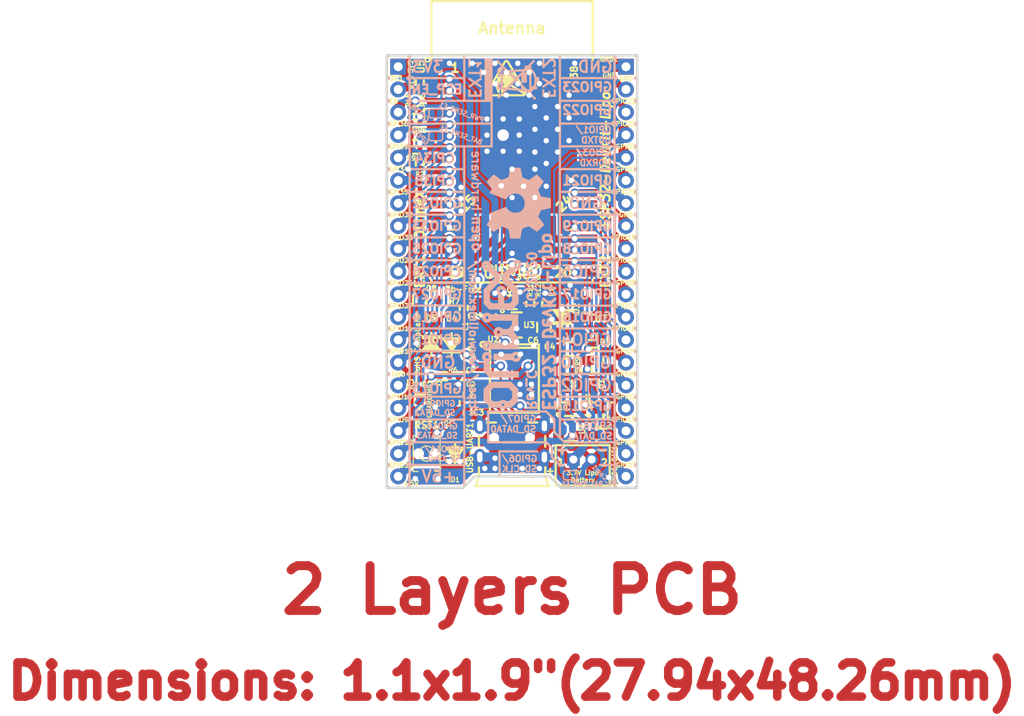
<source format=kicad_pcb>
(kicad_pcb (version 20171130) (host pcbnew 5.1.6-c6e7f7d~86~ubuntu18.04.1)
  (title_block (title ESP32-DevKit-Lipo) (date 2020-06-09) (rev C) (company "OLIMEX Ltd.") (comment 1 https://www.olimex.com))
  (layers (0 F.Cu mixed) (31 B.Cu mixed) (34 B.Paste user) (35 F.Paste user) (36 B.SilkS user) (37 F.SilkS user) (38 B.Mask user hide) (39 F.Mask user) (44 Edge.Cuts user))
  (net 0 "")
  (net 1 +5V)
  (net 2 GND)
  (net 3 "Net-(C3-Pad1)")
  (net 4 +3V3)
  (net 5 /ESP_EN)
  (net 6 "Net-(Q2-Pad1)")
  (net 7 "Net-(CHARGING1-Pad1)")
  (net 8 /+5V_USB)
  (net 9 /D_Com)
  (net 10 "Net-(C2-Pad1)")
  (net 11 "Net-(C6-Pad1)")
  (net 12 /GPIO13)
  (net 13 /GPIO12)
  (net 14 /GPIO27)
  (net 15 /GPIO14)
  (net 16 /GPIO26)
  (net 17 /GPIO25)
  (net 18 /GPIO32)
  (net 19 /GPIO33)
  (net 20 /GPI35)
  (net 21 /GPI34)
  (net 22 /GPIO22)
  (net 23 /GPIO23)
  (net 24 /GPIO21)
  (net 25 /GPIO19)
  (net 26 /GPIO18)
  (net 27 /GPIO5)
  (net 28 /GPIO16)
  (net 29 /GPIO17)
  (net 30 /GPIO4)
  (net 31 /GPIO0)
  (net 32 /GPIO15)
  (net 33 /GPIO2)
  (net 34 "Net-(L1-Pad1)")
  (net 35 "Net-(Q2-Pad2)")
  (net 36 "Net-(Q3-Pad1)")
  (net 37 "Net-(Q3-Pad2)")
  (net 38 "Net-(Q3-Pad3)")
  (net 39 "Net-(R3-Pad2)")
  (net 40 "Net-(R4-Pad1)")
  (net 41 "Net-(R11-Pad1)")
  (net 42 "Net-(U2-Pad7)")
  (net 43 "Net-(U2-Pad6)")
  (net 44 "Net-(FID1-PadFid1)")
  (net 45 "Net-(FID2-PadFid1)")
  (net 46 "Net-(FID3-PadFid1)")
  (net 47 "Net-(U2-Pad17)")
  (net 48 "Net-(U2-Pad14)")
  (net 49 "Net-(U2-Pad13)")
  (net 50 "Net-(U2-Pad12)")
  (net 51 "Net-(U2-Pad11)")
  (net 52 "Net-(U5-Pad32)")
  (net 53 "Net-(USB-UART1-Pad4)")
  (net 54 VBAT)
  (net 55 "Net-(BAT_SENS_E1-Pad1)")
  (net 56 "Net-(C5-Pad1)")
  (net 57 /GPIO3\U0RXD)
  (net 58 "Net-(D4-Pad1)")
  (net 59 /GPIO1\U0TXD)
  (net 60 "Net-(D5-Pad2)")
  (net 61 /GPI39\SENSOR_VN)
  (net 62 /GPI36\SENSOR_VP)
  (net 63 /GPIO9\SD_DATA2)
  (net 64 /GPIO11\SD_CMD)
  (net 65 /GPIO10\SD_DATA3)
  (net 66 /GPIO6\SD_CLK)
  (net 67 /GPIO7\SD_DATA0)
  (net 68 /GPIO8\SD_DATA1)
  (net 69 "Net-(PWR_SENS_E1-Pad1)")
  (net 70 "Net-(U2-Pad20)")
  (net 71 "Net-(BAT_PWR_E1-Pad1)")
  (net 72 "Net-(FID4-PadFid1)")
  (module OLIMEX_Cases-FP:ESP32-WROVER_MODULE (layer F.Cu) (at 143.51 80.772)
    (fp_text reference U5 (at -10.16 -8.382 90) (layer F.SilkS) (effects (font (size 0.762 0.762) (thickness 0.1905))))
    (fp_text value ESP32-WROOM-32D-4MB)
    (fp_text user 24 (at 5.842 6.858 225) (layer F.SilkS) (effects (font (size 1.016 1.016) (thickness 0.254))))
    (fp_text user 15 (at -4.953 6.858 225) (layer F.SilkS) (effects (font (size 1.016 1.016) (thickness 0.254))))
    (fp_text user 38 (at 6.9215 -7.747 90) (layer F.SilkS) (effects (font (size 0.762 0.762) (thickness 0.1905))))
    (fp_text user 20 (at 5.715 14.605) (layer F.SilkS) (effects (font (size 1.016 1.016) (thickness 0.254))))
    (fp_text user 19 (at -6.223 14.605) (layer F.SilkS) (effects (font (size 1.016 1.016) (thickness 0.254))))
    (fp_text user 1 (at -6.35 -8.255) (layer F.SilkS) (effects (font (size 1.016 1.016) (thickness 0.254))))
    (fp_text user Antenna (at 0 -12.7) (layer F.SilkS) (effects (font (size 1.27 1.27) (thickness 0.254))))
    (fp_text user o (at -9.525 -9.144 90) (layer F.SilkS) (effects (font (size 0.762 0.762) (thickness 0.1905))))
    (pad 21 smd rect (at 8.5 13.33) (size 2 0.9) (layers F.Cu F.Paste F.Mask) (net 67 /GPIO7\SD_DATA0))
    (pad 22 smd rect (at 8.5 12.06) (size 2 0.9) (layers F.Cu F.Paste F.Mask) (net 68 /GPIO8\SD_DATA1))
    (pad 23 smd rect (at 8.5 10.79) (size 2 0.9) (layers F.Cu F.Paste F.Mask) (net 32 /GPIO15))
    (pad 24 smd rect (at 8.5 9.52) (size 2 0.9) (layers F.Cu F.Paste F.Mask) (net 33 /GPIO2))
    (pad 20 smd rect (at 8.5 14.6) (size 2 0.9) (layers F.Cu F.Paste F.Mask) (net 66 /GPIO6\SD_CLK))
    (pad 19 smd rect (at -8.5 14.6) (size 2 0.9) (layers F.Cu F.Paste F.Mask) (net 64 /GPIO11\SD_CMD))
    (pad 15 smd rect (at -8.5 9.52) (size 2 0.9) (layers F.Cu F.Paste F.Mask) (net 2 GND))
    (pad 16 smd rect (at -8.5 10.79) (size 2 0.9) (layers F.Cu F.Paste F.Mask) (net 12 /GPIO13))
    (pad 17 smd rect (at -8.5 12.06) (size 2 0.9) (layers F.Cu F.Paste F.Mask) (net 63 /GPIO9\SD_DATA2))
    (pad 18 smd rect (at -8.5 13.33) (size 2 0.9) (layers F.Cu F.Paste F.Mask) (net 65 /GPIO10\SD_DATA3))
    (pad 39 thru_hole circle (at 0.8 -0.75) (size 1.3 1.3) (drill 0.6) (layers *.Cu) (net 2 GND))
    (pad 39 thru_hole circle (at -2.8 -0.75) (size 1.3 1.3) (drill 0.6) (layers *.Cu) (net 2 GND))
    (pad 39 thru_hole circle (at -1 1.05) (size 1.3 1.3) (drill 0.6) (layers *.Cu) (net 2 GND))
    (pad 39 thru_hole circle (at -1 -2.55) (size 1.3 1.3) (drill 0.6) (layers *.Cu) (net 2 GND))
    (pad 39 thru_hole circle (at 0.8 -2.55) (size 1.3 1.3) (drill 0.6) (layers *.Cu) (net 2 GND))
    (pad 39 thru_hole circle (at -2.8 -2.55) (size 1.3 1.3) (drill 0.6) (layers *.Cu) (net 2 GND))
    (pad 39 thru_hole circle (at 0.8 1.05) (size 1.3 1.3) (drill 0.6) (layers *.Cu) (net 2 GND))
    (pad 1 smd rect (at -8.5 -8.26) (size 2 0.9) (layers F.Cu F.Paste F.Mask) (net 2 GND))
    (pad 2 smd rect (at -8.5 -6.99) (size 2 0.9) (layers F.Cu F.Paste F.Mask) (net 4 +3V3))
    (pad 3 smd rect (at -8.5 -5.72) (size 2 0.9) (layers F.Cu F.Paste F.Mask) (net 5 /ESP_EN))
    (pad 4 smd rect (at -8.5 -4.45) (size 2 0.9) (layers F.Cu F.Paste F.Mask) (net 62 /GPI36\SENSOR_VP))
    (pad 5 smd rect (at -8.5 -3.18) (size 2 0.9) (layers F.Cu F.Paste F.Mask) (net 61 /GPI39\SENSOR_VN))
    (pad 6 smd rect (at -8.5 -1.91) (size 2 0.9) (layers F.Cu F.Paste F.Mask) (net 21 /GPI34))
    (pad 7 smd rect (at -8.5 -0.64) (size 2 0.9) (layers F.Cu F.Paste F.Mask) (net 20 /GPI35))
    (pad 8 smd rect (at -8.5 0.63) (size 2 0.9) (layers F.Cu F.Paste F.Mask) (net 18 /GPIO32))
    (pad 9 smd rect (at -8.5 1.9) (size 2 0.9) (layers F.Cu F.Paste F.Mask) (net 19 /GPIO33))
    (pad 10 smd rect (at -8.5 3.17) (size 2 0.9) (layers F.Cu F.Paste F.Mask) (net 17 /GPIO25))
    (pad 11 smd rect (at -8.5 4.44) (size 2 0.9) (layers F.Cu F.Paste F.Mask) (net 16 /GPIO26))
    (pad 12 smd rect (at -8.5 5.71) (size 2 0.9) (layers F.Cu F.Paste F.Mask) (net 14 /GPIO27))
    (pad 13 smd rect (at -8.5 6.98) (size 2 0.9) (layers F.Cu F.Paste F.Mask) (net 15 /GPIO14))
    (pad 14 smd rect (at -8.5 8.25) (size 2 0.9) (layers F.Cu F.Paste F.Mask) (net 13 /GPIO12))
    (pad 15 smd rect (at -5.7 9.25) (size 0.9 2) (layers F.Cu F.Paste F.Mask) (net 2 GND))
    (pad 16 smd rect (at -4.43 9.25) (size 0.9 2) (layers F.Cu F.Paste F.Mask) (net 12 /GPIO13))
    (pad 17 smd rect (at -3.16 9.25) (size 0.9 2) (layers F.Cu F.Paste F.Mask) (net 63 /GPIO9\SD_DATA2))
    (pad 18 smd rect (at -1.89 9.25) (size 0.9 2) (layers F.Cu F.Paste F.Mask) (net 65 /GPIO10\SD_DATA3))
    (pad 19 smd rect (at -0.62 9.25) (size 0.9 2) (layers F.Cu F.Paste F.Mask) (net 64 /GPIO11\SD_CMD))
    (pad 20 smd rect (at 0.65 9.25) (size 0.9 2) (layers F.Cu F.Paste F.Mask) (net 66 /GPIO6\SD_CLK))
    (pad 21 smd rect (at 1.92 9.25) (size 0.9 2) (layers F.Cu F.Paste F.Mask) (net 67 /GPIO7\SD_DATA0))
    (pad 22 smd rect (at 3.19 9.25) (size 0.9 2) (layers F.Cu F.Paste F.Mask) (net 68 /GPIO8\SD_DATA1))
    (pad 23 smd rect (at 4.46 9.25) (size 0.9 2) (layers F.Cu F.Paste F.Mask) (net 32 /GPIO15))
    (pad 24 smd rect (at 5.73 9.25) (size 0.9 2) (layers F.Cu F.Paste F.Mask) (net 33 /GPIO2))
    (pad 25 smd rect (at 8.5 8.25) (size 2 0.9) (layers F.Cu F.Paste F.Mask) (net 31 /GPIO0))
    (pad 26 smd rect (at 8.5 6.98) (size 2 0.9) (layers F.Cu F.Paste F.Mask) (net 30 /GPIO4))
    (pad 27 smd rect (at 8.5 5.71) (size 2 0.9) (layers F.Cu F.Paste F.Mask) (net 28 /GPIO16))
    (pad 28 smd rect (at 8.5 4.44) (size 2 0.9) (layers F.Cu F.Paste F.Mask) (net 29 /GPIO17))
    (pad 29 smd rect (at 8.5 3.17) (size 2 0.9) (layers F.Cu F.Paste F.Mask) (net 27 /GPIO5))
    (pad 30 smd rect (at 8.5 1.9) (size 2 0.9) (layers F.Cu F.Paste F.Mask) (net 26 /GPIO18))
    (pad 31 smd rect (at 8.5 0.63) (size 2 0.9) (layers F.Cu F.Paste F.Mask) (net 25 /GPIO19))
    (pad 32 smd rect (at 8.5 -0.64) (size 2 0.9) (layers F.Cu F.Paste F.Mask) (net 52 "Net-(U5-Pad32)"))
    (pad 33 smd rect (at 8.5 -1.91) (size 2 0.9) (layers F.Cu F.Paste F.Mask) (net 24 /GPIO21))
    (pad 34 smd rect (at 8.5 -3.18) (size 2 0.9) (layers F.Cu F.Paste F.Mask) (net 57 /GPIO3\U0RXD))
    (pad 35 smd rect (at 8.5 -4.45) (size 2 0.9) (layers F.Cu F.Paste F.Mask) (net 59 /GPIO1\U0TXD))
    (pad 36 smd rect (at 8.5 -5.72) (size 2 0.9) (layers F.Cu F.Paste F.Mask) (net 22 /GPIO22))
    (pad 37 smd rect (at 8.5 -6.99) (size 2 0.9) (layers F.Cu F.Paste F.Mask) (net 23 /GPIO23))
    (pad 38 smd rect (at 8.5 -8.26) (size 2 0.9) (layers F.Cu F.Paste F.Mask) (net 2 GND))
    (pad 39 smd rect (at -1 -0.75) (size 5 5) (layers F.Cu F.Mask) (net 2 GND))
    (pad 39 thru_hole circle (at -1 -0.75) (size 2 2) (drill 1.3) (layers *.Cu *.Mask) (net 2 GND))
    (pad 39 thru_hole circle (at -2.8 1.05) (size 1.3 1.3) (drill 0.6) (layers *.Cu) (net 2 GND))
  )
  (module OLIMEX_Connectors-FP:LIPO_BAT_VERTICAL_DW02S (layer F.Cu) (at 151.384 119.761)
    (fp_text reference BAT1 (at 3.556 -4.191 90) (layer F.SilkS) (effects (font (size 0.508 0.508) (thickness 0.127))))
    (fp_text value DW02S)
    (fp_text user 1 (at -2.413 -3.175) (layer F.SilkS) (effects (font (size 0.762 0.762) (thickness 0.1905))))
    (fp_text user 2 (at 2.413 -3.175) (layer F.SilkS) (effects (font (size 0.762 0.762) (thickness 0.1905))))
    (pad 2 thru_hole circle (at 1.00076 -3.53822) (size 1.4 1.4) (drill 0.9) (layers *.Cu *.Mask) (net 2 GND))
    (pad 1 thru_hole rect (at -1.0287 -3.53568) (size 1.4 1.4) (drill 0.9) (layers *.Cu *.Mask) (net 54 VBAT))
  )
  (module OLIMEX_Jumpers-FP:SJ_1_SMALLER (layer B.Cu) (at 149.987 117.983)
    (fp_text reference BAT_PWR_E1 (at 1.3335 0.9525) (layer B.SilkS) (effects (font (size 0.508 0.508) (thickness 0.127)) (justify mirror)))
    (fp_text value Opened hide)
    (pad 2 smd rect (at 0.381 0) (size 0.508 0.762) (layers B.Cu B.Mask) (net 54 VBAT) (clearance 0.0508))
    (pad 1 smd rect (at -0.381 0) (size 0.508 0.762) (layers B.Cu B.Mask) (net 71 "Net-(BAT_PWR_E1-Pad1)") (clearance 0.0508))
  )
  (module OLIMEX_LEDs-FP:LED_0603_KA (layer F.Cu) (at 133.223 110.49 270)
    (fp_text reference CHARGING1 (at -1.016 -1.0795 270) (layer F.SilkS) (effects (font (size 0.508 0.508) (thickness 0.127))))
    (fp_text value LED/YELLOW/0603)
    (pad 1 smd rect (at -0.762 0 90) (size 0.8 0.8) (layers F.Cu F.Paste F.Mask) (net 7 "Net-(CHARGING1-Pad1)"))
    (pad 2 smd rect (at 0.762 0 90) (size 0.8 0.8) (layers F.Cu F.Paste F.Mask) (net 1 +5V))
  )
  (module OLIMEX_Other-FP:TESTPAD_40-ROUND (layer F.Cu) (at 154.305 72.39)
    (fp_text reference GND1 (at 0 -0.8255 unlocked) (layer F.SilkS) (effects (font (size 0.508 0.508) (thickness 0.127))))
    (fp_text value TESTPAD hide)
    (pad 1 smd circle (at 0 0) (size 1 1) (layers F.Cu F.Mask) (net 2 GND))
  )
  (module OLIMEX_Other-FP:TESTPAD_40-ROUND (layer B.Cu) (at 152.4 117.983)
    (fp_text reference D_Com1 (at 1.2065 0 315 unlocked) (layer B.SilkS) (effects (font (size 0.508 0.508) (thickness 0.127)) (justify mirror)))
    (fp_text value TESTPAD hide)
    (pad 1 smd circle (at 0 0) (size 1 1) (layers B.Cu B.Mask) (net 9 /D_Com))
  )
  (module OLIMEX_LOGOs-FP:LOGO_ANTISTATIC_SMALL_4.5mmX2.8mm (layer F.Cu) (at 142.875 73.66)
    (fp_text reference Sign_Antistatic hide)
    (fp_text value Val**)
  )
  (module "OLIMEX_Crystal-FP:TSX-3.2x2.5mm_GND(3)" (layer F.Cu) (at 136.398 109.939 270)
    (fp_text reference Q1 (at 2.2655 0) (layer F.SilkS) (effects (font (size 0.508 0.508) (thickness 0.127))))
    (fp_text value Q12MHz/20pF/10ppm/4P/3.2x2.5mm)
    (fp_text user o (at -2.243 1.143 90) (layer F.SilkS) (effects (font (size 0.8 0.8) (thickness 0.2))))
    (pad 3 smd rect (at -1.1 -0.8 270) (size 1.4 1.2) (layers F.Cu F.Paste F.Mask) (net 2 GND))
    (pad 3 smd rect (at 1.1 0.8 270) (size 1.4 1.2) (layers F.Cu F.Paste F.Mask) (net 2 GND))
    (pad 2 smd rect (at 1.1 -0.8 270) (size 1.4 1.2) (layers F.Cu F.Paste F.Mask) (net 3 "Net-(C3-Pad1)"))
    (pad 1 smd rect (at -1.1 0.8 270) (size 1.4 1.2) (layers F.Cu F.Paste F.Mask) (net 10 "Net-(C2-Pad1)"))
  )
  (module OLIMEX_RLC-FP:C_0603_5MIL_DWS (layer F.Cu) (at 149.86 103.886)
    (fp_text reference C4 (at -2.159 -0.254 180) (layer F.SilkS) (effects (font (size 0.635 0.635) (thickness 0.15875))))
    (fp_text value 22uF/6.3V/20%/X5R/C0603)
    (pad 2 smd rect (at 0.889 0) (size 1.016 1.016) (layers F.Cu F.Paste F.Mask) (net 2 GND) (clearance 0.0508))
    (pad 1 smd rect (at -0.889 0) (size 1.016 1.016) (layers F.Cu F.Paste F.Mask) (net 8 /+5V_USB) (clearance 0.0508))
  )
  (module OLIMEX_Connectors-FP:HN1x19 (layer B.Cu) (at 130.81 93.98 270)
    (fp_text reference EXT1 (at -20.32 -8.509 270 unlocked) (layer B.SilkS) (effects (font (size 1.27 1.27) (thickness 0.254)) (justify mirror)))
    (fp_text value HN1x19)
    (pad 4 thru_hole circle (at -13.97 0 270) (size 1.778 1.778) (drill 1) (layers *.Cu *.Mask) (net 61 /GPI39\SENSOR_VN))
    (pad 3 thru_hole circle (at -16.51 0 270) (size 1.778 1.778) (drill 1) (layers *.Cu *.Mask) (net 62 /GPI36\SENSOR_VP))
    (pad 2 thru_hole circle (at -19.05 0 270) (size 1.778 1.778) (drill 1) (layers *.Cu *.Mask) (net 5 /ESP_EN))
    (pad 1 thru_hole rect (at -21.59 0 270) (size 1.778 1.778) (drill 1) (layers *.Cu *.Mask) (net 4 +3V3))
    (pad 5 thru_hole circle (at -11.43 0 270) (size 1.778 1.778) (drill 1) (layers *.Cu *.Mask) (net 21 /GPI34))
    (pad 6 thru_hole circle (at -8.89 0 270) (size 1.778 1.778) (drill 1) (layers *.Cu *.Mask) (net 20 /GPI35))
    (pad 8 thru_hole circle (at -3.81 0 270) (size 1.778 1.778) (drill 1) (layers *.Cu *.Mask) (net 19 /GPIO33))
    (pad 7 thru_hole circle (at -6.35 0 270) (size 1.778 1.778) (drill 1) (layers *.Cu *.Mask) (net 18 /GPIO32))
    (pad 9 thru_hole circle (at -1.27 0 270) (size 1.778 1.778) (drill 1) (layers *.Cu *.Mask) (net 17 /GPIO25))
    (pad 10 thru_hole circle (at 1.27 0 270) (size 1.778 1.778) (drill 1) (layers *.Cu *.Mask) (net 16 /GPIO26))
    (pad 12 thru_hole circle (at 6.35 0 270) (size 1.778 1.778) (drill 1) (layers *.Cu *.Mask) (net 15 /GPIO14))
    (pad 11 thru_hole circle (at 3.81 0 270) (size 1.778 1.778) (drill 1) (layers *.Cu *.Mask) (net 14 /GPIO27))
    (pad 13 thru_hole circle (at 8.89 0 270) (size 1.778 1.778) (drill 1) (layers *.Cu *.Mask) (net 13 /GPIO12))
    (pad 14 thru_hole circle (at 11.43 0 270) (size 1.778 1.778) (drill 1) (layers *.Cu *.Mask) (net 2 GND))
    (pad 16 thru_hole circle (at 16.51 0 270) (size 1.778 1.778) (drill 1) (layers *.Cu *.Mask) (net 63 /GPIO9\SD_DATA2))
    (pad 15 thru_hole circle (at 13.97 0 270) (size 1.778 1.778) (drill 1) (layers *.Cu *.Mask) (net 12 /GPIO13))
    (pad 19 thru_hole circle (at 24.13 0 270) (size 1.778 1.778) (drill 1) (layers *.Cu *.Mask) (net 1 +5V))
    (pad 18 thru_hole circle (at 21.59 0 270) (size 1.778 1.778) (drill 1) (layers *.Cu *.Mask) (net 64 /GPIO11\SD_CMD))
    (pad 17 thru_hole circle (at 19.05 0 270) (size 1.778 1.778) (drill 1) (layers *.Cu *.Mask) (net 65 /GPIO10\SD_DATA3))
  )
  (module OLIMEX_Connectors-FP:HN1x19 (layer B.Cu) (at 156.21 93.98 270)
    (fp_text reference EXT2 (at -20.32 8.636 270 unlocked) (layer B.SilkS) (effects (font (size 1.27 1.27) (thickness 0.254)) (justify mirror)))
    (fp_text value HN1x19)
    (pad 4 thru_hole circle (at -13.97 0 270) (size 1.778 1.778) (drill 1) (layers *.Cu *.Mask) (net 59 /GPIO1\U0TXD))
    (pad 3 thru_hole circle (at -16.51 0 270) (size 1.778 1.778) (drill 1) (layers *.Cu *.Mask) (net 22 /GPIO22))
    (pad 2 thru_hole circle (at -19.05 0 270) (size 1.778 1.778) (drill 1) (layers *.Cu *.Mask) (net 23 /GPIO23))
    (pad 1 thru_hole rect (at -21.59 0 270) (size 1.778 1.778) (drill 1) (layers *.Cu *.Mask) (net 2 GND))
    (pad 5 thru_hole circle (at -11.43 0 270) (size 1.778 1.778) (drill 1) (layers *.Cu *.Mask) (net 57 /GPIO3\U0RXD))
    (pad 6 thru_hole circle (at -8.89 0 270) (size 1.778 1.778) (drill 1) (layers *.Cu *.Mask) (net 24 /GPIO21))
    (pad 8 thru_hole circle (at -3.81 0 270) (size 1.778 1.778) (drill 1) (layers *.Cu *.Mask) (net 25 /GPIO19))
    (pad 7 thru_hole circle (at -6.35 0 270) (size 1.778 1.778) (drill 1) (layers *.Cu *.Mask) (net 2 GND))
    (pad 9 thru_hole circle (at -1.27 0 270) (size 1.778 1.778) (drill 1) (layers *.Cu *.Mask) (net 26 /GPIO18))
    (pad 10 thru_hole circle (at 1.27 0 270) (size 1.778 1.778) (drill 1) (layers *.Cu *.Mask) (net 27 /GPIO5))
    (pad 12 thru_hole circle (at 6.35 0 270) (size 1.778 1.778) (drill 1) (layers *.Cu *.Mask) (net 28 /GPIO16))
    (pad 11 thru_hole circle (at 3.81 0 270) (size 1.778 1.778) (drill 1) (layers *.Cu *.Mask) (net 29 /GPIO17))
    (pad 13 thru_hole circle (at 8.89 0 270) (size 1.778 1.778) (drill 1) (layers *.Cu *.Mask) (net 30 /GPIO4))
    (pad 14 thru_hole circle (at 11.43 0 270) (size 1.778 1.778) (drill 1) (layers *.Cu *.Mask) (net 31 /GPIO0))
    (pad 16 thru_hole circle (at 16.51 0 270) (size 1.778 1.778) (drill 1) (layers *.Cu *.Mask) (net 32 /GPIO15))
    (pad 15 thru_hole circle (at 13.97 0 270) (size 1.778 1.778) (drill 1) (layers *.Cu *.Mask) (net 33 /GPIO2))
    (pad 19 thru_hole circle (at 24.13 0 270) (size 1.778 1.778) (drill 1) (layers *.Cu *.Mask) (net 66 /GPIO6\SD_CLK))
    (pad 18 thru_hole circle (at 21.59 0 270) (size 1.778 1.778) (drill 1) (layers *.Cu *.Mask) (net 67 /GPIO7\SD_DATA0))
    (pad 17 thru_hole circle (at 19.05 0 270) (size 1.778 1.778) (drill 1) (layers *.Cu *.Mask) (net 68 /GPIO8\SD_DATA1))
  )
  (module OLIMEX_Transistors-FP:SOT23 (layer F.Cu) (at 152.273 101.473 180)
    (fp_text reference FET1 (at -1.905 1.016) (layer F.SilkS) (effects (font (size 0.635 0.635) (thickness 0.15875))))
    (fp_text value WPM2015-3/TR)
    (pad 1 smd rect (at 1.10744 0.94996 180) (size 1.4 1) (layers F.Cu F.Paste F.Mask) (net 1 +5V) (clearance 0.0508))
    (pad 2 smd rect (at 1.10744 -0.9525 180) (size 1.4 1) (layers F.Cu F.Paste F.Mask) (net 11 "Net-(C6-Pad1)") (clearance 0.0508))
    (pad 3 smd rect (at -1.10236 0.00254 180) (size 1.4 1) (layers F.Cu F.Paste F.Mask) (net 54 VBAT) (clearance 0.0508))
  )
  (module OLIMEX_Other-FP:Fiducial1x3 (layer F.Cu) (at 151.765 98.425)
    (fp_text reference FID1 hide)
    (fp_text value Fiducial hide)
    (pad Fid1 connect circle (at 0 0) (size 1 1) (layers F.Cu F.Mask) (net 44 "Net-(FID1-PadFid1)") (clearance 1.016))
  )
  (module OLIMEX_Other-FP:Fiducial1x3 (layer F.Cu) (at 135.255 98.425)
    (fp_text reference FID2 hide)
    (fp_text value Fiducial hide)
    (pad Fid1 connect circle (at 0 0) (size 1 1) (layers F.Cu F.Mask) (net 45 "Net-(FID2-PadFid1)") (clearance 1.016))
  )
  (module OLIMEX_Other-FP:Fiducial1x3 (layer F.Cu) (at 148.59 73.025)
    (fp_text reference FID3 hide)
    (fp_text value Fiducial hide)
    (pad Fid1 connect circle (at 0 0) (size 1 1) (layers F.Cu F.Mask) (net 46 "Net-(FID3-PadFid1)") (clearance 1.016))
  )
  (module OLIMEX_RLC-FP:CD32 (layer F.Cu) (at 140.208 100.203 90)
    (fp_text reference L1 (at -1.143 -1.905 270) (layer F.SilkS) (effects (font (size 0.5588 0.5588) (thickness 0.1397))))
    (fp_text value "2.2uH/1.5A/DCR=72mR/20%/3.00x3.00x1.50mm/CD32(NR3015T2R2M)")
    (pad 2 smd rect (at 1.2 0 270) (size 1.6 3) (layers F.Cu F.Paste F.Mask) (net 4 +3V3) (clearance 0.0508))
    (pad 1 smd rect (at -1.2 0 270) (size 1.6 3) (layers F.Cu F.Paste F.Mask) (net 34 "Net-(L1-Pad1)") (clearance 0.0508))
  )
  (module OLIMEX_Transistors-FP:SOT23 (layer F.Cu) (at 150.368 109.22 90)
    (fp_text reference Q2 (at 1.397 0 270) (layer F.SilkS) (effects (font (size 0.508 0.508) (thickness 0.127))))
    (fp_text value "BC817-40(SOT23)")
    (pad 1 smd rect (at 1.10744 0.94996 90) (size 1.4 1) (layers F.Cu F.Paste F.Mask) (net 6 "Net-(Q2-Pad1)") (clearance 0.0508))
    (pad 2 smd rect (at 1.10744 -0.9525 90) (size 1.4 1) (layers F.Cu F.Paste F.Mask) (net 35 "Net-(Q2-Pad2)") (clearance 0.0508))
    (pad 3 smd rect (at -1.10236 0.00254 90) (size 1.4 1) (layers F.Cu F.Paste F.Mask) (net 5 /ESP_EN) (clearance 0.0508))
  )
  (module OLIMEX_Transistors-FP:SOT23 (layer F.Cu) (at 153.543 109.22 90)
    (fp_text reference Q3 (at 1.397 0 90) (layer F.SilkS) (effects (font (size 0.508 0.508) (thickness 0.127))))
    (fp_text value "BC817-40(SOT23)")
    (pad 1 smd rect (at 1.10744 0.94996 90) (size 1.4 1) (layers F.Cu F.Paste F.Mask) (net 36 "Net-(Q3-Pad1)") (clearance 0.0508))
    (pad 2 smd rect (at 1.10744 -0.9525 90) (size 1.4 1) (layers F.Cu F.Paste F.Mask) (net 37 "Net-(Q3-Pad2)") (clearance 0.0508))
    (pad 3 smd rect (at -1.10236 0.00254 90) (size 1.4 1) (layers F.Cu F.Paste F.Mask) (net 38 "Net-(Q3-Pad3)") (clearance 0.0508))
  )
  (module OLIMEX_IC-FP:SOT-23-5 (layer F.Cu) (at 149.987 112.776 180)
    (fp_text reference U1 (at -1.3335 0 90) (layer F.SilkS) (effects (font (size 0.635 0.635) (thickness 0.15875))))
    (fp_text value "BL4054B-42TPRN(SOT23-5)")
    (pad 1 smd rect (at 1.3 0.95 180) (size 1.2 0.55) (layers F.Cu F.Paste F.Mask) (net 39 "Net-(R3-Pad2)") (clearance 0.0508))
    (pad 2 smd rect (at 1.3 0 180) (size 1.2 0.55) (layers F.Cu F.Paste F.Mask) (net 2 GND) (clearance 0.0508))
    (pad 3 smd rect (at 1.3 -0.95 180) (size 1.2 0.55) (layers F.Cu F.Paste F.Mask) (net 54 VBAT) (clearance 0.0508))
    (pad 5 smd rect (at -1.3 0.95 180) (size 1.2 0.55) (layers F.Cu F.Paste F.Mask) (net 40 "Net-(R4-Pad1)") (clearance 0.0508))
    (pad 4 smd rect (at -1.3 -0.95 180) (size 1.2 0.55) (layers F.Cu F.Paste F.Mask) (net 1 +5V) (clearance 0.0508))
  )
  (module OLIMEX_IC-FP:SSOP-20W (layer F.Cu) (at 143.764 107.188 270)
    (fp_text reference U2 (at -4.3815 2.3495) (layer F.SilkS) (effects (font (size 0.635 0.635) (thickness 0.15875))))
    (fp_text value "CH340T(SSOP20W)")
    (fp_text user o (at -3.81 3.556 90) (layer F.SilkS) (effects (font (size 1.016 1.016) (thickness 0.254))))
    (pad 1 smd rect (at -2.925 3.6195 270) (size 0.325 1.27) (layers F.Cu F.Paste F.Mask))
    (pad 2 smd rect (at -2.275 3.6195 270) (size 0.325 1.27) (layers F.Cu F.Paste F.Mask))
    (pad 3 smd rect (at -1.625 3.6195 270) (size 0.325 1.27) (layers F.Cu F.Paste F.Mask) (net 58 "Net-(D4-Pad1)"))
    (pad 4 smd rect (at -0.975 3.6195 270) (size 0.325 1.27) (layers F.Cu F.Paste F.Mask) (net 60 "Net-(D5-Pad2)"))
    (pad 5 smd rect (at -0.325 3.6195 270) (size 0.325 1.27) (layers F.Cu F.Paste F.Mask) (net 56 "Net-(C5-Pad1)"))
    (pad 6 smd rect (at 0.325 3.6195 270) (size 0.325 1.27) (layers F.Cu F.Paste F.Mask) (net 43 "Net-(U2-Pad6)"))
    (pad 7 smd rect (at 0.975 3.6195 270) (size 0.325 1.27) (layers F.Cu F.Paste F.Mask) (net 42 "Net-(U2-Pad7)"))
    (pad 8 smd rect (at 1.625 3.6195 270) (size 0.325 1.27) (layers F.Cu F.Paste F.Mask) (net 2 GND))
    (pad 9 smd rect (at 2.275 3.6195 270) (size 0.325 1.27) (layers F.Cu F.Paste F.Mask) (net 10 "Net-(C2-Pad1)"))
    (pad 10 smd rect (at 2.925 3.6195 270) (size 0.325 1.27) (layers F.Cu F.Paste F.Mask) (net 3 "Net-(C3-Pad1)"))
    (pad 11 smd rect (at 2.925 -3.6195 270) (size 0.325 1.27) (layers F.Cu F.Paste F.Mask) (net 51 "Net-(U2-Pad11)"))
    (pad 12 smd rect (at 2.275 -3.6195 270) (size 0.325 1.27) (layers F.Cu F.Paste F.Mask) (net 50 "Net-(U2-Pad12)"))
    (pad 13 smd rect (at 1.625 -3.6195 270) (size 0.325 1.27) (layers F.Cu F.Paste F.Mask) (net 49 "Net-(U2-Pad13)"))
    (pad 14 smd rect (at 0.975 -3.6195 270) (size 0.325 1.27) (layers F.Cu F.Paste F.Mask) (net 48 "Net-(U2-Pad14)"))
    (pad 15 smd rect (at 0.325 -3.6195 270) (size 0.325 1.27) (layers F.Cu F.Paste F.Mask) (net 37 "Net-(Q3-Pad2)"))
    (pad 16 smd rect (at -0.325 -3.6195 270) (size 0.325 1.27) (layers F.Cu F.Paste F.Mask) (net 35 "Net-(Q2-Pad2)"))
    (pad 17 smd rect (at -0.975 -3.6195 270) (size 0.325 1.27) (layers F.Cu F.Paste F.Mask) (net 47 "Net-(U2-Pad17)"))
    (pad 18 smd rect (at -1.625 -3.6195 270) (size 0.325 1.27) (layers F.Cu F.Paste F.Mask))
    (pad 19 smd rect (at -2.275 -3.6195 270) (size 0.325 1.27) (layers F.Cu F.Paste F.Mask) (net 8 /+5V_USB))
    (pad 20 smd rect (at -2.925 -3.6195 270) (size 0.325 1.27) (layers F.Cu F.Paste F.Mask) (net 70 "Net-(U2-Pad20)"))
  )
  (module OLIMEX_Regulators-FP:SOT-23-5 (layer F.Cu) (at 144.018 101.219 180)
    (fp_text reference U3 (at -1.397 0) (layer F.SilkS) (effects (font (size 0.635 0.635) (thickness 0.15875))))
    (fp_text value "SY8089AAAC(SOT23-5)")
    (pad 1 smd rect (at 1.3 0.95 180) (size 1.2 0.55) (layers F.Cu F.Paste F.Mask) (net 11 "Net-(C6-Pad1)") (clearance 0.0508))
    (pad 2 smd rect (at 1.3 0 180) (size 1.2 0.55) (layers F.Cu F.Paste F.Mask) (net 2 GND) (clearance 0.0508))
    (pad 3 smd rect (at 1.3 -0.95 180) (size 1.2 0.55) (layers F.Cu F.Paste F.Mask) (net 34 "Net-(L1-Pad1)") (clearance 0.0508))
    (pad 5 smd rect (at -1.3 0.95 180) (size 1.2 0.55) (layers F.Cu F.Paste F.Mask) (net 41 "Net-(R11-Pad1)") (clearance 0.0508))
    (pad 4 smd rect (at -1.3 -0.95 180) (size 1.2 0.55) (layers F.Cu F.Paste F.Mask) (net 11 "Net-(C6-Pad1)") (clearance 0.0508))
  )
  (module OLIMEX_Diodes-FP:SOT23-3 (layer F.Cu) (at 153.035 105.156)
    (fp_text reference D3 (at 0.889 -2.032) (layer F.SilkS) (effects (font (size 0.635 0.635) (thickness 0.15875))))
    (fp_text value "BAT54C(SOT23-3)")
    (pad 3 smd rect (at -1.1 0 90) (size 1 1.4) (layers F.Cu F.Paste F.Mask) (net 9 /D_Com))
    (pad 2 smd rect (at 1.1 -0.95 90) (size 1 1.4) (layers F.Cu F.Paste F.Mask) (net 31 /GPIO0))
    (pad 1 smd rect (at 1.1 0.95 90) (size 1 1.4) (layers F.Cu F.Paste F.Mask) (net 33 /GPIO2))
  )
  (module OLIMEX_Connectors-FP:USB-MICRO_MISB-SWMM-5B_LF (layer F.Cu) (at 143.51 115.697 270)
    (fp_text reference USB-UART1 (at -0.762 4.699 90) (layer F.SilkS) (effects (font (size 0.635 0.635) (thickness 0.15875))))
    (fp_text value "MISB-SWMM-5B-LF(USB_MICRO)")
    (pad 1 smd rect (at -3.15 1.3875) (size 0.5 1.65) (layers F.Cu F.Paste F.Mask) (net 8 /+5V_USB))
    (pad 2 smd rect (at -3.15 0.65) (size 0.325 1.65) (layers F.Cu F.Paste F.Mask) (net 42 "Net-(U2-Pad7)"))
    (pad 3 smd rect (at -3.15 0) (size 0.325 1.65) (layers F.Cu F.Paste F.Mask) (net 43 "Net-(U2-Pad6)"))
    (pad 4 smd rect (at -3.15 -0.65) (size 0.325 1.65) (layers F.Cu F.Paste F.Mask) (net 53 "Net-(USB-UART1-Pad4)"))
    (pad 5 smd rect (at -3.15 -1.3875) (size 0.5 1.65) (layers F.Cu F.Paste F.Mask) (net 2 GND))
    (pad "" np_thru_hole circle (at -1.9 2) (size 0.6 0.6) (drill 0.6) (layers *.Cu *.Mask))
    (pad "" np_thru_hole circle (at -1.9 -2) (size 0.6 0.6) (drill 0.6) (layers *.Cu *.Mask))
    (pad 0 smd rect (at 1.4 1.5) (size 1.1 1) (layers F.Cu F.Paste F.Mask) (net 2 GND))
    (pad 0 smd rect (at 1.4 -1.5) (size 1.1 1) (layers F.Cu F.Paste F.Mask) (net 2 GND))
    (pad 0 thru_hole oval (at 0.25 3.6) (size 1.2 1.8) (drill oval 0.6 1.2) (layers *.Cu *.Mask) (net 2 GND))
    (pad 0 thru_hole oval (at -3.22 3.6) (size 1.2 1.8) (drill oval 0.6 1.2) (layers *.Cu *.Mask) (net 2 GND))
    (pad 0 thru_hole oval (at -3.22 -3.6) (size 1.2 1.8) (drill oval 0.6 1.2) (layers *.Cu *.Mask) (net 2 GND))
    (pad 0 thru_hole oval (at 0.25 -3.6) (size 1.2 1.8) (drill oval 0.6 1.2) (layers *.Cu *.Mask) (net 2 GND))
  )
  (module OLIMEX_Buttons-FP:IT1185AU2_V2 (layer F.Cu) (at 133.985 115.57 270)
    (fp_text reference RST1 (at -3.175 0) (layer F.SilkS) (effects (font (size 0.762 0.762) (thickness 0.1905))))
    (fp_text value IT-1185AU2-160G-G-TR)
    (pad 1 smd rect (at -2.177 0 270) (size 0.9 1.5) (layers F.Cu F.Mask) (net 5 /ESP_EN))
    (pad 2 smd rect (at 2.177 0 270) (size 0.9 1.5) (layers F.Cu F.Mask) (net 2 GND))
    (pad "" np_thru_hole circle (at 0 -0.9 270) (size 0.7 0.7) (drill 0.7) (layers *.Cu *.Mask))
    (pad "" np_thru_hole circle (at 0 0.9 270) (size 0.7 0.7) (drill 0.7) (layers *.Cu *.Mask))
  )
  (module OLIMEX_LOGOs-FP:LOGO_OLIMEX_80 (layer F.Cu) (at 143.51 95.25)
    (fp_text reference Olimex_Logo_Small hide)
    (fp_text value "" hide)
  )
  (module OLIMEX_LOGOs-FP:LOGO_OPENHARDWARE_8x8 (layer B.Cu) (at 143.764 87.63 90)
    (fp_text reference Logo_OSHW hide)
    (fp_text value "" hide)
    (fp_text user open (at -3.40106 -4.17576 270 unlocked) (layer B.SilkS) (effects (font (size 1.1 1.1) (thickness 0.254)) (justify mirror)))
    (fp_text user hardware (at 2.51206 -4.2672 270 unlocked) (layer B.SilkS) (effects (font (thickness 0.18)) (justify mirror)))
  )
  (module OLIMEX_LOGOs-FP:LOGO_RECYCLEBIN_1 (layer B.Cu) (at 140.462 76.2 90)
    (fp_text reference Sign_RecycleBin hide)
    (fp_text value "" hide)
  )
  (module OLIMEX_LOGOs-FP:OLIMEX_LOGO_TB (layer B.Cu) (at 142.367 102.108 90)
    (fp_text reference Olimex_Logo_Big hide)
    (fp_text value "" hide)
  )
  (module OLIMEX_Jumpers-FP:SJ_1_SMALLER (layer B.Cu) (at 135.001 80.137)
    (fp_text reference BAT_SENS_E1 (at 2.794 -0.127 340) (layer B.SilkS) (effects (font (size 0.508 0.508) (thickness 0.127)) (justify mirror)))
    (fp_text value Opened hide)
    (pad 2 smd rect (at 0.381 0) (size 0.508 0.762) (layers B.Cu B.Mask) (net 20 /GPI35) (clearance 0.0508))
    (pad 1 smd rect (at -0.381 0) (size 0.508 0.762) (layers B.Cu B.Mask) (net 55 "Net-(BAT_SENS_E1-Pad1)") (clearance 0.0508))
  )
  (module OLIMEX_Diodes-FP:SOD-123_1C-2A_KA (layer F.Cu) (at 137.16 115.57 90)
    (fp_text reference D1 (at -2.921 0 180) (layer F.SilkS) (effects (font (size 0.508 0.508) (thickness 0.127))))
    (fp_text value 1N5819S4/SOD123)
    (pad 2 smd rect (at 1.9 0 90) (size 1 1.4) (layers F.Cu F.Paste F.Mask) (net 8 /+5V_USB) (clearance 0.0508))
    (pad 1 smd rect (at -1.9 0 90) (size 1 1.4) (layers F.Cu F.Paste F.Mask) (net 1 +5V) (clearance 0.0508))
  )
  (module OLIMEX_Diodes-FP:SOD-123_1C-2A_KA (layer F.Cu) (at 149.098 100.203 90)
    (fp_text reference D2 (at 0.8255 1.5875 90) (layer F.SilkS) (effects (font (size 0.635 0.635) (thickness 0.15875))))
    (fp_text value 1N5819S4/SOD123)
    (pad 2 smd rect (at 1.9 0 90) (size 1 1.4) (layers F.Cu F.Paste F.Mask) (net 1 +5V) (clearance 0.0508))
    (pad 1 smd rect (at -1.9 0 90) (size 1 1.4) (layers F.Cu F.Paste F.Mask) (net 11 "Net-(C6-Pad1)") (clearance 0.0508))
  )
  (module OLIMEX_Diodes-FP:SOD-123_1C-2A_KA (layer F.Cu) (at 136.779 103.378 90)
    (fp_text reference D4 (at 2.921 0 180) (layer F.SilkS) (effects (font (size 0.635 0.635) (thickness 0.15875))))
    (fp_text value 1N5819S4/SOD123)
    (pad 2 smd rect (at 1.9 0 90) (size 1 1.4) (layers F.Cu F.Paste F.Mask) (net 57 /GPIO3\U0RXD) (clearance 0.0508))
    (pad 1 smd rect (at -1.9 0 90) (size 1 1.4) (layers F.Cu F.Paste F.Mask) (net 58 "Net-(D4-Pad1)") (clearance 0.0508))
  )
  (module OLIMEX_Diodes-FP:SOD-123_1C-2A_KA (layer F.Cu) (at 134.493 103.378 270)
    (fp_text reference D5 (at -2.921 0) (layer F.SilkS) (effects (font (size 0.635 0.635) (thickness 0.15875))))
    (fp_text value 1N5819S4/SOD123)
    (pad 2 smd rect (at 1.9 0 270) (size 1 1.4) (layers F.Cu F.Paste F.Mask) (net 60 "Net-(D5-Pad2)") (clearance 0.0508))
    (pad 1 smd rect (at -1.9 0 270) (size 1 1.4) (layers F.Cu F.Paste F.Mask) (net 59 /GPIO1\U0TXD) (clearance 0.0508))
  )
  (module OLIMEX_Jumpers-FP:SJ_1_SMALLER (layer B.Cu) (at 135.001 77.597)
    (fp_text reference PWR_SENS_E1 (at 2.8575 -0.127 340) (layer B.SilkS) (effects (font (size 0.508 0.508) (thickness 0.127)) (justify mirror)))
    (fp_text value Opened hide)
    (pad 2 smd rect (at 0.381 0) (size 0.508 0.762) (layers B.Cu B.Mask) (net 61 /GPI39\SENSOR_VN) (clearance 0.0508))
    (pad 1 smd rect (at -0.381 0) (size 0.508 0.762) (layers B.Cu B.Mask) (net 69 "Net-(PWR_SENS_E1-Pad1)") (clearance 0.0508))
  )
  (module OLIMEX_RLC-FP:C_0603_5MIL_DWS (layer F.Cu) (at 153.6065 113.538)
    (fp_text reference C1 (at 1.0795 -0.9525) (layer F.SilkS) (effects (font (size 0.508 0.508) (thickness 0.127))))
    (fp_text value 22uF/6.3V/20%/X5R/C0603)
    (pad 2 smd rect (at 0.889 0) (size 1.016 1.016) (layers F.Cu F.Paste F.Mask) (net 2 GND) (clearance 0.0508))
    (pad 1 smd rect (at -0.889 0) (size 1.016 1.016) (layers F.Cu F.Paste F.Mask) (net 1 +5V) (clearance 0.0508))
  )
  (module OLIMEX_RLC-FP:C_0603_5MIL_DWS (layer F.Cu) (at 147.066 101.473 90)
    (fp_text reference C6 (at -1.4605 -1.2065 180) (layer F.SilkS) (effects (font (size 0.635 0.635) (thickness 0.15875))))
    (fp_text value 22uF/6.3V/20%/X5R/C0603)
    (pad 2 smd rect (at 0.889 0 90) (size 1.016 1.016) (layers F.Cu F.Paste F.Mask) (net 2 GND) (clearance 0.0508))
    (pad 1 smd rect (at -0.889 0 90) (size 1.016 1.016) (layers F.Cu F.Paste F.Mask) (net 11 "Net-(C6-Pad1)") (clearance 0.0508))
  )
  (module OLIMEX_RLC-FP:C_0603_5MIL_DWS (layer F.Cu) (at 143.51 98.679)
    (fp_text reference C7 (at 0 -1.397 180) (layer F.SilkS) (effects (font (size 0.635 0.635) (thickness 0.15875))))
    (fp_text value 22uF/6.3V/20%/X5R/C0603)
    (pad 2 smd rect (at 0.889 0) (size 1.016 1.016) (layers F.Cu F.Paste F.Mask) (net 2 GND) (clearance 0.0508))
    (pad 1 smd rect (at -0.889 0) (size 1.016 1.016) (layers F.Cu F.Paste F.Mask) (net 4 +3V3) (clearance 0.0508))
  )
  (module OLIMEX_RLC-FP:R_0402_5MIL_DWS (layer F.Cu) (at 147.32 98.8695 90)
    (fp_text reference R1 (at 1.3335 0.5715 270) (layer F.SilkS) (effects (font (size 0.508 0.508) (thickness 0.127))))
    (fp_text value 10k/R0402)
    (pad 2 smd rect (at 0.508 0 90) (size 0.5 0.55) (layers F.Cu F.Paste F.Mask) (net 2 GND))
    (pad 1 smd rect (at -0.508 0 270) (size 0.5 0.55) (layers F.Cu F.Paste F.Mask) (net 1 +5V))
  )
  (module OLIMEX_RLC-FP:R_0402_5MIL_DWS (layer F.Cu) (at 133.223 83.185 90)
    (fp_text reference R2 (at -1.2065 0 180) (layer F.SilkS) (effects (font (size 0.508 0.508) (thickness 0.127))))
    (fp_text value 470k/R0402)
    (pad 2 smd rect (at 0.508 0 90) (size 0.5 0.55) (layers F.Cu F.Paste F.Mask) (net 55 "Net-(BAT_SENS_E1-Pad1)"))
    (pad 1 smd rect (at -0.508 0 270) (size 0.5 0.55) (layers F.Cu F.Paste F.Mask) (net 71 "Net-(BAT_PWR_E1-Pad1)"))
  )
  (module OLIMEX_RLC-FP:R_0402_5MIL_DWS (layer F.Cu) (at 133.223 107.823 90)
    (fp_text reference R3 (at 0 -1.016 90) (layer F.SilkS) (effects (font (size 0.635 0.635) (thickness 0.15875))))
    (fp_text value 2.2k/R0402)
    (pad 2 smd rect (at 0.508 0 90) (size 0.5 0.55) (layers F.Cu F.Paste F.Mask) (net 39 "Net-(R3-Pad2)"))
    (pad 1 smd rect (at -0.508 0 270) (size 0.5 0.55) (layers F.Cu F.Paste F.Mask) (net 7 "Net-(CHARGING1-Pad1)"))
  )
  (module OLIMEX_RLC-FP:R_0402_5MIL_DWS (layer F.Cu) (at 153.162 112.141)
    (fp_text reference R4 (at 0.8255 -0.6985) (layer F.SilkS) (effects (font (size 0.508 0.508) (thickness 0.127))))
    (fp_text value 2.2k/R0402)
    (pad 2 smd rect (at 0.508 0) (size 0.5 0.55) (layers F.Cu F.Paste F.Mask) (net 2 GND))
    (pad 1 smd rect (at -0.508 0 180) (size 0.5 0.55) (layers F.Cu F.Paste F.Mask) (net 40 "Net-(R4-Pad1)"))
  )
  (module OLIMEX_RLC-FP:R_0402_5MIL_DWS (layer F.Cu) (at 132.715 80.137001 180)
    (fp_text reference R5 (at -0.762 0.660401 180) (layer F.SilkS) (effects (font (size 0.508 0.508) (thickness 0.127))))
    (fp_text value 470k/R0402)
    (pad 2 smd rect (at 0.508 0 180) (size 0.5 0.55) (layers F.Cu F.Paste F.Mask) (net 2 GND))
    (pad 1 smd rect (at -0.508 0) (size 0.5 0.55) (layers F.Cu F.Paste F.Mask) (net 55 "Net-(BAT_SENS_E1-Pad1)"))
  )
  (module OLIMEX_RLC-FP:R_0402_5MIL_DWS (layer F.Cu) (at 136.017 106.934)
    (fp_text reference R6 (at 0.889 -0.6985) (layer F.SilkS) (effects (font (size 0.508 0.508) (thickness 0.127))))
    (fp_text value 10k/R0402)
    (pad 2 smd rect (at 0.508 0) (size 0.5 0.55) (layers F.Cu F.Paste F.Mask) (net 60 "Net-(D5-Pad2)"))
    (pad 1 smd rect (at -0.508 0 180) (size 0.5 0.55) (layers F.Cu F.Paste F.Mask) (net 8 /+5V_USB))
  )
  (module OLIMEX_RLC-FP:R_0402_5MIL_DWS (layer F.Cu) (at 138.1125 99.314 90)
    (fp_text reference R7 (at 0.762 -1.016 180) (layer F.SilkS) (effects (font (size 0.635 0.635) (thickness 0.15875))))
    (fp_text value NA/R0402)
    (pad 2 smd rect (at 0.508 0 90) (size 0.5 0.55) (layers F.Cu F.Paste F.Mask) (net 4 +3V3))
    (pad 1 smd rect (at -0.508 0 270) (size 0.5 0.55) (layers F.Cu F.Paste F.Mask) (net 57 /GPIO3\U0RXD))
  )
  (module OLIMEX_RLC-FP:R_0402_5MIL_DWS (layer F.Cu) (at 149.606 106.299)
    (fp_text reference R8 (at 1.3335 0.127) (layer F.SilkS) (effects (font (size 0.508 0.508) (thickness 0.127))))
    (fp_text value 2.2k/R0402)
    (pad 2 smd rect (at 0.508 0) (size 0.5 0.55) (layers F.Cu F.Paste F.Mask) (net 6 "Net-(Q2-Pad1)"))
    (pad 1 smd rect (at -0.508 0 180) (size 0.5 0.55) (layers F.Cu F.Paste F.Mask) (net 37 "Net-(Q3-Pad2)"))
  )
  (module OLIMEX_RLC-FP:R_0402_5MIL_DWS (layer F.Cu) (at 149.606 105.41)
    (fp_text reference R9 (at 1.2065 -0.127 90) (layer F.SilkS) (effects (font (size 0.508 0.508) (thickness 0.127))))
    (fp_text value 2.2k/R0402)
    (pad 2 smd rect (at 0.508 0) (size 0.5 0.55) (layers F.Cu F.Paste F.Mask) (net 36 "Net-(Q3-Pad1)"))
    (pad 1 smd rect (at -0.508 0 180) (size 0.5 0.55) (layers F.Cu F.Paste F.Mask) (net 35 "Net-(Q2-Pad2)"))
  )
  (module OLIMEX_RLC-FP:R_0402_5MIL_DWS (layer F.Cu) (at 152.019 110.871 180)
    (fp_text reference R10 (at 3.048 0.4445 180) (layer F.SilkS) (effects (font (size 0.508 0.508) (thickness 0.127))))
    (fp_text value 220R/R0402)
    (pad 2 smd rect (at 0.508 0 180) (size 0.5 0.55) (layers F.Cu F.Paste F.Mask) (net 9 /D_Com))
    (pad 1 smd rect (at -0.508 0) (size 0.5 0.55) (layers F.Cu F.Paste F.Mask) (net 38 "Net-(Q3-Pad3)"))
  )
  (module OLIMEX_RLC-FP:R_0402_5MIL_DWS (layer F.Cu) (at 145.542 98.8695 90)
    (fp_text reference R11 (at 1.524 0 90) (layer F.SilkS) (effects (font (size 0.508 0.508) (thickness 0.127))))
    (fp_text value 220k/R0402)
    (pad 2 smd rect (at 0.508 0 90) (size 0.5 0.55) (layers F.Cu F.Paste F.Mask) (net 4 +3V3))
    (pad 1 smd rect (at -0.508 0 270) (size 0.5 0.55) (layers F.Cu F.Paste F.Mask) (net 41 "Net-(R11-Pad1)"))
  )
  (module OLIMEX_RLC-FP:R_0402_5MIL_DWS (layer F.Cu) (at 146.431 98.8695 90)
    (fp_text reference R12 (at 1.524 0 90) (layer F.SilkS) (effects (font (size 0.508 0.508) (thickness 0.127))))
    (fp_text value 49.9k/1%/R0402)
    (pad 2 smd rect (at 0.508 0 90) (size 0.5 0.55) (layers F.Cu F.Paste F.Mask) (net 2 GND))
    (pad 1 smd rect (at -0.508 0 270) (size 0.5 0.55) (layers F.Cu F.Paste F.Mask) (net 41 "Net-(R11-Pad1)"))
  )
  (module OLIMEX_RLC-FP:R_0402_5MIL_DWS (layer F.Cu) (at 133.223 74.168 270)
    (fp_text reference R13 (at 0 0.889 270) (layer F.SilkS) (effects (font (size 0.508 0.508) (thickness 0.127))))
    (fp_text value 10k/R0402)
    (pad 2 smd rect (at 0.508 0 270) (size 0.5 0.55) (layers F.Cu F.Paste F.Mask) (net 5 /ESP_EN))
    (pad 1 smd rect (at -0.508 0 90) (size 0.5 0.55) (layers F.Cu F.Paste F.Mask) (net 4 +3V3))
  )
  (module OLIMEX_RLC-FP:R_0402_5MIL_DWS (layer F.Cu) (at 132.715 77.216)
    (fp_text reference R15 (at -0.762 -1.0795 90) (layer F.SilkS) (effects (font (size 0.508 0.508) (thickness 0.127))))
    (fp_text value 220k/R0402)
    (pad 2 smd rect (at 0.508 0) (size 0.5 0.55) (layers F.Cu F.Paste F.Mask) (net 69 "Net-(PWR_SENS_E1-Pad1)"))
    (pad 1 smd rect (at -0.508 0 180) (size 0.5 0.55) (layers F.Cu F.Paste F.Mask) (net 1 +5V))
  )
  (module OLIMEX_RLC-FP:R_0402_5MIL_DWS (layer F.Cu) (at 132.715 78.74 180)
    (fp_text reference R16 (at -0.8255 2.6035 270) (layer F.SilkS) (effects (font (size 0.508 0.508) (thickness 0.127))))
    (fp_text value 470k/R0402)
    (pad 2 smd rect (at 0.508 0 180) (size 0.5 0.55) (layers F.Cu F.Paste F.Mask) (net 2 GND))
    (pad 1 smd rect (at -0.508 0) (size 0.5 0.55) (layers F.Cu F.Paste F.Mask) (net 69 "Net-(PWR_SENS_E1-Pad1)"))
  )
  (module OLIMEX_RLC-FP:R_0402_5MIL_DWS (layer F.Cu) (at 138.938 103.251 180)
    (fp_text reference R17 (at -0.127 -1.3335 270) (layer F.SilkS) (effects (font (size 0.508 0.508) (thickness 0.127))))
    (fp_text value 10k/R0402)
    (pad 2 smd rect (at 0.508 0 180) (size 0.5 0.55) (layers F.Cu F.Paste F.Mask) (net 57 /GPIO3\U0RXD))
    (pad 1 smd rect (at -0.508 0) (size 0.5 0.55) (layers F.Cu F.Paste F.Mask) (net 56 "Net-(C5-Pad1)"))
  )
  (module OLIMEX_RLC-FP:C_0402_5MIL_DWS (layer F.Cu) (at 138.557 108.966 90)
    (fp_text reference C2 (at 1.143 0.3175 180) (layer F.SilkS) (effects (font (size 0.508 0.508) (thickness 0.127))))
    (fp_text value 27pF/50V/5%/C0G/C0402)
    (pad 2 smd rect (at 0.508 0 90) (size 0.5 0.55) (layers F.Cu F.Paste F.Mask) (net 2 GND))
    (pad 1 smd rect (at -0.508 0 270) (size 0.5 0.55) (layers F.Cu F.Paste F.Mask) (net 10 "Net-(C2-Pad1)"))
  )
  (module OLIMEX_RLC-FP:C_0402_5MIL_DWS (layer F.Cu) (at 138.557 110.998 270)
    (fp_text reference C3 (at 0 -1.2065) (layer F.SilkS) (effects (font (size 0.635 0.635) (thickness 0.15875))))
    (fp_text value 27pF/50V/5%/C0G/C0402)
    (pad 2 smd rect (at 0.508 0 270) (size 0.5 0.55) (layers F.Cu F.Paste F.Mask) (net 2 GND))
    (pad 1 smd rect (at -0.508 0 90) (size 0.5 0.55) (layers F.Cu F.Paste F.Mask) (net 3 "Net-(C3-Pad1)"))
  )
  (module OLIMEX_RLC-FP:C_0402_5MIL_DWS (layer F.Cu) (at 138.049 106.934 180)
    (fp_text reference C5 (at -0.8255 0.6985 180) (layer F.SilkS) (effects (font (size 0.508 0.508) (thickness 0.127))))
    (fp_text value 100nF/10V/10%/X7R/C0402)
    (pad 2 smd rect (at 0.508 0 180) (size 0.5 0.55) (layers F.Cu F.Paste F.Mask) (net 2 GND))
    (pad 1 smd rect (at -0.508 0) (size 0.5 0.55) (layers F.Cu F.Paste F.Mask) (net 56 "Net-(C5-Pad1)"))
  )
  (module OLIMEX_RLC-FP:C_0402_5MIL_DWS (layer F.Cu) (at 132.714999 81.661)
    (fp_text reference C9 (at -0.444499 0.9525) (layer F.SilkS) (effects (font (size 0.508 0.508) (thickness 0.127))))
    (fp_text value 100nF/10V/10%/X7R/C0402)
    (pad 2 smd rect (at 0.508 0) (size 0.5 0.55) (layers F.Cu F.Paste F.Mask) (net 55 "Net-(BAT_SENS_E1-Pad1)"))
    (pad 1 smd rect (at -0.508 0 180) (size 0.5 0.55) (layers F.Cu F.Paste F.Mask) (net 2 GND))
  )
  (module OLIMEX_Other-FP:Fiducial1x3 (layer F.Cu) (at 144.145 115.062)
    (fp_text reference FID4 hide)
    (fp_text value Fiducial hide)
    (pad Fid1 connect circle (at 0 0) (size 1 1) (layers F.Cu F.Mask) (net 72 "Net-(FID4-PadFid1)") (clearance 1.016))
  )
  (module OLIMEX_RLC-FP:C_0603_5MIL_DWS (layer F.Cu) (at 133.223 98.425 270)
    (fp_text reference C8 (at -1.27 -1.27) (layer F.SilkS) (effects (font (size 0.635 0.635) (thickness 0.15875))))
    (fp_text value 1uF/10V/10%/X5R/C0603)
    (pad 2 smd rect (at 0.889 0 270) (size 1.016 1.016) (layers F.Cu F.Paste F.Mask) (net 2 GND) (clearance 0.0508))
    (pad 1 smd rect (at -0.889 0 270) (size 1.016 1.016) (layers F.Cu F.Paste F.Mask) (net 5 /ESP_EN) (clearance 0.0508))
  )
  (gr_text + (at 147.7645 117.475) (layer F.SilkS) (effects (font (size 0.762 0.762) (thickness 0.1905))))
  (gr_line (start 133.731 76.962) (end 133.858 77.216) (layer F.SilkS) (width 0.15))
  (gr_line (start 133.731 76.962) (end 133.604 77.216) (layer F.SilkS) (width 0.15))
  (gr_line (start 133.731 78.5495) (end 133.604 78.6765) (layer F.SilkS) (width 0.15))
  (gr_line (start 133.731 78.359) (end 133.731 78.5495) (layer F.SilkS) (width 0.15))
  (gr_line (start 133.731 76.962) (end 133.731 78.359) (layer F.SilkS) (width 0.15))
  (gr_line (start 148.209 113.157) (end 148.844 113.792) (layer B.SilkS) (width 0.254))
  (gr_line (start 148.209 111.76) (end 148.209 113.157) (layer B.SilkS) (width 0.254))
  (gr_text - (at 153.543 115.062) (layer B.SilkS) (effects (font (size 1.27 1.27) (thickness 0.254)) (justify mirror)))
  (gr_text + (at 149.098 115.062) (layer B.SilkS) (effects (font (size 1.27 1.27) (thickness 0.254)) (justify mirror)))
  (gr_line (start 138.176 76.2) (end 138.176 71.12) (layer B.SilkS) (width 0.254))
  (gr_line (start 141.224 81.28) (end 141.224 76.2) (layer B.SilkS) (width 0.254))
  (gr_line (start 148.844 116.84) (end 149.225 116.84) (layer B.SilkS) (width 0.254))
  (gr_line (start 149.345618 114.293618) (end 148.844 113.792) (layer B.SilkS) (width 0.254))
  (gr_line (start 148.844 111.76) (end 148.844 113.792) (layer B.SilkS) (width 0.254))
  (gr_text + (at 149.0345 115.189) (layer F.SilkS) (effects (font (size 0.762 0.762) (thickness 0.1905))))
  (gr_text - (at 153.6065 115.189) (layer F.SilkS) (effects (font (size 0.762 0.762) (thickness 0.1905))))
  (gr_circle (center 148.6535 111.1885) (end 148.844 111.1885) (layer F.SilkS) (width 0.2032))
  (gr_circle (center 142.4305 99.6315) (end 142.621 99.6315) (layer F.SilkS) (width 0.2032))
  (gr_line (start 147.955 114.935) (end 147.955 115.951) (layer B.SilkS) (width 0.254))
  (gr_line (start 138.176 119.253) (end 138.049 119.38) (layer B.SilkS) (width 0.254))
  (gr_line (start 131.826 119.38) (end 138.049 119.38) (layer B.SilkS) (width 0.254))
  (gr_line (start 131.826 71.12) (end 138.176 71.12) (layer B.SilkS) (width 0.254))
  (gr_line (start 148.844 71.12) (end 155.194 71.12) (layer B.SilkS) (width 0.254))
  (gr_line (start 148.971 119.38) (end 155.321 119.38) (layer B.SilkS) (width 0.254))
  (gr_line (start 142.113 115.316) (end 146.304 115.316) (layer B.SilkS) (width 0.254))
  (gr_line (start 147.701 118.11) (end 148.971 119.38) (layer B.SilkS) (width 0.254))
  (gr_line (start 148.971 119.38) (end 157.48 119.38) (layer Edge.Cuts) (width 0.254))
  (gr_line (start 147.701 118.11) (end 148.971 119.38) (layer Edge.Cuts) (width 0.254))
  (gr_line (start 139.319 118.11) (end 147.701 118.11) (layer Edge.Cuts) (width 0.254))
  (gr_line (start 138.049 119.38) (end 139.319 118.11) (layer Edge.Cuts) (width 0.254))
  (gr_text "3.7V Lipo\nBattery" (at 151.384 118.11) (layer F.SilkS) (effects (font (size 0.508 0.508) (thickness 0.127))))
  (gr_text "RoHS Compliant" (at 132.969 103.505 90) (layer F.SilkS) (effects (font (size 0.5588 0.5588) (thickness 0.1397))))
  (gr_text Pb-Free (at 138.049 97.2185) (layer F.SilkS) (effects (font (size 0.635 0.635) (thickness 0.15875))))
  (gr_text "Rev_C         (C)2020" (at 145.669 101.854 270) (layer B.SilkS) (effects (font (size 1.016 1.016) (thickness 0.254)) (justify mirror)))
  (gr_text https://www.olimex.com/ (at 139.192 102.743 270) (layer B.SilkS) (effects (font (size 0.889 0.889) (thickness 0.22225)) (justify mirror)))
  (gr_line (start 140.843 114.3) (end 147.326382 114.3) (layer B.SilkS) (width 0.254))
  (gr_line (start 140.843 110.871) (end 140.843 114.3) (layer B.SilkS) (width 0.254))
  (gr_line (start 147.32 110.871) (end 140.843 110.871) (layer B.SilkS) (width 0.254))
  (gr_line (start 148.209 111.76) (end 147.32 110.871) (layer B.SilkS) (width 0.254))
  (gr_line (start 147.955 114.935) (end 147.326382 114.306382) (layer B.SilkS) (width 0.254))
  (gr_text "GPIO8/\nSD_DATA1" (at 154.813 113.03) (layer B.SilkS) (effects (font (size 0.7112 0.7112) (thickness 0.1778)) (justify left mirror)))
  (gr_line (start 142.113 115.316) (end 142.113 118.11) (layer B.SilkS) (width 0.254))
  (gr_line (start 147.701 118.11) (end 142.113 118.11) (layer B.SilkS) (width 0.254))
  (gr_line (start 148.844 116.84) (end 147.955 115.951) (layer B.SilkS) (width 0.254))
  (gr_text "GPIO6/\nSD_CLK" (at 146.431 116.713) (layer B.SilkS) (effects (font (size 0.7112 0.7112) (thickness 0.1778)) (justify left mirror)))
  (gr_text "GPIO7/\nSD_DATA0" (at 146.304 112.268) (layer B.SilkS) (effects (font (size 0.7112 0.7112) (thickness 0.1778)) (justify left mirror)))
  (gr_text GPIO15 (at 151.892 110.236) (layer B.SilkS) (effects (font (size 1.016 1.016) (thickness 0.254)) (justify mirror)))
  (gr_text GPIO2 (at 151.765 107.95) (layer B.SilkS) (effects (font (size 1.27 1.27) (thickness 0.254)) (justify mirror)))
  (gr_text GPIO0 (at 151.765 105.41) (layer B.SilkS) (effects (font (size 1.27 1.27) (thickness 0.254)) (justify mirror)))
  (gr_text GPIO4 (at 151.765 102.87) (layer B.SilkS) (effects (font (size 1.27 1.27) (thickness 0.254)) (justify mirror)))
  (gr_text GPIO16 (at 151.892 100.33) (layer B.SilkS) (effects (font (size 1.016 1.016) (thickness 0.254)) (justify mirror)))
  (gr_text GPIO17 (at 151.892 97.79) (layer B.SilkS) (effects (font (size 1.016 1.016) (thickness 0.254)) (justify mirror)))
  (gr_text GPIO5 (at 151.765 95.25) (layer B.SilkS) (effects (font (size 1.27 1.27) (thickness 0.254)) (justify mirror)))
  (gr_text GPIO18 (at 151.892 92.71) (layer B.SilkS) (effects (font (size 1.016 1.016) (thickness 0.254)) (justify mirror)))
  (gr_text GPIO19 (at 151.892 90.17) (layer B.SilkS) (effects (font (size 1.016 1.016) (thickness 0.254)) (justify mirror)))
  (gr_text GND (at 151.765 87.63) (layer B.SilkS) (effects (font (size 1.27 1.27) (thickness 0.254)) (justify mirror)))
  (gr_text GPIO21 (at 151.892 85.09) (layer B.SilkS) (effects (font (size 1.016 1.016) (thickness 0.254)) (justify mirror)))
  (gr_text "GPIO3/\nU0RXD" (at 154.686 82.55) (layer B.SilkS) (effects (font (size 0.7112 0.7112) (thickness 0.1778)) (justify left mirror)))
  (gr_text "GPIO1/\nU0TXD" (at 154.686 80.01) (layer B.SilkS) (effects (font (size 0.7112 0.7112) (thickness 0.1778)) (justify left mirror)))
  (gr_line (start 153.289 116.84) (end 155.194 116.84) (layer B.SilkS) (width 0.254))
  (gr_line (start 149.352 114.3) (end 155.194 114.296827) (layer B.SilkS) (width 0.254))
  (gr_line (start 148.844 111.76) (end 155.194 111.76) (layer B.SilkS) (width 0.254))
  (gr_line (start 148.844 109.22) (end 155.194 109.22) (layer B.SilkS) (width 0.254))
  (gr_line (start 148.844 106.68) (end 155.194 106.68) (layer B.SilkS) (width 0.254))
  (gr_line (start 148.844 104.14) (end 155.194 104.14) (layer B.SilkS) (width 0.254))
  (gr_line (start 148.844 101.6) (end 155.194 101.6) (layer B.SilkS) (width 0.254))
  (gr_line (start 148.844 99.06) (end 155.194 99.06) (layer B.SilkS) (width 0.254))
  (gr_line (start 148.844 96.52) (end 155.194 96.52) (layer B.SilkS) (width 0.254))
  (gr_line (start 148.844 93.98) (end 155.194 93.98) (layer B.SilkS) (width 0.254))
  (gr_line (start 148.844 91.44) (end 155.194 91.44) (layer B.SilkS) (width 0.254))
  (gr_line (start 148.844 88.9) (end 155.194 88.9) (layer B.SilkS) (width 0.254))
  (gr_line (start 148.844 86.36) (end 155.194 86.36) (layer B.SilkS) (width 0.254))
  (gr_line (start 148.844 83.82) (end 155.194 83.82) (layer B.SilkS) (width 0.254))
  (gr_line (start 148.844 81.28) (end 155.194 81.28) (layer B.SilkS) (width 0.254))
  (gr_text GPIO22 (at 151.892 77.216) (layer B.SilkS) (effects (font (size 1.016 1.016) (thickness 0.254)) (justify mirror)))
  (gr_line (start 148.844 78.74) (end 155.194 78.74) (layer B.SilkS) (width 0.254))
  (gr_text GPIO23 (at 151.892 74.676) (layer B.SilkS) (effects (font (size 1.016 1.016) (thickness 0.254)) (justify mirror)))
  (gr_line (start 148.844 76.2) (end 155.194 76.2) (layer B.SilkS) (width 0.254))
  (gr_line (start 148.844 111.760446) (end 148.844 71.12) (layer B.SilkS) (width 0.254))
  (gr_line (start 148.844 73.66) (end 155.194 73.66) (layer B.SilkS) (width 0.254))
  (gr_line (start 131.826 73.66) (end 138.176 73.66) (layer B.SilkS) (width 0.254))
  (gr_line (start 131.826 76.2) (end 141.224 76.2) (layer B.SilkS) (width 0.254))
  (gr_line (start 131.826 78.74) (end 141.224 78.74) (layer B.SilkS) (width 0.254))
  (gr_line (start 131.699 81.28) (end 141.224 81.28) (layer B.SilkS) (width 0.254))
  (gr_line (start 131.826 83.82) (end 138.176 83.82) (layer B.SilkS) (width 0.254))
  (gr_line (start 131.826 86.36) (end 138.176 86.36) (layer B.SilkS) (width 0.254))
  (gr_line (start 131.826 88.9) (end 138.176 88.9) (layer B.SilkS) (width 0.254))
  (gr_line (start 131.826 91.44) (end 138.176 91.44) (layer B.SilkS) (width 0.254))
  (gr_line (start 131.826 93.98) (end 138.176 93.98) (layer B.SilkS) (width 0.254))
  (gr_line (start 131.826 96.52) (end 138.176 96.52) (layer B.SilkS) (width 0.254))
  (gr_line (start 131.826 99.06) (end 138.176 99.06) (layer B.SilkS) (width 0.254))
  (gr_line (start 131.826 101.6) (end 138.176 101.6) (layer B.SilkS) (width 0.254))
  (gr_line (start 131.826 104.14) (end 138.176 104.14) (layer B.SilkS) (width 0.254))
  (gr_line (start 131.826 106.68) (end 138.176 106.68) (layer B.SilkS) (width 0.254))
  (gr_line (start 138.176 109.22) (end 138.176 81.28) (layer B.SilkS) (width 0.254))
  (gr_line (start 138.176 109.22) (end 138.176 119.253) (layer B.SilkS) (width 0.254))
  (gr_line (start 131.826 116.84) (end 138.176 116.84) (layer B.SilkS) (width 0.254))
  (gr_line (start 131.826 109.22) (end 138.176 109.22) (layer B.SilkS) (width 0.254))
  (gr_line (start 131.826 111.76) (end 138.176 111.76) (layer B.SilkS) (width 0.254))
  (gr_line (start 131.826 114.3) (end 138.176 114.3) (layer B.SilkS) (width 0.254))
  (gr_text +5V (at 135.382 118.11) (layer B.SilkS) (effects (font (size 1.27 1.27) (thickness 0.254)) (justify mirror)))
  (gr_text "GPIO11/\nSD_CMD" (at 137.922 115.57) (layer B.SilkS) (effects (font (size 0.635 0.635) (thickness 0.15875)) (justify left mirror)))
  (gr_text "GPIO10/\nSD_DATA3" (at 137.541 113.03) (layer B.SilkS) (effects (font (size 0.635 0.635) (thickness 0.15875)) (justify left mirror)))
  (gr_text "GPIO9/\nSD_DATA2" (at 137.287 110.49) (layer B.SilkS) (effects (font (size 0.635 0.635) (thickness 0.15875)) (justify left mirror)))
  (gr_text GPIO13 (at 135.128 108.331) (layer B.SilkS) (effects (font (size 1.016 1.016) (thickness 0.254)) (justify mirror)))
  (gr_text GND (at 135.255 105.41) (layer B.SilkS) (effects (font (size 1.27 1.27) (thickness 0.254)) (justify mirror)))
  (gr_text GPIO12 (at 135.128 102.87) (layer B.SilkS) (effects (font (size 1.016 1.016) (thickness 0.254)) (justify mirror)))
  (gr_text GPIO14 (at 135.128 100.33) (layer B.SilkS) (effects (font (size 1.016 1.016) (thickness 0.254)) (justify mirror)))
  (gr_text GPIO27 (at 135.128 97.79) (layer B.SilkS) (effects (font (size 1.016 1.016) (thickness 0.254)) (justify mirror)))
  (gr_text GPIO26 (at 135.128 95.25) (layer B.SilkS) (effects (font (size 1.016 1.016) (thickness 0.254)) (justify mirror)))
  (gr_text GPIO25 (at 135.128 92.71) (layer B.SilkS) (effects (font (size 1.016 1.016) (thickness 0.254)) (justify mirror)))
  (gr_text GPIO33 (at 135.128 90.17) (layer B.SilkS) (effects (font (size 1.016 1.016) (thickness 0.254)) (justify mirror)))
  (gr_text GPIO32 (at 135.128 87.63) (layer B.SilkS) (effects (font (size 1.016 1.016) (thickness 0.254)) (justify mirror)))
  (gr_text GPI35 (at 134.874 85.1535) (layer B.SilkS) (effects (font (size 1.016 1.016) (thickness 0.254)) (justify mirror)))
  (gr_text GPI34 (at 134.874 82.6135) (layer B.SilkS) (effects (font (size 1.016 1.016) (thickness 0.254)) (justify mirror)))
  (gr_text GPI39 (at 133.223 80.137 315) (layer B.SilkS) (effects (font (size 0.5588 0.5588) (thickness 0.1397)) (justify mirror)))
  (gr_text GPI36 (at 133.223 77.597 315) (layer B.SilkS) (effects (font (size 0.5588 0.5588) (thickness 0.1397)) (justify mirror)))
  (gr_text ESP_EN (at 135.128 74.93) (layer B.SilkS) (effects (font (size 1.016 1.016) (thickness 0.254)) (justify mirror)))
  (gr_text GND (at 152.781 72.39) (layer B.SilkS) (effects (font (size 1.27 1.27) (thickness 0.254)) (justify mirror)))
  (gr_text 3V3 (at 134.112 72.39) (layer B.SilkS) (effects (font (size 1.27 1.27) (thickness 0.254)) (justify mirror)))
  (gr_text EXT2 (at 153.924 95.25 90) (layer F.SilkS) (effects (font (size 1.016 1.016) (thickness 0.254))))
  (gr_text EXT1 (at 133.223 95.25 90) (layer F.SilkS) (effects (font (size 1.016 1.016) (thickness 0.254))))
  (gr_text GND (at 154.3685 73.3425) (layer F.SilkS) (effects (font (size 0.508 0.508) (thickness 0.127))))
  (gr_text GPIO6 (at 154.94 118.1735 90) (layer F.SilkS) (effects (font (size 0.508 0.508) (thickness 0.127))))
  (gr_text GPIO7 (at 156.21 116.8654) (layer F.SilkS) (effects (font (size 0.508 0.508) (thickness 0.127))))
  (gr_text GPIO8 (at 156.21 114.3254) (layer F.SilkS) (effects (font (size 0.508 0.508) (thickness 0.127))))
  (gr_text GPIO15 (at 155.956 111.76) (layer F.SilkS) (effects (font (size 0.508 0.508) (thickness 0.127))))
  (gr_text GPIO2 (at 156.21 109.22) (layer F.SilkS) (effects (font (size 0.508 0.508) (thickness 0.127))))
  (gr_text GPIO0 (at 156.21 106.68) (layer F.SilkS) (effects (font (size 0.508 0.508) (thickness 0.127))))
  (gr_text GPIO4 (at 156.21 104.14) (layer F.SilkS) (effects (font (size 0.508 0.508) (thickness 0.127))))
  (gr_text GPIO16 (at 155.956 101.6) (layer F.SilkS) (effects (font (size 0.508 0.508) (thickness 0.127))))
  (gr_text GPIO17 (at 155.956 99.06) (layer F.SilkS) (effects (font (size 0.508 0.508) (thickness 0.127))))
  (gr_text GPIO5 (at 156.21 96.52) (layer F.SilkS) (effects (font (size 0.508 0.508) (thickness 0.127))))
  (gr_text GPIO18 (at 155.956 93.98) (layer F.SilkS) (effects (font (size 0.508 0.508) (thickness 0.127))))
  (gr_text GPIO19 (at 155.956 91.44) (layer F.SilkS) (effects (font (size 0.508 0.508) (thickness 0.127))))
  (gr_text GND (at 156.21 88.9) (layer F.SilkS) (effects (font (size 0.508 0.508) (thickness 0.127))))
  (gr_text GPIO21 (at 155.956 86.36) (layer F.SilkS) (effects (font (size 0.508 0.508) (thickness 0.127))))
  (gr_text GPIO3 (at 156.21 83.8454) (layer F.SilkS) (effects (font (size 0.508 0.508) (thickness 0.127))))
  (gr_text GPIO1 (at 156.21 81.3054) (layer F.SilkS) (effects (font (size 0.508 0.508) (thickness 0.127))))
  (gr_text GPIO22 (at 155.956 78.7654) (layer F.SilkS) (effects (font (size 0.508 0.508) (thickness 0.127))))
  (gr_text GPIO23 (at 155.956 76.2254) (layer F.SilkS) (effects (font (size 0.508 0.508) (thickness 0.127))))
  (gr_text GND (at 156.21 73.6854) (layer F.SilkS) (effects (font (size 0.508 0.508) (thickness 0.127))))
  (gr_text 3V3 (at 132.207 72.39 90) (layer F.SilkS) (effects (font (size 0.508 0.508) (thickness 0.127))))
  (gr_text +5V (at 132.207 118.872) (layer F.SilkS) (effects (font (size 0.5842 0.5842) (thickness 0.14605))))
  (gr_text GPIO11 (at 131.064 116.8654) (layer F.SilkS) (effects (font (size 0.508 0.508) (thickness 0.127))))
  (gr_text GPIO10 (at 131.064 114.3254) (layer F.SilkS) (effects (font (size 0.508 0.508) (thickness 0.127))))
  (gr_text GPIO9 (at 130.81 111.7854) (layer F.SilkS) (effects (font (size 0.508 0.508) (thickness 0.127))))
  (gr_text GPIO13 (at 130.9878 109.2454) (layer F.SilkS) (effects (font (size 0.508 0.508) (thickness 0.127))))
  (gr_text GND (at 130.8354 106.7054) (layer F.SilkS) (effects (font (size 0.508 0.508) (thickness 0.127))))
  (gr_text GPIO12 (at 131.064 104.1654) (layer F.SilkS) (effects (font (size 0.508 0.508) (thickness 0.127))))
  (gr_text GPIO14 (at 131.064 101.6254) (layer F.SilkS) (effects (font (size 0.508 0.508) (thickness 0.127))))
  (gr_text GPIO27 (at 131.064 99.0854) (layer F.SilkS) (effects (font (size 0.508 0.508) (thickness 0.127))))
  (gr_text GPIO26 (at 131.064 96.5454) (layer F.SilkS) (effects (font (size 0.508 0.508) (thickness 0.127))))
  (gr_text GPIO25 (at 131.064 94.0054) (layer F.SilkS) (effects (font (size 0.508 0.508) (thickness 0.127))))
  (gr_text GPIO33 (at 131.064 91.4654) (layer F.SilkS) (effects (font (size 0.508 0.508) (thickness 0.127))))
  (gr_text GPIO32 (at 131.064 88.9254) (layer F.SilkS) (effects (font (size 0.508 0.508) (thickness 0.127))))
  (gr_text GPI35 (at 130.81 86.3854) (layer F.SilkS) (effects (font (size 0.508 0.508) (thickness 0.127))))
  (gr_text GPI34 (at 130.81 83.8454) (layer F.SilkS) (effects (font (size 0.508 0.508) (thickness 0.127))))
  (gr_text GPI39 (at 130.81 81.3054) (layer F.SilkS) (effects (font (size 0.508 0.508) (thickness 0.127))))
  (gr_text GPI36 (at 130.81 78.7654) (layer F.SilkS) (effects (font (size 0.508 0.508) (thickness 0.127))))
  (gr_text EN (at 130.302 76.2254) (layer F.SilkS) (effects (font (size 0.508 0.508) (thickness 0.127))))
  (gr_text 3V3 (at 130.556 73.6854) (layer F.SilkS) (effects (font (size 0.508 0.508) (thickness 0.127))))
  (gr_text ESP32-DevKit-Lipo (at 147.574 100.838 270) (layer B.SilkS) (effects (font (size 1.3208 1.3208) (thickness 0.3175)) (justify mirror)))
  (gr_text OLimeX (at 133.223 88.9 90) (layer F.SilkS) (effects (font (size 1.016 1.016) (thickness 0.254))))
  (gr_text ESP32-DevKit-Lipo (at 153.924 82.804 90) (layer F.SilkS) (effects (font (size 1.016 1.016) (thickness 0.254) italic)))
  (gr_text "Dimensions: 1.1x1.9\"(27.94x48.26mm)" (at 143.51 140.97) (layer F.Cu) (effects (font (size 3.81 3.81) (thickness 0.9525))))
  (gr_text "2 Layers PCB" (at 143.51 130.81) (layer F.Cu) (effects (font (size 5 5) (thickness 1))))
  (gr_line (start 129.54 71.12) (end 129.54 119.38) (layer Edge.Cuts) (width 0.254))
  (gr_line (start 157.48 71.12) (end 129.54 71.12) (layer Edge.Cuts) (width 0.254))
  (gr_line (start 157.48 119.38) (end 157.48 71.12) (layer Edge.Cuts) (width 0.254))
  (gr_line (start 129.54 119.38) (end 138.049 119.38) (layer Edge.Cuts) (width 0.254))
  (via (at 136.525 116.459) (size 1) (drill 0.6) (layers F.Cu B.Cu) (net 1))
  (segment (start 137.16 116.96701) (end 137.151989 116.958999) (width 1.016) (layer F.Cu) (net 1))
  (segment (start 137.16 117.47) (end 137.16 116.96701) (width 1.016) (layer F.Cu) (net 1))
  (segment (start 137.151989 116.958999) (end 136.65199 116.459) (width 1.016) (layer F.Cu) (net 1))
  (segment (start 136.65199 116.459) (end 137.668 116.459) (width 1.016) (layer F.Cu) (net 1))
  (segment (start 137.668 117.166106) (end 137.359106 117.475) (width 1.016) (layer F.Cu) (net 1))
  (segment (start 137.668 116.459) (end 137.668 117.166106) (width 1.016) (layer F.Cu) (net 1))
  (segment (start 137.359106 117.475) (end 137.033 117.475) (width 1.016) (layer F.Cu) (net 1))
  (segment (start 136.52499 116.586) (end 136.65199 116.459) (width 0.762) (layer F.Cu) (net 1))
  (segment (start 135.763 116.586) (end 135.89 116.586) (width 0.762) (layer F.Cu) (net 1))
  (segment (start 135.89 116.586) (end 136.906 117.602) (width 0.762) (layer F.Cu) (net 1))
  (segment (start 135.89 116.459) (end 136.65199 116.459) (width 1.016) (layer F.Cu) (net 1))
  (segment (start 135.763 116.586) (end 135.89 116.459) (width 1.016) (layer F.Cu) (net 1))
  (segment (start 135.89 116.459) (end 135.89 116.5225) (width 1.016) (layer F.Cu) (net 1))
  (segment (start 135.763 116.586) (end 136.652 117.475) (width 1.016) (layer F.Cu) (net 1))
  (segment (start 136.652 117.475) (end 137.033 117.475) (width 1.016) (layer F.Cu) (net 1))
  (via (at 137.668 116.459) (size 1) (drill 0.6) (layers F.Cu B.Cu) (net 1))
  (segment (start 136.525 116.459) (end 136.398 116.586) (width 0.762) (layer B.Cu) (net 1))
  (segment (start 136.398 116.586) (end 132.334 116.586) (width 0.762) (layer B.Cu) (net 1))
  (segment (start 137.668 116.459) (end 136.525 116.459) (width 1.016) (layer B.Cu) (net 1))
  (segment (start 136.906 116.459) (end 136.525 116.459) (width 0.762) (layer B.Cu) (net 1))
  (segment (start 138.167999 115.324001) (end 137.033 116.459) (width 0.762) (layer B.Cu) (net 1))
  (segment (start 137.033 116.459) (end 136.906 116.459) (width 0.762) (layer B.Cu) (net 1))
  (segment (start 137.795 115.697) (end 138.167999 115.324001) (width 0.762) (layer B.Cu) (net 1))
  (segment (start 137.668 116.459) (end 137.795 116.332) (width 0.762) (layer B.Cu) (net 1))
  (segment (start 137.795 116.332) (end 137.795 115.697) (width 0.762) (layer B.Cu) (net 1))
  (segment (start 130.81 118.11) (end 131.5085 117.4115) (width 1.016) (layer B.Cu) (net 1))
  (segment (start 132.334 116.586) (end 131.5085 117.4115) (width 0.762) (layer B.Cu) (net 1))
  (segment (start 130.81 118.11) (end 131.5085 117.4115) (width 1.016) (layer F.Cu) (net 1))
  (segment (start 131.5085 117.4115) (end 132.334 116.586) (width 0.762) (layer F.Cu) (net 1))
  (via (at 150.241 113.538) (size 1) (drill 0.6) (layers F.Cu B.Cu) (net 1))
  (segment (start 132.226999 116.478999) (end 132.334 116.586) (width 0.508) (layer F.Cu) (net 1))
  (segment (start 132.226999 115.970999) (end 132.842 116.586) (width 0.508) (layer F.Cu) (net 1))
  (segment (start 132.226999 115.931001) (end 132.226999 115.970999) (width 0.508) (layer F.Cu) (net 1))
  (segment (start 132.842 116.586) (end 136.52499 116.586) (width 0.762) (layer F.Cu) (net 1))
  (segment (start 132.334 116.586) (end 132.842 116.586) (width 0.762) (layer F.Cu) (net 1))
  (segment (start 132.226999 115.931001) (end 132.226999 116.478999) (width 0.508) (layer F.Cu) (net 1))
  (segment (start 151.384 113.538) (end 150.241 113.538) (width 1.016) (layer F.Cu) (net 1))
  (segment (start 132.226999 112.248001) (end 132.226999 115.931001) (width 0.508) (layer F.Cu) (net 1))
  (segment (start 133.223 111.252) (end 132.226999 112.248001) (width 0.508) (layer F.Cu) (net 1))
  (segment (start 152.7175 113.538) (end 151.257 113.538) (width 1.016) (layer F.Cu) (net 1))
  (via (at 149.098 99.441) (size 1) (drill 0.6) (layers F.Cu B.Cu) (net 1))
  (segment (start 150.18004 100.52304) (end 149.098 99.441) (width 1.016) (layer F.Cu) (net 1))
  (segment (start 151.16556 100.52304) (end 150.18004 100.52304) (width 1.016) (layer F.Cu) (net 1))
  (segment (start 149.098 98.303) (end 149.098 99.441) (width 1.016) (layer F.Cu) (net 1))
  (segment (start 149.606011 114.172989) (end 149.741001 114.037999) (width 0.762) (layer B.Cu) (net 1))
  (segment (start 145.990511 114.803989) (end 146.621511 114.172989) (width 0.762) (layer B.Cu) (net 1))
  (segment (start 140.3985 114.2365) (end 140.965989 114.803989) (width 0.762) (layer B.Cu) (net 1))
  (segment (start 146.621511 114.172989) (end 149.606011 114.172989) (width 0.762) (layer B.Cu) (net 1))
  (segment (start 138.167999 115.324001) (end 139.2555 114.2365) (width 0.762) (layer B.Cu) (net 1))
  (segment (start 140.965989 114.803989) (end 145.990511 114.803989) (width 0.762) (layer B.Cu) (net 1))
  (segment (start 139.2555 114.2365) (end 140.3985 114.2365) (width 0.762) (layer B.Cu) (net 1))
  (segment (start 149.741001 114.037999) (end 150.241 113.538) (width 0.762) (layer B.Cu) (net 1))
  (segment (start 132.207 77.216) (end 132.207 76.708) (width 0.508) (layer F.Cu) (net 1))
  (via (at 132.715 76.2) (size 1) (drill 0.6) (layers F.Cu B.Cu) (net 1))
  (segment (start 132.207 76.708) (end 132.715 76.2) (width 0.508) (layer F.Cu) (net 1))
  (segment (start 149.098 98.171) (end 149.098 98.425) (width 0.254) (layer B.Cu) (net 1))
  (segment (start 148.844 98.552) (end 149.098 98.806) (width 0.254) (layer B.Cu) (net 1))
  (segment (start 149.098 98.806) (end 149.098 98.425) (width 0.762) (layer B.Cu) (net 1))
  (segment (start 149.098 99.441) (end 149.098 98.806) (width 0.762) (layer B.Cu) (net 1))
  (segment (start 148.844 97.917) (end 148.844 98.552) (width 0.254) (layer B.Cu) (net 1))
  (segment (start 148.844 97.917) (end 149.098 98.171) (width 0.254) (layer B.Cu) (net 1))
  (segment (start 149.098 111.125) (end 149.098 100.148106) (width 0.762) (layer B.Cu) (net 1))
  (segment (start 150.241 113.538) (end 150.241 112.268) (width 0.762) (layer B.Cu) (net 1))
  (segment (start 149.098 100.148106) (end 149.098 99.441) (width 0.762) (layer B.Cu) (net 1))
  (segment (start 150.241 112.268) (end 149.098 111.125) (width 0.762) (layer B.Cu) (net 1))
  (segment (start 149.0345 99.3775) (end 149.098 99.441) (width 0.508) (layer F.Cu) (net 1))
  (segment (start 147.32 99.3775) (end 149.0345 99.3775) (width 0.508) (layer F.Cu) (net 1))
  (segment (start 149.093 98.303) (end 148.0185 99.3775) (width 0.508) (layer F.Cu) (net 1))
  (segment (start 149.098 98.303) (end 149.093 98.303) (width 0.508) (layer F.Cu) (net 1))
  (segment (start 147.574 96.647) (end 148.844 97.917) (width 0.254) (layer B.Cu) (net 1))
  (segment (start 142.367 94.742) (end 144.272 96.647) (width 0.254) (layer B.Cu) (net 1))
  (segment (start 142.367 86.995) (end 142.367 94.742) (width 0.254) (layer B.Cu) (net 1))
  (segment (start 144.272 96.647) (end 147.574 96.647) (width 0.254) (layer B.Cu) (net 1))
  (segment (start 139.573 84.201) (end 142.367 86.995) (width 0.254) (layer B.Cu) (net 1))
  (segment (start 139.573 75.311) (end 139.573 84.201) (width 0.254) (layer B.Cu) (net 1))
  (segment (start 135.255 76.2) (end 135.636 75.819) (width 0.254) (layer B.Cu) (net 1))
  (segment (start 132.715 76.2) (end 135.255 76.2) (width 0.254) (layer B.Cu) (net 1))
  (segment (start 135.636 75.819) (end 135.636 73.406) (width 0.254) (layer B.Cu) (net 1))
  (segment (start 135.636 73.406) (end 136.144 72.898) (width 0.254) (layer B.Cu) (net 1))
  (segment (start 136.144 72.898) (end 137.16 72.898) (width 0.254) (layer B.Cu) (net 1))
  (segment (start 137.16 72.898) (end 139.573 75.311) (width 0.254) (layer B.Cu) (net 1))
  (segment (start 140.1445 108.813) (end 138.912 108.813) (width 0.254) (layer F.Cu) (net 2))
  (segment (start 138.912 108.813) (end 138.557 108.458) (width 0.254) (layer F.Cu) (net 2))
  (segment (start 139.865 112.522) (end 139.573 112.522) (width 1.016) (layer F.Cu) (net 2))
  (segment (start 138.557 112.522) (end 139.319 112.522) (width 0.508) (layer F.Cu) (net 2))
  (segment (start 139.91 112.477) (end 139.91 111.843) (width 0.508) (layer F.Cu) (net 2))
  (segment (start 139.91 111.843) (end 139.827 111.76) (width 0.508) (layer F.Cu) (net 2))
  (segment (start 138.557 108.458) (end 137.541 108.458) (width 0.508) (layer F.Cu) (net 2))
  (segment (start 137.198 108.839) (end 137.198 108.547) (width 0.508) (layer F.Cu) (net 2))
  (segment (start 137.198 108.801) (end 137.287 108.712) (width 0.508) (layer F.Cu) (net 2))
  (segment (start 137.287 108.458) (end 137.541 108.458) (width 0.508) (layer F.Cu) (net 2))
  (segment (start 137.198 109.093) (end 137.198 108.825265) (width 0.254) (layer F.Cu) (net 2))
  (segment (start 140.235 110.998) (end 140.031 111.202) (width 0.254) (layer F.Cu) (net 2))
  (segment (start 140.031 111.202) (end 139.91 111.323) (width 0.254) (layer F.Cu) (net 2))
  (segment (start 140.5255 110.998) (end 139.91 111.6135) (width 0.254) (layer F.Cu) (net 2))
  (segment (start 139.91 111.6135) (end 139.91 112.477) (width 0.254) (layer F.Cu) (net 2))
  (segment (start 139.91 111.323) (end 139.91 111.6135) (width 0.254) (layer F.Cu) (net 2))
  (segment (start 140.5255 110.998) (end 140.235 110.998) (width 0.254) (layer F.Cu) (net 2))
  (segment (start 139.8905 112.0775) (end 139.8905 112.2045) (width 0.254) (layer F.Cu) (net 2))
  (segment (start 140.6525 110.998) (end 139.954 111.6965) (width 0.254) (layer F.Cu) (net 2))
  (segment (start 140.97 110.998) (end 140.6525 110.998) (width 0.254) (layer F.Cu) (net 2))
  (segment (start 140.6525 110.998) (end 140.5255 110.998) (width 0.254) (layer F.Cu) (net 2))
  (segment (start 140.3985 111.5695) (end 140.3985 112.522) (width 0.254) (layer F.Cu) (net 2))
  (segment (start 140.97 110.998) (end 140.3985 111.5695) (width 0.254) (layer F.Cu) (net 2))
  (segment (start 140.3985 111.5695) (end 139.8905 112.0775) (width 0.254) (layer F.Cu) (net 2))
  (segment (start 140.3985 112.522) (end 139.8905 112.522) (width 0.254) (layer F.Cu) (net 2))
  (segment (start 145.031 117.097) (end 145.034 117.094) (width 1.016) (layer F.Cu) (net 2))
  (segment (start 133.985 117.947) (end 134.656 118.618) (width 0.4064) (layer F.Cu) (net 2))
  (segment (start 134.656 118.618) (end 137.922 118.618) (width 0.4064) (layer F.Cu) (net 2))
  (segment (start 137.922 118.618) (end 138.7475 117.7925) (width 0.4064) (layer F.Cu) (net 2))
  (segment (start 139.91 115.947) (end 139.91 117.094) (width 1.016) (layer F.Cu) (net 2))
  (segment (start 139.91 117.094) (end 139.446 117.094) (width 1.016) (layer F.Cu) (net 2))
  (segment (start 138.7475 117.7925) (end 139.446 117.094) (width 0.4064) (layer F.Cu) (net 2))
  (segment (start 139.446 117.094) (end 139.446 116.078) (width 1.016) (layer F.Cu) (net 2))
  (segment (start 139.446 116.078) (end 139.954 115.57) (width 1.016) (layer F.Cu) (net 2))
  (segment (start 139.91 117.094) (end 141.4145 117.094) (width 1.016) (layer F.Cu) (net 2))
  (segment (start 141.4145 117.094) (end 141.986 117.094) (width 1.016) (layer F.Cu) (net 2))
  (via (at 135.255 118.364) (size 1) (drill 0.6) (layers F.Cu B.Cu) (net 2))
  (via (at 132.715 118.364) (size 1) (drill 0.6) (layers F.Cu B.Cu) (net 2))
  (segment (start 135.255 117.9195) (end 134.0485 117.9195) (width 1.016) (layer F.Cu) (net 2))
  (segment (start 134.0485 117.9195) (end 133.985 117.983) (width 1.016) (layer F.Cu) (net 2))
  (segment (start 132.715 117.9195) (end 133.9215 117.9195) (width 1.016) (layer F.Cu) (net 2))
  (segment (start 133.9215 117.9195) (end 133.985 117.983) (width 1.016) (layer F.Cu) (net 2))
  (segment (start 133.2865 118.491) (end 134.747 118.491) (width 1.016) (layer F.Cu) (net 2))
  (segment (start 132.715 117.9195) (end 133.2865 118.491) (width 1.016) (layer F.Cu) (net 2))
  (segment (start 132.715 117.9195) (end 132.715 118.49099) (width 1.016) (layer F.Cu) (net 2))
  (segment (start 133.28649 118.49099) (end 133.2865 118.491) (width 1.016) (layer F.Cu) (net 2))
  (segment (start 132.715 118.49099) (end 133.28649 118.49099) (width 1.016) (layer F.Cu) (net 2))
  (segment (start 135.255 117.9195) (end 135.255 118.49099) (width 1.016) (layer F.Cu) (net 2))
  (segment (start 134.74701 118.49099) (end 134.747 118.491) (width 1.016) (layer F.Cu) (net 2))
  (segment (start 135.255 118.49099) (end 134.74701 118.49099) (width 1.016) (layer F.Cu) (net 2))
  (segment (start 139.954 116.205) (end 139.954 115.951) (width 1.016) (layer B.Cu) (net 2))
  (via (at 141.605 116.078) (size 1) (drill 0.6) (layers F.Cu B.Cu) (net 2))
  (segment (start 141.986 116.078) (end 141.986 116.967) (width 1.016) (layer F.Cu) (net 2))
  (segment (start 141.986 116.078) (end 140.462 116.078) (width 1.016) (layer F.Cu) (net 2))
  (segment (start 140.462 116.078) (end 140.43025 116.10975) (width 1.016) (layer F.Cu) (net 2))
  (segment (start 141.4145 117.094) (end 140.43025 116.10975) (width 1.016) (layer F.Cu) (net 2))
  (segment (start 140.43025 116.10975) (end 139.954 115.6335) (width 1.016) (layer F.Cu) (net 2))
  (segment (start 143.005 117.097) (end 143.386 117.097) (width 1.016) (layer F.Cu) (net 2))
  (segment (start 141.986 116.078) (end 143.005 117.097) (width 1.016) (layer F.Cu) (net 2))
  (segment (start 142.01 117.097) (end 143.386 117.097) (width 1.016) (layer F.Cu) (net 2))
  (segment (start 143.386 117.097) (end 145.031 117.097) (width 1.016) (layer F.Cu) (net 2))
  (via (at 144.653 117.221) (size 1) (drill 0.6) (layers F.Cu B.Cu) (net 2))
  (via (at 146.558 117.221) (size 1) (drill 0.6) (layers F.Cu B.Cu) (net 2))
  (via (at 140.462 117.221) (size 1) (drill 0.6) (layers F.Cu B.Cu) (net 2))
  (segment (start 145.923 116.84) (end 146.177 117.094) (width 1.016) (layer F.Cu) (net 2))
  (segment (start 145.923 116.078) (end 145.923 116.84) (width 1.016) (layer F.Cu) (net 2))
  (segment (start 145.923 116.785106) (end 145.614106 117.094) (width 1.016) (layer F.Cu) (net 2))
  (segment (start 145.923 116.078) (end 145.923 116.785106) (width 1.016) (layer F.Cu) (net 2))
  (segment (start 145.614106 117.094) (end 145.034 117.094) (width 1.016) (layer F.Cu) (net 2))
  (segment (start 146.422999 115.578001) (end 147.11 114.891) (width 1.016) (layer F.Cu) (net 2))
  (segment (start 147.11 115.947) (end 147.11 114.891) (width 1.016) (layer F.Cu) (net 2))
  (segment (start 145.923 116.078) (end 146.422999 115.578001) (width 1.016) (layer F.Cu) (net 2))
  (segment (start 147.11 114.891) (end 147.11 114.217) (width 1.016) (layer F.Cu) (net 2))
  (segment (start 145.923 116.078) (end 146.630106 116.078) (width 1.016) (layer F.Cu) (net 2))
  (segment (start 146.630106 116.078) (end 147.066 116.078) (width 1.016) (layer F.Cu) (net 2))
  (segment (start 147.574 117.094) (end 145.034 117.094) (width 1.016) (layer F.Cu) (net 2))
  (segment (start 147.11 115.947) (end 147.11 116.63) (width 1.016) (layer F.Cu) (net 2))
  (segment (start 147.11 116.63) (end 147.574 117.094) (width 1.016) (layer F.Cu) (net 2))
  (segment (start 145.923 116.184) (end 145.923 116.078) (width 1.016) (layer F.Cu) (net 2))
  (segment (start 145.01 117.097) (end 145.923 116.184) (width 1.016) (layer F.Cu) (net 2))
  (segment (start 144.907 112.903) (end 144.8975 112.8935) (width 0.508) (layer F.Cu) (net 2))
  (segment (start 144.8975 112.8935) (end 144.8975 112.547) (width 0.508) (layer F.Cu) (net 2))
  (segment (start 147.11 112.477) (end 147.11 112.859) (width 0.508) (layer F.Cu) (net 2))
  (segment (start 147.11 112.859) (end 147.066 112.903) (width 0.508) (layer F.Cu) (net 2))
  (segment (start 145.161 111.887) (end 147.1295 111.887) (width 0.508) (layer F.Cu) (net 2))
  (segment (start 145.923 112.903) (end 146.05 112.903) (width 0.508) (layer F.Cu) (net 2))
  (segment (start 147.11 113.963) (end 147.11 114.217) (width 1.016) (layer F.Cu) (net 2))
  (segment (start 147.11 112.477) (end 147.11 113.963) (width 1.016) (layer F.Cu) (net 2))
  (segment (start 147.066 112.903) (end 145.923 112.903) (width 0.508) (layer F.Cu) (net 2))
  (segment (start 145.923 112.903) (end 144.907 112.903) (width 0.508) (layer F.Cu) (net 2))
  (segment (start 139.91 112.477) (end 145.079 112.477) (width 1.27) (layer B.Cu) (net 2))
  (segment (start 147.11 115.947) (end 144.395 115.947) (width 1.016) (layer B.Cu) (net 2))
  (segment (start 147.11 112.477) (end 147.409 112.776) (width 0.508) (layer F.Cu) (net 2))
  (segment (start 147.409 112.776) (end 148.717 112.776) (width 0.508) (layer F.Cu) (net 2))
  (segment (start 147.574 117.094) (end 148.209 117.094) (width 1.016) (layer F.Cu) (net 2))
  (segment (start 148.209 117.094) (end 149.352 118.237) (width 1.016) (layer F.Cu) (net 2))
  (segment (start 149.352 118.237) (end 152.4 118.237) (width 1.016) (layer F.Cu) (net 2))
  (segment (start 152.4 118.237) (end 152.4 116.205) (width 1.016) (layer F.Cu) (net 2))
  (segment (start 153.924 112.395) (end 153.67 112.141) (width 0.508) (layer F.Cu) (net 2))
  (segment (start 144.8975 112.1505) (end 145.161 111.887) (width 0.508) (layer F.Cu) (net 2))
  (segment (start 144.8975 112.547) (end 144.8975 112.087) (width 0.508) (layer F.Cu) (net 2))
  (segment (start 147.1295 112.141) (end 147.1295 112.522) (width 0.508) (layer F.Cu) (net 2))
  (segment (start 146.8755 111.887) (end 147.1295 112.141) (width 0.508) (layer F.Cu) (net 2))
  (segment (start 140.0175 111.506) (end 140.04925 111.47425) (width 0.508) (layer F.Cu) (net 2))
  (segment (start 138.557 111.506) (end 140.0175 111.506) (width 0.508) (layer F.Cu) (net 2))
  (segment (start 139.446 111.787) (end 139.446 112.395) (width 0.254) (layer F.Cu) (net 2))
  (segment (start 140.031 111.202) (end 139.446 111.787) (width 0.254) (layer F.Cu) (net 2))
  (segment (start 138.557 112.522) (end 138.557 111.506) (width 0.508) (layer F.Cu) (net 2))
  (segment (start 137.541 106.934) (end 137.541 107.95) (width 0.508) (layer F.Cu) (net 2))
  (segment (start 147.11 112.477) (end 147.193 112.394) (width 1.016) (layer B.Cu) (net 2))
  (segment (start 147.11 112.477) (end 145.714 112.477) (width 1.27) (layer B.Cu) (net 2))
  (segment (start 145.714 112.477) (end 145.079 112.477) (width 1.27) (layer B.Cu) (net 2))
  (segment (start 147.193 112.394) (end 147.193 111.125) (width 1.016) (layer B.Cu) (net 2))
  (segment (start 135.598 110.96) (end 135.598 111.039) (width 0.254) (layer F.Cu) (net 2))
  (segment (start 137.198 108.571265) (end 136.353619 107.726884) (width 0.254) (layer F.Cu) (net 2))
  (segment (start 134.537727 108.030665) (end 134.537727 109.899727) (width 0.254) (layer F.Cu) (net 2))
  (segment (start 134.537727 109.899727) (end 135.001 110.363) (width 0.254) (layer F.Cu) (net 2))
  (segment (start 136.353619 107.726884) (end 134.841508 107.726884) (width 0.254) (layer F.Cu) (net 2))
  (segment (start 134.841508 107.726884) (end 134.537727 108.030665) (width 0.254) (layer F.Cu) (net 2))
  (segment (start 154.4955 112.9665) (end 153.924 112.395) (width 1.016) (layer F.Cu) (net 2))
  (segment (start 154.4955 113.4745) (end 154.4955 112.9665) (width 1.016) (layer F.Cu) (net 2))
  (segment (start 154.44978 116.22278) (end 154.4955 116.2685) (width 1.016) (layer F.Cu) (net 2))
  (segment (start 152.38476 116.22278) (end 154.44978 116.22278) (width 1.016) (layer F.Cu) (net 2))
  (segment (start 135.001 110.363) (end 135.598 110.96) (width 0.254) (layer F.Cu) (net 2))
  (via (at 134.9375 110.363) (size 1) (drill 0.6) (layers F.Cu B.Cu) (net 2))
  (segment (start 137.541 107.95) (end 137.541 108.458) (width 0.508) (layer F.Cu) (net 2))
  (via (at 137.541 107.823) (size 1) (drill 0.6) (layers F.Cu B.Cu) (net 2))
  (via (at 136.652 103.251) (size 1) (drill 0.6) (layers F.Cu B.Cu) (net 2))
  (segment (start 135.944894 103.251) (end 136.652 103.251) (width 1.016) (layer F.Cu) (net 2))
  (segment (start 137.4775 107.823) (end 137.541 107.823) (width 1.016) (layer B.Cu) (net 2))
  (segment (start 134.9375 110.363) (end 137.4775 107.823) (width 1.016) (layer B.Cu) (net 2))
  (segment (start 147.066 107.823) (end 147.193 107.696) (width 1.016) (layer B.Cu) (net 2))
  (segment (start 137.541 107.823) (end 144.399 107.823) (width 1.016) (layer B.Cu) (net 2))
  (segment (start 145.669 107.823) (end 147.066 107.823) (width 1.016) (layer B.Cu) (net 2))
  (via (at 145.669 107.823) (size 1) (drill 0.6) (layers F.Cu B.Cu) (net 2))
  (segment (start 144.399 107.823) (end 145.669 107.823) (width 1.016) (layer B.Cu) (net 2))
  (via (at 144.399 107.823) (size 1) (drill 0.6) (layers F.Cu B.Cu) (net 2))
  (via (at 145.923 103.505) (size 1) (drill 0.6) (layers F.Cu B.Cu) (net 2))
  (segment (start 147.066 103.505) (end 147.193 103.378) (width 1.016) (layer B.Cu) (net 2))
  (segment (start 145.923 103.505) (end 147.066 103.505) (width 1.016) (layer B.Cu) (net 2))
  (segment (start 147.193 104.267) (end 147.193 103.378) (width 1.016) (layer B.Cu) (net 2))
  (segment (start 147.193 103.378) (end 147.193 102.743) (width 1.016) (layer B.Cu) (net 2))
  (segment (start 147.193 102.235) (end 147.193 101.981) (width 1.016) (layer B.Cu) (net 2))
  (segment (start 145.923 103.505) (end 147.193 102.235) (width 1.016) (layer B.Cu) (net 2))
  (segment (start 147.193 102.743) (end 147.193 101.981) (width 1.016) (layer B.Cu) (net 2))
  (segment (start 154.304195 118.237) (end 152.4 118.237) (width 1.016) (layer F.Cu) (net 2))
  (segment (start 154.4955 113.538) (end 154.4955 118.045695) (width 1.016) (layer F.Cu) (net 2))
  (segment (start 154.4955 118.045695) (end 154.304598 118.236598) (width 1.016) (layer F.Cu) (net 2))
  (segment (start 154.304598 118.236598) (end 154.304195 118.237) (width 1.016) (layer F.Cu) (net 2))
  (via (at 154.304598 118.236598) (size 1) (drill 0.6) (layers F.Cu B.Cu) (net 2))
  (segment (start 136.655936 112.522) (end 138.557 112.522) (width 0.508) (layer F.Cu) (net 2))
  (segment (start 135.598 111.464064) (end 136.655936 112.522) (width 0.508) (layer F.Cu) (net 2))
  (segment (start 135.598 111.039) (end 135.598 111.464064) (width 0.508) (layer F.Cu) (net 2))
  (segment (start 134.523999 114.457999) (end 133.858 113.792) (width 1.016) (layer B.Cu) (net 2))
  (segment (start 139.91 112.477) (end 138.348 112.477) (width 1.016) (layer B.Cu) (net 2))
  (segment (start 133.858 111.4425) (end 134.9375 110.363) (width 1.016) (layer B.Cu) (net 2))
  (segment (start 133.858 113.792) (end 133.858 111.4425) (width 1.016) (layer B.Cu) (net 2))
  (segment (start 136.367001 114.457999) (end 134.523999 114.457999) (width 1.016) (layer B.Cu) (net 2))
  (segment (start 138.348 112.477) (end 136.367001 114.457999) (width 1.016) (layer B.Cu) (net 2))
  (segment (start 140.947692 108.813) (end 141.223967 109.089275) (width 0.254) (layer F.Cu) (net 2))
  (segment (start 141.223967 109.089275) (end 141.223967 110.744033) (width 0.254) (layer F.Cu) (net 2))
  (segment (start 141.223967 110.744033) (end 140.97 110.998) (width 0.254) (layer F.Cu) (net 2))
  (segment (start 140.1445 108.813) (end 140.947692 108.813) (width 0.254) (layer F.Cu) (net 2))
  (segment (start 144.448488 104.471512) (end 144.448488 104.471512) (width 1.016) (layer B.Cu) (net 2))
  (segment (start 141.650276 104.471512) (end 142.289488 104.471512) (width 1.016) (layer B.Cu) (net 2))
  (segment (start 140.429764 103.251) (end 141.650276 104.471512) (width 1.016) (layer B.Cu) (net 2))
  (via (at 142.289488 104.471512) (size 1) (drill 0.6) (layers F.Cu B.Cu) (net 2))
  (via (at 144.448488 104.471512) (size 1) (drill 0.6) (layers F.Cu B.Cu) (net 2))
  (segment (start 144.956488 104.471512) (end 144.448488 104.471512) (width 1.016) (layer B.Cu) (net 2))
  (segment (start 145.923 103.505) (end 144.956488 104.471512) (width 1.016) (layer B.Cu) (net 2))
  (segment (start 146.127512 104.471512) (end 147.193 105.537) (width 1.016) (layer B.Cu) (net 2))
  (segment (start 144.956488 104.471512) (end 146.127512 104.471512) (width 1.016) (layer B.Cu) (net 2))
  (segment (start 147.193 107.696) (end 147.193 105.537) (width 1.016) (layer B.Cu) (net 2))
  (segment (start 147.193 105.537) (end 147.193 104.267) (width 1.016) (layer B.Cu) (net 2))
  (segment (start 146.988488 104.471512) (end 147.193 104.267) (width 1.016) (layer B.Cu) (net 2))
  (segment (start 146.127512 104.471512) (end 146.988488 104.471512) (width 1.016) (layer B.Cu) (net 2))
  (via (at 144.018 103.123996) (size 1) (drill 0.6) (layers F.Cu B.Cu) (net 2))
  (segment (start 144.018 101.727) (end 144.018 101.727) (width 0.508) (layer F.Cu) (net 2))
  (segment (start 144.018 104.394) (end 144.095512 104.471512) (width 1.016) (layer B.Cu) (net 2))
  (segment (start 142.289488 104.471512) (end 144.095512 104.471512) (width 1.016) (layer B.Cu) (net 2))
  (segment (start 144.095512 104.471512) (end 144.448488 104.471512) (width 1.016) (layer B.Cu) (net 2))
  (segment (start 144.018 101.727) (end 144.018 103.123996) (width 1.016) (layer B.Cu) (net 2))
  (via (at 147.955 100.584) (size 1) (drill 0.6) (layers F.Cu B.Cu) (net 2))
  (segment (start 147.066 100.584) (end 147.955 100.584) (width 1.016) (layer F.Cu) (net 2))
  (segment (start 147.193 100.584) (end 147.955 100.584) (width 1.016) (layer B.Cu) (net 2))
  (segment (start 147.193 101.981) (end 147.193 100.584) (width 1.016) (layer B.Cu) (net 2))
  (via (at 147.193 97.663) (size 1) (drill 0.6) (layers F.Cu B.Cu) (net 2))
  (segment (start 147.193 100.584) (end 147.193 97.536) (width 1.016) (layer B.Cu) (net 2))
  (via (at 144.399 97.536) (size 1) (drill 0.6) (layers F.Cu B.Cu) (net 2))
  (segment (start 144.399 98.679) (end 144.399 97.536) (width 1.016) (layer F.Cu) (net 2))
  (segment (start 144.399 97.536) (end 147.193 97.536) (width 1.016) (layer B.Cu) (net 2))
  (segment (start 144.018 97.917) (end 144.018 101.727) (width 1.016) (layer B.Cu) (net 2))
  (segment (start 144.399 97.536) (end 144.018 97.917) (width 1.016) (layer B.Cu) (net 2))
  (segment (start 144.399 103.505) (end 144.018 103.124) (width 1.016) (layer B.Cu) (net 2))
  (segment (start 145.923 103.505) (end 144.399 103.505) (width 1.016) (layer B.Cu) (net 2))
  (segment (start 144.018 103.123996) (end 144.018 103.124) (width 1.016) (layer B.Cu) (net 2))
  (segment (start 144.018 103.124) (end 144.018 104.394) (width 1.016) (layer B.Cu) (net 2))
  (via (at 144.399 108.966) (size 1) (drill 0.6) (layers F.Cu B.Cu) (net 2))
  (via (at 145.669 108.966) (size 1) (drill 0.6) (layers F.Cu B.Cu) (net 2))
  (segment (start 144.399 108.966) (end 145.669 108.966) (width 1.016) (layer B.Cu) (net 2))
  (segment (start 145.669 108.966) (end 147.193 108.966) (width 1.016) (layer B.Cu) (net 2))
  (segment (start 147.193 111.125) (end 147.193 108.966) (width 1.016) (layer B.Cu) (net 2))
  (segment (start 147.193 108.966) (end 147.193 107.696) (width 1.016) (layer B.Cu) (net 2))
  (segment (start 144.399 108.966) (end 144.399 107.823) (width 1.016) (layer B.Cu) (net 2))
  (segment (start 145.669 108.966) (end 145.669 107.823) (width 1.016) (layer B.Cu) (net 2))
  (via (at 144.018 101.61016) (size 1) (drill 0.6) (layers F.Cu B.Cu) (net 2))
  (segment (start 143.62684 101.219) (end 144.018 101.61016) (width 0.508) (layer F.Cu) (net 2))
  (segment (start 142.718 101.219) (end 143.62684 101.219) (width 0.508) (layer F.Cu) (net 2))
  (segment (start 144.018 101.61016) (end 144.018 103.123996) (width 0.762) (layer F.Cu) (net 2))
  (segment (start 147.193 112.477) (end 145.714 112.477) (width 1.016) (layer B.Cu) (net 2))
  (segment (start 147.193 111.125) (end 147.193 112.477) (width 1.016) (layer B.Cu) (net 2))
  (segment (start 139.065 117.094) (end 139.954 116.205) (width 1.016) (layer B.Cu) (net 2))
  (segment (start 139.91 115.947) (end 140.847 115.947) (width 1.016) (layer B.Cu) (net 2))
  (segment (start 140.847 115.947) (end 144.395 115.947) (width 1.016) (layer B.Cu) (net 2))
  (segment (start 132.207 78.74) (end 132.207 80.137) (width 0.508) (layer F.Cu) (net 2))
  (segment (start 132.207 80.137001) (end 132.207 81.661) (width 0.508) (layer F.Cu) (net 2))
  (segment (start 140.711 72.512) (end 140.716 72.517) (width 1.016) (layer F.Cu) (net 2))
  (segment (start 140.716 76.454) (end 140.716 78.105) (width 1.016) (layer F.Cu) (net 2))
  (segment (start 135.01 72.512) (end 134.234 72.512) (width 0.9144) (layer F.Cu) (net 2))
  (segment (start 134.234 72.512) (end 133.73101 72.00901) (width 0.9144) (layer F.Cu) (net 2))
  (via (at 146.558 72.009) (size 1) (drill 0.6) (layers F.Cu B.Cu) (net 2))
  (segment (start 133.73101 72.00901) (end 146.55799 72.00901) (width 1.016) (layer F.Cu) (net 2))
  (segment (start 146.55799 72.00901) (end 146.558 72.009) (width 1.016) (layer F.Cu) (net 2))
  (segment (start 140.711 72.512) (end 146.553 72.512) (width 1.016) (layer F.Cu) (net 2))
  (segment (start 146.558 72.507) (end 146.558 72.009) (width 1.016) (layer F.Cu) (net 2))
  (segment (start 146.553 72.512) (end 146.558 72.507) (width 1.016) (layer F.Cu) (net 2))
  (via (at 150.495 72.009) (size 1) (drill 0.6) (layers F.Cu B.Cu) (net 2))
  (segment (start 152.01 72.512) (end 150.998 72.512) (width 0.9144) (layer F.Cu) (net 2))
  (segment (start 150.998 72.512) (end 150.495 72.009) (width 0.9144) (layer F.Cu) (net 2))
  (segment (start 150.495 72.009) (end 155.829 72.009) (width 1.016) (layer F.Cu) (net 2))
  (segment (start 155.829 72.009) (end 156.21 72.39) (width 1.016) (layer F.Cu) (net 2))
  (segment (start 152.01 72.512) (end 156.205 72.512) (width 0.9144) (layer F.Cu) (net 2))
  (segment (start 156.205 72.512) (end 156.21 72.517) (width 1.016) (layer F.Cu) (net 2))
  (segment (start 132.207 103.759) (end 132.334 103.886) (width 0.508) (layer F.Cu) (net 2))
  (segment (start 132.206999 81.661) (end 132.207 82.444001) (width 0.508) (layer F.Cu) (net 2))
  (segment (start 130.81 105.41) (end 132.334 103.886) (width 1.016) (layer F.Cu) (net 2))
  (segment (start 132.334 103.886) (end 132.969 103.251) (width 1.016) (layer F.Cu) (net 2))
  (segment (start 134.366 103.251) (end 135.944894 103.251) (width 1.016) (layer F.Cu) (net 2))
  (segment (start 132.969 103.251) (end 134.366 103.251) (width 1.016) (layer F.Cu) (net 2))
  (segment (start 134.112 102.997) (end 134.366 103.251) (width 0.508) (layer F.Cu) (net 2))
  (segment (start 132.207 102.997) (end 134.112 102.997) (width 0.508) (layer F.Cu) (net 2))
  (segment (start 132.207 102.997) (end 132.207 103.759) (width 0.508) (layer F.Cu) (net 2))
  (segment (start 132.207 102.235) (end 132.207 102.489) (width 0.508) (layer F.Cu) (net 2))
  (segment (start 132.207 102.489) (end 132.969 103.251) (width 0.508) (layer F.Cu) (net 2))
  (segment (start 132.207 102.235) (end 132.207 102.997) (width 0.508) (layer F.Cu) (net 2))
  (via (at 131.953 83.82) (size 1) (drill 0.6) (layers F.Cu B.Cu) (net 2))
  (segment (start 132.207 83.82) (end 131.953 83.82) (width 0.508) (layer F.Cu) (net 2))
  (segment (start 132.207 82.444001) (end 132.207 83.82) (width 0.508) (layer F.Cu) (net 2))
  (via (at 136.525 90.297) (size 1) (drill 0.6) (layers F.Cu B.Cu) (net 2))
  (via (at 132.842 103.251) (size 1) (drill 0.6) (layers F.Cu B.Cu) (net 2))
  (segment (start 132.842 103.378) (end 132.842 103.251) (width 1.016) (layer B.Cu) (net 2))
  (segment (start 130.81 105.41) (end 132.842 103.378) (width 1.016) (layer B.Cu) (net 2))
  (segment (start 135.01 90.292) (end 136.52 90.292) (width 0.9144) (layer F.Cu) (net 2))
  (segment (start 136.525 90.297) (end 137.795 90.297) (width 0.9144) (layer F.Cu) (net 2))
  (segment (start 137.795 90.297) (end 137.535 90.297) (width 0.762) (layer F.Cu) (net 2))
  (segment (start 133.858039 94.807313) (end 133.858039 97.898885) (width 0.762) (layer B.Cu) (net 2))
  (segment (start 133.858039 97.898885) (end 133.34998 98.406944) (width 0.762) (layer B.Cu) (net 2))
  (segment (start 134.873996 91.567005) (end 134.873996 93.791356) (width 0.762) (layer B.Cu) (net 2))
  (segment (start 136.525 90.297) (end 136.144001 90.297) (width 0.762) (layer B.Cu) (net 2))
  (segment (start 136.144001 90.297) (end 134.873996 91.567005) (width 0.762) (layer B.Cu) (net 2))
  (segment (start 133.349979 100.203021) (end 132.842 100.711) (width 0.762) (layer B.Cu) (net 2))
  (segment (start 132.842 101.915646) (end 132.842 103.378) (width 0.762) (layer B.Cu) (net 2))
  (segment (start 134.873996 93.791356) (end 133.858039 94.807313) (width 0.762) (layer B.Cu) (net 2))
  (segment (start 132.842 100.711) (end 132.842 101.915646) (width 0.762) (layer B.Cu) (net 2))
  (segment (start 133.34998 98.406944) (end 133.349979 100.203021) (width 0.762) (layer B.Cu) (net 2))
  (segment (start 137.81 81.788) (end 140.716 81.788) (width 1.016) (layer F.Cu) (net 2))
  (segment (start 137.81 90.022) (end 137.81 88.504) (width 0.9144) (layer F.Cu) (net 2))
  (segment (start 137.81 88.504) (end 137.81 87.107) (width 1.016) (layer F.Cu) (net 2))
  (via (at 137.81 88.504) (size 1) (drill 0.6) (layers F.Cu B.Cu) (net 2))
  (via (at 137.81 87.107) (size 1) (drill 0.6) (layers F.Cu B.Cu) (net 2))
  (segment (start 135.01 72.512) (end 137.79 72.512) (width 0.9144) (layer F.Cu) (net 2))
  (segment (start 137.81 72.532) (end 137.79 72.512) (width 1.016) (layer F.Cu) (net 2))
  (segment (start 137.79 72.512) (end 140.711 72.512) (width 1.016) (layer F.Cu) (net 2))
  (segment (start 137.932 78.222) (end 137.81 78.344) (width 1.016) (layer F.Cu) (net 2))
  (segment (start 140.71 78.222) (end 137.932 78.222) (width 1.016) (layer F.Cu) (net 2))
  (segment (start 137.81 81.788) (end 137.81 78.344) (width 1.016) (layer F.Cu) (net 2))
  (segment (start 137.81 78.344) (end 137.81 72.532) (width 1.016) (layer F.Cu) (net 2))
  (via (at 137.81 85.852) (size 1) (drill 0.6) (layers F.Cu B.Cu) (net 2))
  (segment (start 137.81 85.852) (end 137.81 90.282) (width 1.016) (layer B.Cu) (net 2))
  (segment (start 137.795 90.297) (end 137.81 90.282) (width 1.016) (layer B.Cu) (net 2))
  (segment (start 136.525 90.297) (end 137.795 90.297) (width 1.016) (layer B.Cu) (net 2))
  (segment (start 138.43 102.997) (end 138.176 103.251) (width 1.016) (layer B.Cu) (net 2))
  (segment (start 137.795 90.297) (end 138.43 90.932) (width 1.016) (layer B.Cu) (net 2))
  (segment (start 139.7 103.251) (end 140.429764 103.251) (width 1.016) (layer B.Cu) (net 2))
  (segment (start 138.176 103.251) (end 139.7 103.251) (width 1.016) (layer B.Cu) (net 2))
  (segment (start 139.573 103.251) (end 139.7 103.251) (width 1.016) (layer B.Cu) (net 2))
  (segment (start 138.43 102.108) (end 139.573 103.251) (width 1.016) (layer B.Cu) (net 2))
  (segment (start 138.43 102.108) (end 138.43 102.997) (width 1.016) (layer B.Cu) (net 2))
  (segment (start 137.287 103.251) (end 137.16 103.251) (width 1.016) (layer B.Cu) (net 2))
  (segment (start 136.652 103.251) (end 137.16 103.251) (width 1.016) (layer B.Cu) (net 2))
  (segment (start 138.43 102.108) (end 137.287 103.251) (width 1.016) (layer B.Cu) (net 2))
  (segment (start 137.16 103.251) (end 138.176 103.251) (width 1.016) (layer B.Cu) (net 2))
  (segment (start 140.429764 103.251) (end 138.43 101.251236) (width 1.016) (layer B.Cu) (net 2))
  (segment (start 138.43 90.932) (end 138.43 100.838) (width 1.016) (layer B.Cu) (net 2))
  (segment (start 138.43 101.251236) (end 138.43 100.838) (width 1.016) (layer B.Cu) (net 2))
  (segment (start 138.43 101.473) (end 138.43 100.965) (width 1.016) (layer B.Cu) (net 2))
  (segment (start 136.652 103.251) (end 138.43 101.473) (width 1.016) (layer B.Cu) (net 2))
  (segment (start 138.43 100.838) (end 138.43 100.965) (width 1.016) (layer B.Cu) (net 2))
  (segment (start 138.43 100.965) (end 138.43 102.108) (width 1.016) (layer B.Cu) (net 2))
  (via (at 144.145 72.009) (size 1) (drill 0.6) (layers F.Cu B.Cu) (net 2))
  (via (at 141.605 72.009) (size 1) (drill 0.6) (layers F.Cu B.Cu) (net 2))
  (via (at 139.065 72.009) (size 1) (drill 0.6) (layers F.Cu B.Cu) (net 2))
  (via (at 136.525 72.009) (size 1) (drill 0.6) (layers F.Cu B.Cu) (net 2))
  (via (at 140.335 73.025) (size 1) (drill 0.6) (layers F.Cu B.Cu) (net 2))
  (via (at 142.875 73.025) (size 1) (drill 0.6) (layers F.Cu B.Cu) (net 2))
  (via (at 145.415 73.025) (size 1) (drill 0.6) (layers F.Cu B.Cu) (net 2))
  (via (at 146.558 74.295) (size 1) (drill 0.6) (layers F.Cu B.Cu) (net 2))
  (via (at 144.145 74.295) (size 1) (drill 0.6) (layers F.Cu B.Cu) (net 2))
  (via (at 141.605 74.295) (size 1) (drill 0.6) (layers F.Cu B.Cu) (net 2))
  (via (at 142.875 75.565) (size 1) (drill 0.6) (layers F.Cu B.Cu) (net 2))
  (via (at 145.415 75.565) (size 1) (drill 0.6) (layers F.Cu B.Cu) (net 2))
  (via (at 147.32 75.565) (size 1) (drill 0.6) (layers F.Cu B.Cu) (net 2))
  (via (at 149.86 75.565) (size 1) (drill 0.6) (layers F.Cu B.Cu) (net 2))
  (segment (start 149.86 75.565) (end 147.955 75.565) (width 1.016) (layer F.Cu) (net 2))
  (segment (start 147.955 75.565) (end 145.415 75.565) (width 1.016) (layer F.Cu) (net 2))
  (segment (start 145.415 75.565) (end 142.875 75.565) (width 1.016) (layer F.Cu) (net 2))
  (segment (start 140.97 75.565) (end 140.716 75.819) (width 1.016) (layer F.Cu) (net 2))
  (segment (start 142.875 75.565) (end 140.97 75.565) (width 1.016) (layer F.Cu) (net 2))
  (segment (start 140.716 75.819) (end 140.716 76.454) (width 1.016) (layer F.Cu) (net 2))
  (segment (start 146.558 74.295) (end 144.145 74.295) (width 1.016) (layer F.Cu) (net 2))
  (segment (start 144.145 74.295) (end 141.605 74.295) (width 1.016) (layer F.Cu) (net 2))
  (segment (start 140.897894 74.295) (end 140.716 74.295) (width 1.016) (layer F.Cu) (net 2))
  (segment (start 141.605 74.295) (end 140.897894 74.295) (width 1.016) (layer F.Cu) (net 2))
  (segment (start 140.716 72.517) (end 140.716 74.295) (width 1.016) (layer F.Cu) (net 2))
  (segment (start 140.716 74.295) (end 140.716 75.819) (width 1.016) (layer F.Cu) (net 2))
  (segment (start 144.145 72.009) (end 144.145 74.295) (width 1.016) (layer B.Cu) (net 2))
  (segment (start 145.415 73.025) (end 145.415 75.565) (width 1.016) (layer B.Cu) (net 2))
  (segment (start 142.875 73.025) (end 142.875 75.565) (width 1.016) (layer B.Cu) (net 2))
  (segment (start 147.650198 103.505) (end 145.923 103.505) (width 0.254) (layer F.Cu) (net 2))
  (segment (start 148.158199 102.996999) (end 147.650198 103.505) (width 0.254) (layer F.Cu) (net 2))
  (segment (start 150.749 103.886) (end 149.86 102.997) (width 0.254) (layer F.Cu) (net 2))
  (segment (start 149.86 102.997) (end 148.158199 102.996999) (width 0.254) (layer F.Cu) (net 2))
  (via (at 150.114 85.09) (size 1) (drill 0.6) (layers F.Cu B.Cu) (net 2))
  (segment (start 137.81 87.107) (end 137.81 85.202) (width 1.016) (layer F.Cu) (net 2))
  (segment (start 137.81 85.202) (end 137.81 81.788) (width 1.016) (layer F.Cu) (net 2))
  (segment (start 153.67 85.09) (end 155.448 86.868) (width 1.016) (layer B.Cu) (net 2))
  (segment (start 150.114 85.09) (end 153.67 85.09) (width 1.016) (layer B.Cu) (net 2))
  (segment (start 137.922 85.09) (end 137.81 85.202) (width 1.016) (layer F.Cu) (net 2))
  (segment (start 150.114 85.09) (end 137.922 85.09) (width 1.016) (layer F.Cu) (net 2))
  (segment (start 155.448 86.868) (end 156.21 87.63) (width 1.016) (layer B.Cu) (net 2))
  (via (at 149.987 96.774) (size 1) (drill 0.6) (layers F.Cu B.Cu) (net 2))
  (via (at 147.32 85.725) (size 1) (drill 0.6) (layers F.Cu B.Cu) (net 2))
  (via (at 144.78 85.725) (size 1) (drill 0.6) (layers F.Cu B.Cu) (net 2))
  (via (at 147.32 78.105) (size 1) (drill 0.6) (layers F.Cu B.Cu) (net 2))
  (via (at 147.32 80.645) (size 1) (drill 0.6) (layers F.Cu B.Cu) (net 2))
  (via (at 147.32 83.185) (size 1) (drill 0.6) (layers F.Cu B.Cu) (net 2))
  (via (at 149.86 78.105) (size 1) (drill 0.6) (layers F.Cu B.Cu) (net 2))
  (via (at 149.86 80.645) (size 1) (drill 0.6) (layers F.Cu B.Cu) (net 2))
  (via (at 148.59 76.835) (size 1) (drill 0.6) (layers F.Cu B.Cu) (net 2))
  (via (at 148.59 79.375) (size 1) (drill 0.6) (layers F.Cu B.Cu) (net 2))
  (via (at 148.59 81.915) (size 1) (drill 0.6) (layers F.Cu B.Cu) (net 2))
  (via (at 146.05 79.375) (size 1) (drill 0.6) (layers F.Cu B.Cu) (net 2))
  (via (at 146.05 81.915) (size 1) (drill 0.6) (layers F.Cu B.Cu) (net 2))
  (via (at 146.05 76.835) (size 1) (drill 0.6) (layers F.Cu B.Cu) (net 2))
  (via (at 146.05 83.82) (size 1) (drill 0.6) (layers F.Cu B.Cu) (net 2))
  (via (at 146.05 86.995) (size 1) (drill 0.6) (layers F.Cu B.Cu) (net 2))
  (via (at 143.51 86.995) (size 1) (drill 0.6) (layers F.Cu B.Cu) (net 2))
  (via (at 143.51 83.82) (size 1) (drill 0.6) (layers F.Cu B.Cu) (net 2))
  (via (at 143.51 93.218) (size 1) (drill 0.6) (layers F.Cu B.Cu) (net 2))
  (segment (start 137.3632 90.7796) (end 137.795 90.7796) (width 0.508) (layer F.Cu) (net 2))
  (segment (start 137.229442 90.7796) (end 137.3632 90.7796) (width 0.508) (layer F.Cu) (net 2))
  (segment (start 136.525 90.297) (end 136.746842 90.297) (width 0.508) (layer F.Cu) (net 2))
  (segment (start 136.746842 90.297) (end 137.229442 90.7796) (width 0.508) (layer F.Cu) (net 2))
  (segment (start 148.687 112.776) (end 148.0058 112.776) (width 0.508) (layer F.Cu) (net 2))
  (segment (start 148.0058 112.776) (end 147.6248 112.395) (width 0.508) (layer F.Cu) (net 2))
  (segment (start 147.6248 112.395) (end 147.3581 112.1283) (width 0.508) (layer F.Cu) (net 2))
  (segment (start 147.3581 112.1283) (end 147.1295 112.1283) (width 0.508) (layer F.Cu) (net 2))
  (segment (start 147.11 113.6718) (end 147.11 113.963) (width 0.508) (layer F.Cu) (net 2))
  (segment (start 148.0058 112.776) (end 147.11 113.6718) (width 0.508) (layer F.Cu) (net 2))
  (segment (start 146.05 76.835) (end 146.05 79.375) (width 1.016) (layer B.Cu) (net 2))
  (segment (start 146.05 79.375) (end 146.05 81.915) (width 1.016) (layer B.Cu) (net 2))
  (segment (start 146.05 81.915) (end 146.05 84.455) (width 1.016) (layer B.Cu) (net 2))
  (segment (start 146.05 84.455) (end 146.05 86.995) (width 1.016) (layer B.Cu) (net 2))
  (segment (start 147.32 78.105) (end 147.32 80.645) (width 1.016) (layer B.Cu) (net 2))
  (segment (start 147.32 80.645) (end 147.32 83.185) (width 1.016) (layer B.Cu) (net 2))
  (segment (start 147.32 83.185) (end 147.32 85.725) (width 1.016) (layer B.Cu) (net 2))
  (segment (start 147.32 78.105) (end 147.32 75.565) (width 1.016) (layer B.Cu) (net 2))
  (segment (start 146.05 76.2) (end 145.415 75.565) (width 1.016) (layer B.Cu) (net 2))
  (segment (start 146.05 76.835) (end 146.05 76.2) (width 1.016) (layer B.Cu) (net 2))
  (segment (start 148.59 76.835) (end 148.59 79.375) (width 1.016) (layer B.Cu) (net 2))
  (segment (start 148.59 79.375) (end 148.59 81.915) (width 1.016) (layer B.Cu) (net 2))
  (segment (start 149.86 78.105) (end 149.86 80.645) (width 1.016) (layer B.Cu) (net 2))
  (segment (start 149.86 78.105) (end 149.86 75.565) (width 1.016) (layer B.Cu) (net 2))
  (segment (start 148.59 76.835) (end 148.59 72.263) (width 1.016) (layer B.Cu) (net 2))
  (segment (start 148.59 72.263) (end 148.336 72.009) (width 1.016) (layer B.Cu) (net 2))
  (segment (start 150.495 72.009) (end 148.336 72.009) (width 1.016) (layer B.Cu) (net 2))
  (segment (start 148.336 72.009) (end 146.558 72.009) (width 1.016) (layer B.Cu) (net 2))
  (segment (start 144.78 85.725) (end 147.32 85.725) (width 1.016) (layer F.Cu) (net 2))
  (segment (start 143.51 83.82) (end 146.05 83.82) (width 1.016) (layer F.Cu) (net 2))
  (segment (start 143.51 92.964) (end 143.51 86.995) (width 1.016) (layer B.Cu) (net 2))
  (via (at 141.605 117.221) (size 1) (drill 0.6) (layers F.Cu B.Cu) (net 2))
  (segment (start 137.795 118.364) (end 132.715 118.364) (width 1.016) (layer B.Cu) (net 2))
  (segment (start 139.065 117.094) (end 137.795 118.364) (width 1.016) (layer B.Cu) (net 2))
  (segment (start 141.605 117.221) (end 140.462 117.221) (width 1.016) (layer B.Cu) (net 2))
  (segment (start 139.065 117.221) (end 139.065 117.094) (width 1.016) (layer B.Cu) (net 2))
  (segment (start 140.462 117.221) (end 139.065 117.221) (width 1.016) (layer B.Cu) (net 2))
  (segment (start 147.066 117.221) (end 147.066 115.951) (width 1.016) (layer B.Cu) (net 2))
  (segment (start 146.558 117.221) (end 147.066 117.221) (width 1.016) (layer B.Cu) (net 2))
  (segment (start 141.605 117.221) (end 146.558 117.221) (width 1.016) (layer B.Cu) (net 2))
  (segment (start 140.847 115.947) (end 141.474 115.947) (width 1.016) (layer B.Cu) (net 2))
  (segment (start 141.605 116.078) (end 141.605 117.221) (width 1.016) (layer B.Cu) (net 2))
  (segment (start 141.474 115.947) (end 141.605 116.078) (width 1.016) (layer B.Cu) (net 2))
  (segment (start 147.193 97.663) (end 147.193 98.044) (width 1.016) (layer F.Cu) (net 2))
  (segment (start 148.082 96.774) (end 147.193 97.663) (width 1.016) (layer F.Cu) (net 2))
  (segment (start 149.987 96.774) (end 148.082 96.774) (width 1.016) (layer F.Cu) (net 2))
  (segment (start 146.630106 116.078) (end 146.630106 113.3475) (width 0.508) (layer F.Cu) (net 2))
  (segment (start 146.318001 115.682999) (end 146.318001 113.171001) (width 0.508) (layer F.Cu) (net 2))
  (segment (start 145.923 116.078) (end 146.318001 115.682999) (width 0.508) (layer F.Cu) (net 2))
  (segment (start 146.318001 113.171001) (end 146.304 113.157) (width 0.508) (layer F.Cu) (net 2))
  (segment (start 146.05 112.903) (end 146.304 113.157) (width 0.508) (layer F.Cu) (net 2))
  (segment (start 146.304 113.157) (end 147.11 113.963) (width 0.508) (layer F.Cu) (net 2))
  (segment (start 147.447 97.79) (end 147.447 98.425) (width 0.508) (layer F.Cu) (net 2))
  (segment (start 147.193 97.536) (end 147.447 97.79) (width 0.508) (layer F.Cu) (net 2))
  (segment (start 146.431 98.298) (end 147.193 97.536) (width 0.508) (layer F.Cu) (net 2))
  (segment (start 147.447 98.425) (end 146.431 98.425) (width 0.508) (layer F.Cu) (net 2))
  (segment (start 146.431 98.425) (end 146.431 98.298) (width 0.508) (layer F.Cu) (net 2))
  (segment (start 133.223 99.314) (end 132.207 99.314) (width 0.508) (layer F.Cu) (net 2))
  (segment (start 132.207 83.82) (end 132.207 99.314) (width 0.508) (layer F.Cu) (net 2))
  (segment (start 132.207 99.314) (end 132.207 102.235) (width 0.508) (layer F.Cu) (net 2))
  (via (at 142.301243 85.683306) (size 1) (drill 0.6) (layers F.Cu B.Cu) (net 2))
  (segment (start 144.78 85.725) (end 142.342937 85.725) (width 1.016) (layer F.Cu) (net 2))
  (segment (start 142.342937 85.725) (end 142.301243 85.683306) (width 1.016) (layer F.Cu) (net 2))
  (segment (start 143.51 83.82) (end 143.51 86.995) (width 1.016) (layer B.Cu) (net 2))
  (segment (start 140.1445 110.113) (end 138.934 110.113) (width 0.254) (layer F.Cu) (net 3))
  (segment (start 138.934 110.113) (end 138.557 110.49) (width 0.254) (layer F.Cu) (net 3))
  (segment (start 137.561885 110.850115) (end 137.198 111.214) (width 0.508) (layer F.Cu) (net 3))
  (segment (start 137.198 111.214) (end 137.198 111.293) (width 0.508) (layer F.Cu) (net 3))
  (segment (start 138.557 110.49) (end 138.450885 110.596115) (width 0.508) (layer F.Cu) (net 3))
  (segment (start 138.450885 110.596115) (end 138.155115 110.596115) (width 0.508) (layer F.Cu) (net 3))
  (segment (start 138.155115 110.596115) (end 138.069885 110.596115) (width 0.508) (layer F.Cu) (net 3))
  (segment (start 138.155115 110.596115) (end 137.561885 110.596115) (width 0.508) (layer F.Cu) (net 3))
  (segment (start 138.069885 110.596115) (end 137.541 111.125) (width 0.508) (layer F.Cu) (net 3))
  (segment (start 137.541 111.379) (end 137.287 111.379) (width 0.508) (layer F.Cu) (net 3))
  (segment (start 142.621 99.187) (end 140.589 99.187) (width 1.016) (layer F.Cu) (net 4))
  (segment (start 142.621 98.679) (end 142.621 99.187) (width 1.016) (layer F.Cu) (net 4))
  (segment (start 139.954 98.679) (end 140.335 99.06) (width 1.016) (layer F.Cu) (net 4))
  (segment (start 142.621 98.679) (end 139.954 98.679) (width 1.016) (layer F.Cu) (net 4))
  (segment (start 140.335 99.003) (end 140.011 98.679) (width 1.016) (layer F.Cu) (net 4))
  (segment (start 140.011 98.679) (end 139.065 98.679) (width 1.016) (layer F.Cu) (net 4))
  (segment (start 142.621 97.663) (end 142.621 98.679) (width 0.508) (layer F.Cu) (net 4))
  (segment (start 142.621 97.663) (end 141.478 98.806) (width 0.508) (layer F.Cu) (net 4))
  (segment (start 142.9385 97.3455) (end 142.875 97.409) (width 0.508) (layer F.Cu) (net 4))
  (segment (start 142.9385 97.3455) (end 142.621 97.663) (width 0.508) (layer F.Cu) (net 4))
  (segment (start 142.875 97.409) (end 142.875 98.679) (width 0.508) (layer F.Cu) (net 4))
  (segment (start 133.223 73.66) (end 133.5405 73.66) (width 0.508) (layer F.Cu) (net 4))
  (segment (start 131.826 73.406) (end 130.81 72.39) (width 1.016) (layer F.Cu) (net 4))
  (segment (start 132.969 73.406) (end 131.826 73.406) (width 1.016) (layer F.Cu) (net 4))
  (segment (start 133.223 73.66) (end 132.969 73.406) (width 0.508) (layer F.Cu) (net 4))
  (segment (start 131.953 72.39) (end 132.461 72.898) (width 1.27) (layer F.Cu) (net 4))
  (segment (start 130.81 72.39) (end 131.953 72.39) (width 1.27) (layer F.Cu) (net 4))
  (segment (start 133.2865 73.5965) (end 133.223 73.66) (width 0.508) (layer F.Cu) (net 4))
  (segment (start 135.01 73.782) (end 134.8245 73.5965) (width 0.508) (layer F.Cu) (net 4))
  (segment (start 134.8245 73.5965) (end 133.2865 73.5965) (width 0.508) (layer F.Cu) (net 4))
  (segment (start 133.8961 73.9775) (end 134.4295 73.9775) (width 0.508) (layer F.Cu) (net 4))
  (segment (start 133.4135 73.5965) (end 133.5151 73.5965) (width 0.508) (layer F.Cu) (net 4))
  (segment (start 133.5151 73.5965) (end 133.8961 73.9775) (width 0.508) (layer F.Cu) (net 4))
  (segment (start 131.953 71.755) (end 130.81 71.755) (width 0.508) (layer F.Cu) (net 4))
  (segment (start 133.8961 73.9775) (end 133.8961 73.6981) (width 0.508) (layer F.Cu) (net 4))
  (segment (start 130.81 71.755) (end 130.81 72.39) (width 0.508) (layer F.Cu) (net 4))
  (segment (start 133.8961 73.6981) (end 131.953 71.755) (width 0.508) (layer F.Cu) (net 4))
  (via (at 136.525 73.787) (size 1) (drill 0.6) (layers F.Cu B.Cu) (net 4))
  (via (at 142.621 97.663) (size 1) (drill 0.6) (layers F.Cu B.Cu) (net 4))
  (via (at 141.605 97.663) (size 1) (drill 0.6) (layers F.Cu B.Cu) (net 4))
  (segment (start 136.52 73.782) (end 136.525 73.787) (width 0.762) (layer F.Cu) (net 4))
  (segment (start 135.01 73.782) (end 136.52 73.782) (width 0.762) (layer F.Cu) (net 4))
  (segment (start 140.335 98.806) (end 140.335 99.187) (width 0.508) (layer F.Cu) (net 4))
  (segment (start 144.907 96.52) (end 143.764 96.52) (width 0.508) (layer F.Cu) (net 4))
  (segment (start 145.542 98.3615) (end 145.542 97.155) (width 0.508) (layer F.Cu) (net 4))
  (segment (start 145.542 97.155) (end 144.907 96.52) (width 0.508) (layer F.Cu) (net 4))
  (segment (start 140.335 99.003) (end 140.335 98.806) (width 1.016) (layer F.Cu) (net 4))
  (segment (start 141.478 97.79) (end 141.478 98.679) (width 1.016) (layer F.Cu) (net 4))
  (segment (start 141.605 97.663) (end 141.478 97.79) (width 1.016) (layer F.Cu) (net 4))
  (segment (start 141.605 97.663) (end 142.621 97.663) (width 1.016) (layer F.Cu) (net 4))
  (segment (start 140.462 98.806) (end 141.605 97.663) (width 1.016) (layer F.Cu) (net 4))
  (segment (start 140.335 98.806) (end 140.462 98.806) (width 1.016) (layer F.Cu) (net 4))
  (segment (start 141.605 97.663) (end 142.621 97.663) (width 1.016) (layer B.Cu) (net 4))
  (segment (start 141.605 96.647) (end 141.605 96.52) (width 0.762) (layer B.Cu) (net 4))
  (segment (start 142.621 97.663) (end 141.605 96.647) (width 0.762) (layer B.Cu) (net 4))
  (segment (start 136.906 73.787) (end 136.525 73.787) (width 0.762) (layer B.Cu) (net 4))
  (segment (start 138.810989 75.691989) (end 136.906 73.787) (width 0.762) (layer B.Cu) (net 4))
  (segment (start 138.810989 84.516635) (end 138.810989 75.691989) (width 0.762) (layer B.Cu) (net 4))
  (segment (start 141.605 97.663) (end 141.605 87.310646) (width 0.762) (layer B.Cu) (net 4))
  (segment (start 141.605 87.310646) (end 138.810989 84.516635) (width 0.762) (layer B.Cu) (net 4))
  (segment (start 138.1125 98.806) (end 140.335 98.806) (width 0.508) (layer F.Cu) (net 4))
  (segment (start 138.43 98.806) (end 138.1125 98.806) (width 0.508) (layer F.Cu) (net 4))
  (segment (start 140.335 99.441) (end 139.065 99.441) (width 0.508) (layer F.Cu) (net 4))
  (segment (start 139.065 99.441) (end 138.43 98.806) (width 0.508) (layer F.Cu) (net 4))
  (segment (start 138.1125 98.806) (end 138.1125 98.552) (width 0.508) (layer F.Cu) (net 4))
  (segment (start 141.118789 97.79) (end 141.478 97.79) (width 0.508) (layer F.Cu) (net 4))
  (segment (start 140.48379 98.425) (end 141.118789 97.79) (width 0.508) (layer F.Cu) (net 4))
  (segment (start 138.2395 98.425) (end 140.48379 98.425) (width 0.508) (layer F.Cu) (net 4))
  (segment (start 138.1125 98.552) (end 138.2395 98.425) (width 0.508) (layer F.Cu) (net 4))
  (segment (start 141.605 97.663) (end 142.748 96.52) (width 0.508) (layer F.Cu) (net 4))
  (segment (start 142.748 96.52) (end 143.764 96.52) (width 0.508) (layer F.Cu) (net 4))
  (segment (start 142.367 96.901) (end 143.383 96.901) (width 0.508) (layer F.Cu) (net 4))
  (segment (start 143.764 96.52) (end 143.383 96.901) (width 0.508) (layer F.Cu) (net 4))
  (segment (start 142.113 97.155) (end 142.367 96.901) (width 0.508) (layer F.Cu) (net 4))
  (segment (start 141.605 97.663) (end 142.113 97.155) (width 0.508) (layer F.Cu) (net 4))
  (segment (start 143.129 97.155) (end 142.113 97.155) (width 0.508) (layer F.Cu) (net 4))
  (segment (start 143.383 96.901) (end 143.129 97.155) (width 0.508) (layer F.Cu) (net 4))
  (segment (start 143.129 97.155) (end 142.9385 97.3455) (width 0.508) (layer F.Cu) (net 4))
  (segment (start 142.49399 96.77401) (end 142.748 96.77401) (width 1.016) (layer F.Cu) (net 4))
  (segment (start 141.605 97.663) (end 142.49399 96.77401) (width 1.016) (layer F.Cu) (net 4))
  (segment (start 133.985 113.193) (end 134.051976 113.193) (width 1.016) (layer F.Cu) (net 5))
  (segment (start 149.86 110.744) (end 150.368 110.236) (width 1.016) (layer F.Cu) (net 5))
  (segment (start 148.971 110.744) (end 149.86 110.744) (width 1.016) (layer F.Cu) (net 5))
  (segment (start 148.971 110.744) (end 148.9075 110.6805) (width 0.254) (layer F.Cu) (net 5))
  (segment (start 148.9075 110.6805) (end 144.9705 110.6805) (width 0.254) (layer F.Cu) (net 5))
  (via (at 144.399 110.236) (size 1) (drill 0.6) (layers F.Cu B.Cu) (net 5))
  (segment (start 144.9705 110.6805) (end 144.8435 110.6805) (width 0.254) (layer F.Cu) (net 5))
  (segment (start 144.8435 110.6805) (end 144.399 110.236) (width 0.254) (layer F.Cu) (net 5))
  (segment (start 134.420894 113.195989) (end 135.128 113.195989) (width 1.016) (layer F.Cu) (net 5))
  (segment (start 133.987989 113.195989) (end 134.420894 113.195989) (width 1.016) (layer F.Cu) (net 5))
  (via (at 135.128 113.195989) (size 1) (drill 0.6) (layers F.Cu B.Cu) (net 5))
  (segment (start 133.985 113.193) (end 133.987989 113.195989) (width 1.016) (layer F.Cu) (net 5))
  (segment (start 144.399 110.236) (end 143.256 109.093) (width 0.254) (layer F.Cu) (net 5))
  (segment (start 143.256 103.706048) (end 143.247999 103.698047) (width 0.254) (layer F.Cu) (net 5))
  (segment (start 143.247999 103.698047) (end 142.748 103.198048) (width 0.254) (layer F.Cu) (net 5))
  (via (at 142.748 103.198048) (size 1) (drill 0.6) (layers F.Cu B.Cu) (net 5))
  (segment (start 143.256 109.093) (end 143.256 103.706048) (width 0.254) (layer F.Cu) (net 5))
  (segment (start 133.223 74.676) (end 133.5278 74.676) (width 0.508) (layer F.Cu) (net 5))
  (segment (start 133.5278 74.676) (end 133.7056 74.8538) (width 0.508) (layer F.Cu) (net 5))
  (segment (start 133.7056 74.8538) (end 134.112 74.8538) (width 0.508) (layer F.Cu) (net 5))
  (segment (start 134.112 74.8538) (end 134.62 74.8538) (width 0.508) (layer F.Cu) (net 5))
  (segment (start 135.01 75.052) (end 134.8118 74.8538) (width 0.508) (layer F.Cu) (net 5))
  (segment (start 134.8118 74.8538) (end 134.62 74.8538) (width 0.508) (layer F.Cu) (net 5))
  (segment (start 133.7056 74.8538) (end 134.0866 75.2348) (width 0.508) (layer F.Cu) (net 5))
  (segment (start 134.0866 75.2348) (end 134.747 75.2348) (width 0.508) (layer F.Cu) (net 5))
  (segment (start 133.223 74.676) (end 131.699 74.676) (width 0.508) (layer F.Cu) (net 5))
  (segment (start 131.064 74.676) (end 131.699 74.676) (width 1.016) (layer F.Cu) (net 5))
  (segment (start 130.81 74.93) (end 131.064 74.676) (width 1.016) (layer F.Cu) (net 5))
  (via (at 136.525 75.057) (size 1) (drill 0.6) (layers F.Cu B.Cu) (net 5))
  (segment (start 136.52 75.052) (end 136.525 75.057) (width 0.762) (layer F.Cu) (net 5))
  (segment (start 135.01 75.052) (end 136.52 75.052) (width 0.762) (layer F.Cu) (net 5))
  (segment (start 138.087989 110.236) (end 135.128 113.195989) (width 0.508) (layer B.Cu) (net 5))
  (segment (start 144.399 110.236) (end 138.087989 110.236) (width 0.508) (layer B.Cu) (net 5))
  (segment (start 148.971 110.744) (end 149.60599 110.10901) (width 1.016) (layer F.Cu) (net 5))
  (segment (start 149.60599 110.10901) (end 150.1775 110.10901) (width 1.016) (layer F.Cu) (net 5))
  (via (at 139.7 96.139) (size 1) (drill 0.6) (layers F.Cu B.Cu) (net 5))
  (segment (start 142.248001 102.698049) (end 142.748 103.198048) (width 0.254) (layer B.Cu) (net 5))
  (segment (start 139.7 100.150048) (end 142.248001 102.698049) (width 0.254) (layer B.Cu) (net 5))
  (segment (start 139.7 86.483292) (end 139.7 100.150048) (width 0.254) (layer B.Cu) (net 5))
  (segment (start 136.525 75.057) (end 138.048978 76.580978) (width 0.254) (layer B.Cu) (net 5))
  (segment (start 138.048978 84.83227) (end 139.7 86.483292) (width 0.254) (layer B.Cu) (net 5))
  (segment (start 138.048978 76.580978) (end 138.048978 84.83227) (width 0.254) (layer B.Cu) (net 5))
  (segment (start 139.200001 96.638999) (end 139.7 96.139) (width 0.254) (layer F.Cu) (net 5))
  (segment (start 139.065032 96.773968) (end 139.200001 96.638999) (width 0.254) (layer F.Cu) (net 5))
  (segment (start 133.223 97.536) (end 133.985032 96.773968) (width 0.254) (layer F.Cu) (net 5))
  (segment (start 133.985032 96.773968) (end 139.065032 96.773968) (width 0.254) (layer F.Cu) (net 5))
  (segment (start 150.114 106.299) (end 150.495 106.68) (width 0.254) (layer F.Cu) (net 6))
  (segment (start 150.495 106.68) (end 150.876 107.061) (width 0.254) (layer F.Cu) (net 6))
  (segment (start 151.003 107.188) (end 151.003 107.569) (width 0.254) (layer F.Cu) (net 6))
  (segment (start 150.876 107.061) (end 151.003 107.188) (width 0.254) (layer F.Cu) (net 6))
  (segment (start 151.003 107.188) (end 151.511 107.696) (width 0.254) (layer F.Cu) (net 6))
  (segment (start 150.9395 107.1245) (end 150.876 107.061) (width 0.254) (layer F.Cu) (net 6))
  (segment (start 151.31796 108.11256) (end 150.9395 107.7341) (width 0.254) (layer F.Cu) (net 6))
  (segment (start 150.9395 107.7341) (end 150.9395 107.1245) (width 0.254) (layer F.Cu) (net 6))
  (segment (start 133.223 108.331) (end 133.223 109.728) (width 0.508) (layer F.Cu) (net 7))
  (segment (start 142.327582 114.237818) (end 142.327582 113.772309) (width 0.4064) (layer F.Cu) (net 8))
  (segment (start 142.265699 113.717441) (end 142.324075 113.775817) (width 0.3556) (layer F.Cu) (net 8))
  (segment (start 142.265699 113.398599) (end 142.265699 113.717441) (width 0.3556) (layer F.Cu) (net 8))
  (segment (start 142.1225 112.547) (end 142.1225 113.2554) (width 0.3556) (layer F.Cu) (net 8))
  (segment (start 142.1225 113.2554) (end 142.265699 113.398599) (width 0.3556) (layer F.Cu) (net 8))
  (segment (start 142.265699 114.175935) (end 142.327582 114.237818) (width 0.3556) (layer F.Cu) (net 8))
  (segment (start 142.265699 113.717441) (end 142.265699 114.175935) (width 0.3556) (layer F.Cu) (net 8))
  (segment (start 137.16 113.67) (end 138.2445 113.67) (width 1.016) (layer F.Cu) (net 8))
  (segment (start 138.2445 113.67) (end 138.811 114.2365) (width 1.016) (layer F.Cu) (net 8))
  (segment (start 138.811 114.2365) (end 140.208 114.2365) (width 1.016) (layer F.Cu) (net 8))
  (segment (start 142.011199 114.554201) (end 142.327582 114.237818) (width 0.4064) (layer F.Cu) (net 8))
  (segment (start 142.1225 112.547) (end 141.6435 112.547) (width 0.4064) (layer F.Cu) (net 8))
  (segment (start 140.589 114.173) (end 140.970201 114.554201) (width 0.4064) (layer F.Cu) (net 8))
  (segment (start 140.970201 114.554201) (end 142.011199 114.554201) (width 0.4064) (layer F.Cu) (net 8))
  (segment (start 140.589 113.6015) (end 140.589 114.173) (width 0.4064) (layer F.Cu) (net 8))
  (segment (start 139.128701 114.554201) (end 138.811 114.2365) (width 0.4064) (layer F.Cu) (net 8))
  (segment (start 140.970201 114.554201) (end 139.128701 114.554201) (width 0.4064) (layer F.Cu) (net 8))
  (segment (start 140.208 113.9825) (end 140.208 114.2365) (width 0.4064) (layer F.Cu) (net 8))
  (segment (start 140.589 113.6015) (end 140.208 113.9825) (width 0.4064) (layer F.Cu) (net 8))
  (segment (start 142.1225 112.547) (end 142.1225 112.83) (width 0.4064) (layer F.Cu) (net 8))
  (segment (start 142.1225 112.83) (end 141.986 112.9665) (width 0.4064) (layer F.Cu) (net 8))
  (segment (start 141.224 112.9665) (end 140.589 113.6015) (width 0.4064) (layer F.Cu) (net 8))
  (segment (start 141.44625 112.74425) (end 142.01775 112.74425) (width 0.4064) (layer F.Cu) (net 8))
  (segment (start 141.6435 112.547) (end 141.44625 112.74425) (width 0.4064) (layer F.Cu) (net 8))
  (segment (start 141.44625 112.74425) (end 141.224 112.9665) (width 0.4064) (layer F.Cu) (net 8))
  (segment (start 142.01775 112.74425) (end 142.0495 112.7125) (width 0.4064) (layer F.Cu) (net 8))
  (segment (start 141.5415 112.9665) (end 141.7955 112.9665) (width 0.4064) (layer F.Cu) (net 8))
  (segment (start 141.986 112.9665) (end 141.5415 112.9665) (width 0.4064) (layer F.Cu) (net 8))
  (segment (start 141.5415 112.9665) (end 141.224 112.9665) (width 0.4064) (layer F.Cu) (net 8))
  (segment (start 141.7955 112.9665) (end 142.1765 113.3475) (width 0.4064) (layer F.Cu) (net 8))
  (segment (start 141.6435 112.547) (end 142.113 112.0775) (width 0.4064) (layer F.Cu) (net 8))
  (via (at 134.486989 106.920351) (size 1) (drill 0.6) (layers F.Cu B.Cu) (net 8))
  (segment (start 134.500638 106.934) (end 134.486989 106.920351) (width 0.508) (layer F.Cu) (net 8))
  (segment (start 135.509 106.934) (end 134.500638 106.934) (width 0.508) (layer F.Cu) (net 8))
  (via (at 145.288008 105.791) (size 1) (drill 0.6) (layers F.Cu B.Cu) (net 8))
  (segment (start 147.3835 104.913) (end 146.166008 104.913) (width 0.254) (layer F.Cu) (net 8))
  (segment (start 146.166008 104.913) (end 145.788007 105.291001) (width 0.254) (layer F.Cu) (net 8))
  (segment (start 145.788007 105.291001) (end 145.288008 105.791) (width 0.254) (layer F.Cu) (net 8))
  (segment (start 144.788009 106.290999) (end 145.288008 105.791) (width 0.508) (layer B.Cu) (net 8))
  (segment (start 144.280009 106.798999) (end 144.788009 106.290999) (width 0.508) (layer B.Cu) (net 8))
  (segment (start 134.486989 106.920351) (end 134.608341 106.798999) (width 0.508) (layer B.Cu) (net 8))
  (segment (start 134.608341 106.798999) (end 144.280009 106.798999) (width 0.508) (layer B.Cu) (net 8))
  (segment (start 134.004001 107.403339) (end 134.004001 111.652001) (width 0.254) (layer F.Cu) (net 8))
  (segment (start 134.004001 111.652001) (end 134.513999 112.161999) (width 0.254) (layer F.Cu) (net 8))
  (segment (start 134.513999 112.161999) (end 135.351261 112.161999) (width 0.254) (layer F.Cu) (net 8))
  (segment (start 135.351261 112.161999) (end 136.854262 113.665) (width 0.254) (layer F.Cu) (net 8))
  (segment (start 134.486989 106.920351) (end 134.004001 107.403339) (width 0.254) (layer F.Cu) (net 8))
  (segment (start 136.854262 113.665) (end 137.033 113.665) (width 0.254) (layer F.Cu) (net 8))
  (segment (start 149.098 104.013) (end 149.098 103.886) (width 0.254) (layer F.Cu) (net 8))
  (segment (start 147.3835 104.913) (end 148.198 104.913) (width 0.254) (layer F.Cu) (net 8))
  (segment (start 148.59 104.521) (end 148.59 103.886) (width 0.254) (layer F.Cu) (net 8))
  (segment (start 148.198 104.913) (end 148.59 104.521) (width 0.254) (layer F.Cu) (net 8))
  (segment (start 148.59 104.521) (end 149.098 104.013) (width 0.254) (layer F.Cu) (net 8))
  (segment (start 148.59 103.886) (end 148.971 103.886) (width 0.254) (layer F.Cu) (net 8))
  (via (at 151.921689 106.142311) (size 1) (drill 0.6) (layers F.Cu B.Cu) (net 9))
  (segment (start 151.921689 106.142311) (end 151.921689 105.634311) (width 0.762) (layer F.Cu) (net 9))
  (segment (start 151.935 106.129) (end 151.921689 106.142311) (width 0.762) (layer F.Cu) (net 9))
  (segment (start 151.935 105.156) (end 151.935 106.129) (width 0.762) (layer F.Cu) (net 9))
  (via (at 151.638 110.109) (size 1) (drill 0.6) (layers F.Cu B.Cu) (net 9))
  (segment (start 151.638 106.426) (end 151.921689 106.142311) (width 0.762) (layer B.Cu) (net 9))
  (segment (start 151.638 110.109) (end 151.638 106.426) (width 0.762) (layer B.Cu) (net 9))
  (segment (start 152.527 110.998) (end 151.638 110.109) (width 0.508) (layer B.Cu) (net 9))
  (segment (start 153.592761 115.642939) (end 152.527 114.577178) (width 0.508) (layer B.Cu) (net 9))
  (segment (start 152.527 114.577178) (end 152.527 110.998) (width 0.508) (layer B.Cu) (net 9))
  (segment (start 152.4 117.983) (end 153.592761 116.790239) (width 0.508) (layer B.Cu) (net 9))
  (segment (start 153.592761 116.790239) (end 153.592761 115.642939) (width 0.508) (layer B.Cu) (net 9))
  (segment (start 151.511 110.363) (end 151.765 110.109) (width 0.508) (layer F.Cu) (net 9))
  (segment (start 151.511 110.871) (end 151.511 110.363) (width 0.508) (layer F.Cu) (net 9))
  (segment (start 140.1445 109.463) (end 138.568 109.463) (width 0.254) (layer F.Cu) (net 10))
  (segment (start 135.598 109.093) (end 135.598 109.309) (width 0.254) (layer F.Cu) (net 10))
  (segment (start 137.992746 109.9312) (end 138.449946 109.474) (width 0.254) (layer F.Cu) (net 10))
  (segment (start 136.4107 109.9312) (end 137.992746 109.9312) (width 0.254) (layer F.Cu) (net 10))
  (segment (start 135.598 109.093) (end 135.598 109.3725) (width 0.254) (layer F.Cu) (net 10))
  (segment (start 135.598 109.1185) (end 136.4107 109.9312) (width 0.254) (layer F.Cu) (net 10))
  (segment (start 147 102.296) (end 147.066 102.362) (width 0.762) (layer F.Cu) (net 11))
  (segment (start 149.098 102.103) (end 147.96 102.103) (width 1.016) (layer F.Cu) (net 11))
  (segment (start 143.863882 100.269) (end 142.718 100.269) (width 0.508) (layer F.Cu) (net 11))
  (segment (start 145.984 102.296) (end 147 102.296) (width 0.762) (layer F.Cu) (net 11))
  (segment (start 145.222 102.296) (end 145.984 102.296) (width 0.762) (layer F.Cu) (net 11))
  (segment (start 145.161 102.235) (end 145.222 102.296) (width 0.762) (layer F.Cu) (net 11))
  (segment (start 144.899001 101.719001) (end 145.415 102.235) (width 0.254) (layer F.Cu) (net 11))
  (segment (start 144.899001 101.465001) (end 144.899001 101.719001) (width 0.254) (layer F.Cu) (net 11))
  (segment (start 145.288 101.854) (end 147.711 101.854) (width 0.254) (layer F.Cu) (net 11))
  (segment (start 147.711 101.854) (end 147.96 102.103) (width 0.254) (layer F.Cu) (net 11))
  (segment (start 145.288 101.854) (end 145.542 102.108) (width 0.254) (layer F.Cu) (net 11))
  (segment (start 144.899001 101.465001) (end 145.2245 101.7905) (width 0.254) (layer F.Cu) (net 11))
  (segment (start 145.2245 101.7905) (end 145.288 101.854) (width 0.254) (layer F.Cu) (net 11))
  (segment (start 150.814 102.103) (end 151.073 102.362) (width 1.016) (layer F.Cu) (net 11))
  (segment (start 149.098 102.103) (end 150.814 102.103) (width 1.016) (layer F.Cu) (net 11))
  (segment (start 151.073 102.362) (end 151.13 102.362) (width 1.016) (layer F.Cu) (net 11))
  (segment (start 150.9014 101.6254) (end 151.384 102.108) (width 0.254) (layer F.Cu) (net 11))
  (segment (start 145.220282 101.6254) (end 150.9014 101.6254) (width 0.254) (layer F.Cu) (net 11))
  (segment (start 145.216041 101.621159) (end 145.220282 101.6254) (width 0.254) (layer F.Cu) (net 11))
  (segment (start 145.2245 101.7905) (end 145.216041 101.782041) (width 0.254) (layer F.Cu) (net 11))
  (segment (start 145.216041 101.782041) (end 145.216041 101.621159) (width 0.254) (layer F.Cu) (net 11))
  (segment (start 143.863882 100.281715) (end 143.863882 100.269) (width 0.254) (layer F.Cu) (net 11))
  (segment (start 143.910901 100.281715) (end 143.863882 100.281715) (width 0.254) (layer F.Cu) (net 11))
  (segment (start 145.925186 102.296) (end 145.984 102.296) (width 0.254) (layer F.Cu) (net 11))
  (segment (start 144.886286 101.2571) (end 145.925186 102.296) (width 0.254) (layer F.Cu) (net 11))
  (segment (start 144.88414 101.23932) (end 143.908755 100.263935) (width 0.2286) (layer F.Cu) (net 11))
  (segment (start 145.095 102.169) (end 144.899001 101.973001) (width 0.254) (layer F.Cu) (net 11))
  (segment (start 144.899001 101.973001) (end 144.899001 101.304119) (width 0.254) (layer F.Cu) (net 11))
  (segment (start 145.318 102.169) (end 145.095 102.169) (width 0.254) (layer F.Cu) (net 11))
  (segment (start 144.899001 101.304119) (end 144.899001 101.465001) (width 0.254) (layer F.Cu) (net 11))
  (segment (start 147.325 102.103) (end 147.96 102.103) (width 1.016) (layer F.Cu) (net 11))
  (segment (start 147.066 102.362) (end 147.325 102.103) (width 1.016) (layer F.Cu) (net 11))
  (via (at 136.525 91.567) (size 1) (drill 0.6) (layers F.Cu B.Cu) (net 12))
  (segment (start 135.01 91.562) (end 136.52 91.562) (width 0.762) (layer F.Cu) (net 12))
  (segment (start 136.52 91.562) (end 136.525 91.567) (width 0.762) (layer F.Cu) (net 12))
  (segment (start 130.81 107.95) (end 131.572 107.188) (width 1.016) (layer B.Cu) (net 12))
  (segment (start 139.08 91.139304) (end 138.562303 91.657001) (width 0.762) (layer F.Cu) (net 12))
  (segment (start 139.08 90.022) (end 139.08 91.139304) (width 0.762) (layer F.Cu) (net 12))
  (segment (start 136.525 91.567) (end 135.635996 92.456004) (width 0.254) (layer B.Cu) (net 12))
  (segment (start 132.079999 105.413693) (end 132.079999 106.680001) (width 0.254) (layer B.Cu) (net 12))
  (segment (start 132.079999 106.680001) (end 131.572 107.188) (width 0.254) (layer B.Cu) (net 12))
  (segment (start 133.731 100.965) (end 133.731 103.762692) (width 0.254) (layer B.Cu) (net 12))
  (segment (start 134.111989 100.584011) (end 133.731 100.965) (width 0.254) (layer B.Cu) (net 12))
  (segment (start 135.635995 94.107003) (end 134.62004 95.122958) (width 0.254) (layer B.Cu) (net 12))
  (segment (start 135.635996 92.456004) (end 135.635995 94.107003) (width 0.254) (layer B.Cu) (net 12))
  (segment (start 134.62004 98.214537) (end 134.11199 98.722587) (width 0.254) (layer B.Cu) (net 12))
  (segment (start 133.731 103.762692) (end 132.079999 105.413693) (width 0.254) (layer B.Cu) (net 12))
  (segment (start 134.11199 98.722587) (end 134.111989 100.584011) (width 0.254) (layer B.Cu) (net 12))
  (segment (start 134.62004 95.122958) (end 134.62004 98.214537) (width 0.254) (layer B.Cu) (net 12))
  (segment (start 138.7602 91.459104) (end 138.7602 90.3478) (width 0.254) (layer F.Cu) (net 12))
  (segment (start 138.562303 91.657001) (end 138.7602 91.459104) (width 0.254) (layer F.Cu) (net 12))
  (segment (start 139.08 90.022) (end 139.3952 90.3372) (width 0.254) (layer F.Cu) (net 12))
  (segment (start 138.924199 91.657001) (end 138.562303 91.657001) (width 0.254) (layer F.Cu) (net 12))
  (segment (start 139.3952 90.3372) (end 139.3952 91.186) (width 0.254) (layer F.Cu) (net 12))
  (segment (start 139.3952 91.186) (end 138.924199 91.657001) (width 0.254) (layer F.Cu) (net 12))
  (segment (start 138.562303 91.657001) (end 138.550694 91.66861) (width 0.762) (layer F.Cu) (net 12))
  (segment (start 136.62661 91.66861) (end 136.525 91.567) (width 0.762) (layer F.Cu) (net 12))
  (segment (start 138.550694 91.66861) (end 136.62661 91.66861) (width 0.762) (layer F.Cu) (net 12))
  (via (at 136.525 89.027) (size 1) (drill 0.6) (layers F.Cu B.Cu) (net 13))
  (segment (start 136.600998 89.022) (end 136.605998 89.027) (width 0.762) (layer F.Cu) (net 13))
  (segment (start 136.52 89.022) (end 136.525 89.027) (width 0.762) (layer F.Cu) (net 13))
  (segment (start 135.01 89.022) (end 136.52 89.022) (width 0.762) (layer F.Cu) (net 13))
  (segment (start 136.525 89.027) (end 135.89 89.027) (width 0.762) (layer B.Cu) (net 13))
  (segment (start 130.81 102.87) (end 131.572 102.108) (width 1.016) (layer B.Cu) (net 13))
  (segment (start 132.079989 101.600011) (end 131.572 102.108) (width 0.254) (layer B.Cu) (net 13))
  (segment (start 133.096029 97.583249) (end 132.58797 98.091308) (width 0.254) (layer B.Cu) (net 13))
  (segment (start 132.079989 100.395365) (end 132.079989 101.600011) (width 0.254) (layer B.Cu) (net 13))
  (segment (start 132.587969 99.887385) (end 132.079989 100.395365) (width 0.254) (layer B.Cu) (net 13))
  (segment (start 133.096029 94.487971) (end 133.096029 97.583249) (width 0.254) (layer B.Cu) (net 13))
  (segment (start 132.58797 98.091308) (end 132.587969 99.887385) (width 0.254) (layer B.Cu) (net 13))
  (segment (start 134.874 89.027) (end 134.62 89.281) (width 0.254) (layer B.Cu) (net 13))
  (segment (start 134.111986 93.472014) (end 133.096029 94.487971) (width 0.254) (layer B.Cu) (net 13))
  (segment (start 135.89 89.027) (end 134.874 89.027) (width 0.254) (layer B.Cu) (net 13))
  (segment (start 134.62 89.281) (end 134.62 90.743355) (width 0.254) (layer B.Cu) (net 13))
  (segment (start 134.62 90.743355) (end 134.111986 91.251369) (width 0.254) (layer B.Cu) (net 13))
  (segment (start 134.111986 91.251369) (end 134.111986 93.472014) (width 0.254) (layer B.Cu) (net 13))
  (via (at 136.525 86.487) (size 1) (drill 0.6) (layers F.Cu B.Cu) (net 14))
  (segment (start 135.01 86.482) (end 136.52 86.482) (width 0.762) (layer F.Cu) (net 14))
  (segment (start 136.52 86.482) (end 136.525 86.487) (width 0.762) (layer F.Cu) (net 14))
  (segment (start 136.525 86.487) (end 135.89 86.487) (width 0.762) (layer B.Cu) (net 14))
  (segment (start 130.81 97.79) (end 131.572 97.028) (width 1.016) (layer B.Cu) (net 14))
  (segment (start 132.080008 96.519992) (end 131.572 97.028) (width 0.254) (layer B.Cu) (net 14))
  (segment (start 132.080008 94.023554) (end 132.080008 96.519992) (width 0.254) (layer B.Cu) (net 14))
  (segment (start 135.89 86.487) (end 135.382 86.487) (width 0.254) (layer B.Cu) (net 14))
  (segment (start 133.603978 88.265022) (end 133.603978 90.257148) (width 0.254) (layer B.Cu) (net 14))
  (segment (start 133.095966 90.76516) (end 133.095966 93.007596) (width 0.254) (layer B.Cu) (net 14))
  (segment (start 135.382 86.487) (end 133.603978 88.265022) (width 0.254) (layer B.Cu) (net 14))
  (segment (start 133.603978 90.257148) (end 133.095966 90.76516) (width 0.254) (layer B.Cu) (net 14))
  (segment (start 133.095966 93.007596) (end 132.080008 94.023554) (width 0.254) (layer B.Cu) (net 14))
  (segment (start 130.81 100.33) (end 131.572 99.568) (width 1.016) (layer B.Cu) (net 15))
  (via (at 136.525 87.757) (size 1) (drill 0.6) (layers F.Cu B.Cu) (net 15))
  (segment (start 135.01 87.752) (end 135.015 87.757) (width 0.762) (layer F.Cu) (net 15))
  (segment (start 135.015 87.757) (end 135.945006 87.757) (width 0.762) (layer F.Cu) (net 15))
  (segment (start 135.945006 87.757) (end 136.525 87.757) (width 0.762) (layer F.Cu) (net 15))
  (segment (start 135.89 87.757) (end 136.525 87.757) (width 0.762) (layer B.Cu) (net 15))
  (segment (start 131.698999 99.441001) (end 131.572 99.568) (width 0.254) (layer B.Cu) (net 15))
  (segment (start 132.079959 99.060041) (end 131.698999 99.441001) (width 0.254) (layer B.Cu) (net 15))
  (segment (start 132.588019 97.372825) (end 132.07996 97.880884) (width 0.254) (layer B.Cu) (net 15))
  (segment (start 134.111989 88.519011) (end 134.111989 90.532929) (width 0.254) (layer B.Cu) (net 15))
  (segment (start 134.874 87.757) (end 134.111989 88.519011) (width 0.254) (layer B.Cu) (net 15))
  (segment (start 135.89 87.757) (end 134.874 87.757) (width 0.254) (layer B.Cu) (net 15))
  (segment (start 134.111989 90.532929) (end 133.603976 91.040943) (width 0.254) (layer B.Cu) (net 15))
  (segment (start 132.07996 97.880884) (end 132.079959 99.060041) (width 0.254) (layer B.Cu) (net 15))
  (segment (start 132.588019 94.233979) (end 132.588019 97.372825) (width 0.254) (layer B.Cu) (net 15))
  (segment (start 133.603976 91.040943) (end 133.603976 93.218022) (width 0.254) (layer B.Cu) (net 15))
  (segment (start 133.603976 93.218022) (end 132.588019 94.233979) (width 0.254) (layer B.Cu) (net 15))
  (via (at 136.525 85.217) (size 1) (drill 0.6) (layers F.Cu B.Cu) (net 16))
  (segment (start 135.01 85.212) (end 136.52 85.212) (width 0.762) (layer F.Cu) (net 16))
  (segment (start 136.52 85.212) (end 136.525 85.217) (width 0.762) (layer F.Cu) (net 16))
  (segment (start 136.525 85.217) (end 135.89 85.217) (width 0.762) (layer B.Cu) (net 16))
  (segment (start 130.81 94.742) (end 131.191 94.361) (width 1.016) (layer B.Cu) (net 16))
  (segment (start 130.81 95.25) (end 130.81 94.742) (width 1.016) (layer B.Cu) (net 16))
  (segment (start 133.095966 88.038154) (end 133.095966 90.046724) (width 0.254) (layer B.Cu) (net 16))
  (segment (start 132.587934 92.38003) (end 132.587934 92.797194) (width 0.254) (layer B.Cu) (net 16))
  (segment (start 133.095966 90.046724) (end 132.587955 90.554735) (width 0.254) (layer B.Cu) (net 16))
  (segment (start 135.89 85.24412) (end 133.095966 88.038154) (width 0.254) (layer B.Cu) (net 16))
  (segment (start 132.587955 90.554735) (end 132.587955 92.380009) (width 0.254) (layer B.Cu) (net 16))
  (segment (start 132.587934 92.797194) (end 131.191 94.194128) (width 0.254) (layer B.Cu) (net 16))
  (segment (start 131.191 94.194128) (end 131.191 94.361) (width 0.254) (layer B.Cu) (net 16))
  (segment (start 135.89 85.217) (end 135.89 85.24412) (width 0.254) (layer B.Cu) (net 16))
  (segment (start 132.587955 92.380009) (end 132.587934 92.38003) (width 0.254) (layer B.Cu) (net 16))
  (segment (start 135.01 83.942) (end 136.52 83.942) (width 0.762) (layer F.Cu) (net 17))
  (via (at 136.525 83.947) (size 1) (drill 0.6) (layers F.Cu B.Cu) (net 17))
  (segment (start 136.52 83.942) (end 136.525 83.947) (width 0.762) (layer F.Cu) (net 17))
  (segment (start 136.525 83.947) (end 135.944894 83.947) (width 0.762) (layer B.Cu) (net 17))
  (segment (start 130.81 92.71) (end 131.572 91.948) (width 1.016) (layer B.Cu) (net 17))
  (segment (start 135.00102 85.414664) (end 132.587956 87.827728) (width 0.254) (layer B.Cu) (net 17))
  (segment (start 132.587956 87.827728) (end 132.587956 89.836298) (width 0.254) (layer B.Cu) (net 17))
  (segment (start 132.587956 89.836298) (end 132.079944 90.34431) (width 0.254) (layer B.Cu) (net 17))
  (segment (start 135.944894 83.947) (end 135.00102 84.890874) (width 0.254) (layer B.Cu) (net 17))
  (segment (start 132.079944 90.34431) (end 132.079944 91.440057) (width 0.254) (layer B.Cu) (net 17))
  (segment (start 132.079944 91.440057) (end 131.572 91.948) (width 0.254) (layer B.Cu) (net 17))
  (segment (start 135.00102 84.890874) (end 135.00102 85.414664) (width 0.254) (layer B.Cu) (net 17))
  (via (at 136.525 81.407) (size 1) (drill 0.6) (layers F.Cu B.Cu) (net 18))
  (segment (start 130.81 87.63) (end 131.572 86.868) (width 1.016) (layer B.Cu) (net 18))
  (segment (start 135.509 81.915) (end 135.574356 81.915) (width 0.254) (layer B.Cu) (net 18))
  (segment (start 135.574356 81.915) (end 135.574366 81.91499) (width 0.254) (layer B.Cu) (net 18))
  (segment (start 135.574366 81.91499) (end 136.017 81.91499) (width 0.254) (layer B.Cu) (net 18))
  (segment (start 136.271 81.407) (end 136.017 81.661) (width 0.762) (layer B.Cu) (net 18))
  (segment (start 136.525 81.407) (end 136.271 81.407) (width 0.762) (layer B.Cu) (net 18))
  (segment (start 136.52 81.402) (end 136.525 81.407) (width 0.762) (layer F.Cu) (net 18))
  (segment (start 135.01 81.402) (end 136.52 81.402) (width 0.762) (layer F.Cu) (net 18))
  (segment (start 135.4455 81.915) (end 135.509 81.915) (width 0.254) (layer B.Cu) (net 18))
  (segment (start 135.128 82.2325) (end 135.9535 81.407) (width 0.254) (layer B.Cu) (net 18))
  (segment (start 135.9535 81.407) (end 136.271 81.407) (width 0.254) (layer B.Cu) (net 18))
  (segment (start 132.715 85.725) (end 133.223 85.725) (width 0.254) (layer B.Cu) (net 18))
  (segment (start 133.985 83.947) (end 135.128 82.804) (width 0.254) (layer B.Cu) (net 18))
  (segment (start 131.572 86.868) (end 132.715 85.725) (width 0.254) (layer B.Cu) (net 18))
  (segment (start 133.223 85.725) (end 133.985 84.963) (width 0.254) (layer B.Cu) (net 18))
  (segment (start 133.985 84.963) (end 133.985 83.947) (width 0.254) (layer B.Cu) (net 18))
  (segment (start 135.128 82.804) (end 135.128 82.2325) (width 0.254) (layer B.Cu) (net 18))
  (via (at 136.525 82.677) (size 1) (drill 0.6) (layers F.Cu B.Cu) (net 19))
  (segment (start 135.01 82.672) (end 136.52 82.672) (width 0.762) (layer F.Cu) (net 19))
  (segment (start 136.52 82.672) (end 136.525 82.677) (width 0.762) (layer F.Cu) (net 19))
  (segment (start 136.525 82.677) (end 135.89 82.677) (width 0.762) (layer B.Cu) (net 19))
  (segment (start 130.81 90.17) (end 131.572 89.408) (width 1.016) (layer B.Cu) (net 19))
  (segment (start 132.080001 87.677259) (end 132.079947 87.677313) (width 0.254) (layer B.Cu) (net 19))
  (segment (start 132.079947 87.677313) (end 132.079947 88.900053) (width 0.254) (layer B.Cu) (net 19))
  (segment (start 132.079947 88.900053) (end 131.5085 89.4715) (width 0.254) (layer B.Cu) (net 19))
  (segment (start 132.080001 87.617247) (end 132.080001 87.677259) (width 0.254) (layer B.Cu) (net 19))
  (segment (start 134.49301 85.204238) (end 132.080001 87.617247) (width 0.254) (layer B.Cu) (net 19))
  (segment (start 135.89 82.677) (end 135.89 82.760436) (width 0.254) (layer B.Cu) (net 19))
  (segment (start 135.89 82.760436) (end 134.49301 84.157426) (width 0.254) (layer B.Cu) (net 19))
  (segment (start 134.49301 84.157426) (end 134.49301 85.204238) (width 0.254) (layer B.Cu) (net 19))
  (via (at 136.525 80.137) (size 1) (drill 0.6) (layers F.Cu B.Cu) (net 20))
  (segment (start 135.01 80.132) (end 136.52 80.132) (width 0.762) (layer F.Cu) (net 20))
  (segment (start 136.52 80.132) (end 136.525 80.137) (width 0.762) (layer F.Cu) (net 20))
  (segment (start 135.382 80.137) (end 135.382 81.026) (width 0.508) (layer B.Cu) (net 20))
  (segment (start 136.525 80.137) (end 136.271 80.137) (width 0.762) (layer B.Cu) (net 20))
  (segment (start 136.271 80.137) (end 135.509001 80.137) (width 0.762) (layer B.Cu) (net 20))
  (segment (start 135.382 81.026) (end 136.271 80.137) (width 0.508) (layer B.Cu) (net 20))
  (segment (start 131.953 85.09) (end 130.81 85.09) (width 1.016) (layer B.Cu) (net 20))
  (segment (start 134.62 81.788) (end 135.382 81.026) (width 0.254) (layer B.Cu) (net 20))
  (segment (start 134.62 82.55) (end 134.62 81.788) (width 0.254) (layer B.Cu) (net 20))
  (segment (start 133.477 83.693) (end 134.62 82.55) (width 0.254) (layer B.Cu) (net 20))
  (segment (start 133.477 84.709) (end 133.477 83.693) (width 0.254) (layer B.Cu) (net 20))
  (segment (start 131.953 85.09) (end 133.096 85.09) (width 0.254) (layer B.Cu) (net 20))
  (segment (start 133.096 85.09) (end 133.477 84.709) (width 0.254) (layer B.Cu) (net 20))
  (via (at 136.525 78.867) (size 1) (drill 0.6) (layers F.Cu B.Cu) (net 21))
  (segment (start 135.01 78.862) (end 136.52 78.862) (width 0.762) (layer F.Cu) (net 21))
  (segment (start 136.52 78.862) (end 136.525 78.867) (width 0.762) (layer F.Cu) (net 21))
  (segment (start 136.525 78.867) (end 135.89 78.867) (width 0.762) (layer B.Cu) (net 21))
  (segment (start 131.572 81.788) (end 130.81 82.55) (width 1.016) (layer B.Cu) (net 21))
  (segment (start 132.080001 81.279999) (end 131.572 81.788) (width 0.254) (layer B.Cu) (net 21))
  (segment (start 132.715 79.375) (end 132.080001 80.009999) (width 0.254) (layer B.Cu) (net 21))
  (segment (start 135.89 78.867) (end 135.382 79.375) (width 0.254) (layer B.Cu) (net 21))
  (segment (start 132.080001 80.009999) (end 132.080001 81.279999) (width 0.254) (layer B.Cu) (net 21))
  (segment (start 135.382 79.375) (end 132.715 79.375) (width 0.254) (layer B.Cu) (net 21))
  (segment (start 156.21 77.089) (end 156.21 77.47) (width 0.762) (layer F.Cu) (net 22))
  (segment (start 152.01 75.052) (end 154.173 75.052) (width 0.762) (layer F.Cu) (net 22))
  (segment (start 154.173 75.052) (end 156.21 77.089) (width 0.762) (layer F.Cu) (net 22))
  (segment (start 152.01 73.782) (end 154.808 73.782) (width 0.762) (layer F.Cu) (net 23))
  (segment (start 154.808 73.782) (end 155.575 74.549) (width 0.762) (layer F.Cu) (net 23))
  (segment (start 155.575 74.549) (end 155.956 74.93) (width 0.762) (layer F.Cu) (net 23))
  (segment (start 155.956 74.93) (end 156.21 74.93) (width 0.762) (layer F.Cu) (net 23))
  (segment (start 152.01 78.862) (end 153.792 78.862) (width 0.762) (layer F.Cu) (net 24))
  (segment (start 156.21 84.455) (end 155.7655 84.0105) (width 0.762) (layer F.Cu) (net 24))
  (segment (start 156.21 85.09) (end 156.21 84.455) (width 0.762) (layer F.Cu) (net 24))
  (segment (start 155.7655 84.0105) (end 155.7655 85.0265) (width 0.762) (layer F.Cu) (net 24))
  (segment (start 155.7655 85.0265) (end 155.829 85.09) (width 0.762) (layer F.Cu) (net 24))
  (segment (start 153.792 78.862) (end 154.43199 79.50199) (width 0.254) (layer F.Cu) (net 24))
  (segment (start 154.43199 79.50199) (end 154.43199 80.830026) (width 0.254) (layer F.Cu) (net 24))
  (segment (start 154.43199 80.830026) (end 154.94 81.338036) (width 0.254) (layer F.Cu) (net 24))
  (segment (start 154.94 83.185) (end 155.7655 84.0105) (width 0.254) (layer F.Cu) (net 24))
  (segment (start 154.94 81.338036) (end 154.94 83.185) (width 0.254) (layer F.Cu) (net 24))
  (segment (start 152.01 81.402) (end 153.792 81.402) (width 0.762) (layer F.Cu) (net 25))
  (segment (start 156.21 89.535) (end 155.7655 89.0905) (width 0.762) (layer F.Cu) (net 25))
  (segment (start 156.21 90.17) (end 156.21 89.535) (width 0.762) (layer F.Cu) (net 25))
  (segment (start 155.7655 89.0905) (end 155.7655 90.2335) (width 0.762) (layer F.Cu) (net 25))
  (segment (start 155.7655 90.2335) (end 155.829 90.297) (width 0.762) (layer F.Cu) (net 25))
  (segment (start 154.94 83.903435) (end 154.94 88.181564) (width 0.254) (layer F.Cu) (net 25))
  (segment (start 154.94 88.181564) (end 155.7655 89.007064) (width 0.254) (layer F.Cu) (net 25))
  (segment (start 154.431988 82.041988) (end 154.431988 83.395423) (width 0.254) (layer F.Cu) (net 25))
  (segment (start 153.792 81.402) (end 154.431988 82.041988) (width 0.254) (layer F.Cu) (net 25))
  (segment (start 154.431988 83.395423) (end 154.94 83.903435) (width 0.254) (layer F.Cu) (net 25))
  (segment (start 155.7655 89.007064) (end 155.7655 89.0905) (width 0.254) (layer F.Cu) (net 25))
  (segment (start 153.923982 83.60585) (end 154.432 84.113868) (width 0.254) (layer F.Cu) (net 26))
  (segment (start 154.431991 88.054575) (end 154.431991 88.475425) (width 0.254) (layer F.Cu) (net 26))
  (segment (start 154.432 84.113868) (end 154.432 88.054566) (width 0.254) (layer F.Cu) (net 26))
  (segment (start 154.432 88.054566) (end 154.431991 88.054575) (width 0.254) (layer F.Cu) (net 26))
  (segment (start 154.431991 88.475425) (end 154.856566 88.9) (width 0.254) (layer F.Cu) (net 26))
  (segment (start 154.856566 88.9) (end 154.94 88.983434) (width 0.254) (layer F.Cu) (net 26))
  (segment (start 154.94 88.983434) (end 154.94 90.297) (width 0.254) (layer F.Cu) (net 26))
  (segment (start 154.94 90.297) (end 154.939999 90.779601) (width 0.254) (layer F.Cu) (net 26))
  (segment (start 156.21 92.049602) (end 155.841699 91.681301) (width 0.762) (layer F.Cu) (net 26))
  (segment (start 156.21 92.71) (end 156.21 92.049602) (width 0.762) (layer F.Cu) (net 26))
  (segment (start 154.939999 90.779601) (end 155.841699 91.681301) (width 0.254) (layer F.Cu) (net 26))
  (segment (start 155.841699 91.681301) (end 155.841699 92.595699) (width 0.762) (layer F.Cu) (net 26))
  (segment (start 155.841699 92.595699) (end 155.956 92.71) (width 0.762) (layer F.Cu) (net 26))
  (segment (start 152.990132 82.672) (end 152.903 82.672) (width 0.254) (layer F.Cu) (net 26))
  (segment (start 152.01 82.672) (end 152.903 82.672) (width 0.762) (layer F.Cu) (net 26))
  (segment (start 152.903 82.672) (end 153.665 82.672) (width 0.762) (layer F.Cu) (net 26))
  (segment (start 153.67 82.677) (end 153.923979 82.677) (width 0.254) (layer F.Cu) (net 26))
  (segment (start 153.665 82.672) (end 153.67 82.677) (width 0.254) (layer F.Cu) (net 26))
  (segment (start 153.923979 82.677) (end 153.923979 83.580453) (width 0.254) (layer F.Cu) (net 26))
  (segment (start 153.923982 83.580456) (end 153.923982 83.60585) (width 0.254) (layer F.Cu) (net 26))
  (segment (start 153.923979 83.580453) (end 153.923982 83.580456) (width 0.254) (layer F.Cu) (net 26))
  (segment (start 153.713566 82.720566) (end 153.665 82.672) (width 0.254) (layer F.Cu) (net 26))
  (segment (start 153.713566 83.395434) (end 153.713566 82.720566) (width 0.254) (layer F.Cu) (net 26))
  (segment (start 153.923982 83.60585) (end 153.713566 83.395434) (width 0.254) (layer F.Cu) (net 26))
  (segment (start 153.523066 82.813934) (end 153.665 82.672) (width 0.254) (layer F.Cu) (net 26))
  (segment (start 153.523066 83.204934) (end 153.523066 82.813934) (width 0.254) (layer F.Cu) (net 26))
  (segment (start 153.713566 83.395434) (end 153.523066 83.204934) (width 0.254) (layer F.Cu) (net 26))
  (segment (start 153.523066 83.204934) (end 152.990132 82.672) (width 0.254) (layer F.Cu) (net 26))
  (segment (start 152.01 83.942) (end 153.167 83.942) (width 0.762) (layer F.Cu) (net 27))
  (segment (start 153.167 83.942) (end 153.92399 84.69899) (width 0.254) (layer F.Cu) (net 27))
  (segment (start 153.923982 88.68585) (end 154.43199 89.193858) (width 0.254) (layer F.Cu) (net 27))
  (segment (start 153.923981 87.844151) (end 153.923982 88.68585) (width 0.254) (layer F.Cu) (net 27))
  (segment (start 153.92399 84.69899) (end 153.92399 87.844142) (width 0.254) (layer F.Cu) (net 27))
  (segment (start 153.92399 87.844142) (end 153.923981 87.844151) (width 0.254) (layer F.Cu) (net 27))
  (segment (start 154.43199 89.193858) (end 154.43199 90.42399) (width 0.254) (layer F.Cu) (net 27))
  (segment (start 154.431987 90.990025) (end 154.94 91.498038) (width 0.254) (layer F.Cu) (net 27))
  (segment (start 154.43199 90.42399) (end 154.431987 90.990025) (width 0.254) (layer F.Cu) (net 27))
  (segment (start 154.94 91.498038) (end 154.94 92.583) (width 0.254) (layer F.Cu) (net 27))
  (segment (start 154.94 92.583) (end 154.939999 93.344999) (width 0.254) (layer F.Cu) (net 27))
  (segment (start 156.21 94.615) (end 155.7655 94.1705) (width 0.762) (layer F.Cu) (net 27))
  (segment (start 156.21 95.25) (end 156.21 94.615) (width 0.762) (layer F.Cu) (net 27))
  (segment (start 154.939999 93.344999) (end 155.7655 94.1705) (width 0.254) (layer F.Cu) (net 27))
  (segment (start 155.7655 94.1705) (end 155.7655 95.1865) (width 0.762) (layer F.Cu) (net 27))
  (segment (start 155.7655 95.1865) (end 155.829 95.25) (width 0.762) (layer F.Cu) (net 27))
  (via (at 150.495 86.487) (size 1) (drill 0.6) (layers F.Cu B.Cu) (net 28))
  (segment (start 152.01 86.482) (end 150.5 86.482) (width 0.762) (layer F.Cu) (net 28))
  (segment (start 150.5 86.482) (end 150.495 86.487) (width 0.762) (layer F.Cu) (net 28))
  (segment (start 150.495 86.487) (end 151.202106 86.487) (width 0.762) (layer B.Cu) (net 28))
  (segment (start 151.202106 86.487) (end 152.527 86.487) (width 0.762) (layer B.Cu) (net 28))
  (segment (start 156.21 100.33) (end 155.448 99.568) (width 1.016) (layer B.Cu) (net 28))
  (segment (start 152.527 86.487) (end 154.939999 88.899999) (width 0.254) (layer B.Cu) (net 28))
  (segment (start 154.939999 88.899999) (end 154.939999 99.059999) (width 0.254) (layer B.Cu) (net 28))
  (segment (start 154.939999 99.059999) (end 155.448 99.568) (width 0.254) (layer B.Cu) (net 28))
  (segment (start 152.01 85.212) (end 153.157 85.212) (width 0.762) (layer F.Cu) (net 29))
  (segment (start 153.16198 85.21698) (end 153.157 85.212) (width 0.762) (layer F.Cu) (net 29))
  (segment (start 156.21 97.155) (end 155.7655 96.7105) (width 0.762) (layer F.Cu) (net 29))
  (segment (start 156.21 97.79) (end 156.21 97.155) (width 0.762) (layer F.Cu) (net 29))
  (segment (start 155.7655 96.7105) (end 155.7655 97.8535) (width 0.762) (layer F.Cu) (net 29))
  (segment (start 155.7655 97.8535) (end 155.829 97.917) (width 0.762) (layer F.Cu) (net 29))
  (segment (start 153.41598 88.89998) (end 153.92398 89.40798) (width 0.254) (layer F.Cu) (net 29))
  (segment (start 153.92398 89.40798) (end 153.923978 91.20045) (width 0.254) (layer F.Cu) (net 29))
  (segment (start 153.923978 91.20045) (end 154.431989 91.708459) (width 0.254) (layer F.Cu) (net 29))
  (segment (start 154.94001 94.698426) (end 154.939999 94.698437) (width 0.254) (layer F.Cu) (net 29))
  (segment (start 154.939999 95.884999) (end 155.7655 96.7105) (width 0.254) (layer F.Cu) (net 29))
  (segment (start 154.94001 94.150574) (end 154.94001 94.698426) (width 0.254) (layer F.Cu) (net 29))
  (segment (start 154.431989 93.642553) (end 154.94001 94.150574) (width 0.254) (layer F.Cu) (net 29))
  (segment (start 154.939999 94.698437) (end 154.939999 95.884999) (width 0.254) (layer F.Cu) (net 29))
  (segment (start 154.431989 91.708459) (end 154.431989 93.642553) (width 0.254) (layer F.Cu) (net 29))
  (segment (start 152.01 85.212) (end 152.7506 85.212) (width 0.254) (layer F.Cu) (net 29))
  (segment (start 153.41598 85.87738) (end 153.41598 85.90278) (width 0.254) (layer F.Cu) (net 29))
  (segment (start 152.7506 85.212) (end 153.41598 85.87738) (width 0.254) (layer F.Cu) (net 29))
  (segment (start 153.41598 85.90278) (end 153.41598 88.89998) (width 0.254) (layer F.Cu) (net 29))
  (segment (start 153.41598 85.21698) (end 153.41598 85.90278) (width 0.254) (layer F.Cu) (net 29))
  (segment (start 153.16198 85.21698) (end 153.41598 85.21698) (width 0.254) (layer F.Cu) (net 29))
  (via (at 150.495 87.757) (size 1) (drill 0.6) (layers F.Cu B.Cu) (net 30))
  (segment (start 152.01 87.752) (end 150.5 87.752) (width 0.762) (layer F.Cu) (net 30))
  (segment (start 150.5 87.752) (end 150.495 87.757) (width 0.762) (layer F.Cu) (net 30))
  (segment (start 150.495 87.757) (end 151.202106 87.757) (width 0.762) (layer B.Cu) (net 30))
  (segment (start 151.202106 87.757) (end 152.527 87.757) (width 0.762) (layer B.Cu) (net 30))
  (segment (start 156.21 102.362) (end 155.829 101.981) (width 1.016) (layer B.Cu) (net 30))
  (segment (start 156.21 102.87) (end 156.21 102.362) (width 1.016) (layer B.Cu) (net 30))
  (segment (start 155.829 101.7905) (end 155.829 101.981) (width 0.254) (layer B.Cu) (net 30))
  (segment (start 152.527 87.757) (end 154.431989 89.661989) (width 0.254) (layer B.Cu) (net 30))
  (segment (start 154.432044 100.393544) (end 155.829 101.7905) (width 0.254) (layer B.Cu) (net 30))
  (segment (start 154.432044 99.270478) (end 154.432044 100.393544) (width 0.254) (layer B.Cu) (net 30))
  (segment (start 154.431989 89.661989) (end 154.431989 99.270423) (width 0.254) (layer B.Cu) (net 30))
  (segment (start 154.431989 99.270423) (end 154.432044 99.270478) (width 0.254) (layer B.Cu) (net 30))
  (segment (start 154.135 104.206) (end 155.006 104.206) (width 1.016) (layer F.Cu) (net 31))
  (segment (start 155.006 104.206) (end 156.21 105.41) (width 1.016) (layer F.Cu) (net 31))
  (segment (start 154.94 104.14) (end 155.006 104.206) (width 0.254) (layer F.Cu) (net 31))
  (segment (start 154.431989 96.138989) (end 154.94 96.647) (width 0.254) (layer F.Cu) (net 31))
  (segment (start 154.432 94.488002) (end 154.431989 94.488013) (width 0.254) (layer F.Cu) (net 31))
  (segment (start 153.41597 89.661971) (end 153.415969 91.410875) (width 0.254) (layer F.Cu) (net 31))
  (segment (start 152.776 89.022) (end 153.41597 89.661971) (width 0.254) (layer F.Cu) (net 31))
  (segment (start 152.01 89.022) (end 152.776 89.022) (width 0.254) (layer F.Cu) (net 31))
  (segment (start 153.415969 91.410875) (end 153.923978 91.918884) (width 0.254) (layer F.Cu) (net 31))
  (segment (start 154.431989 94.488013) (end 154.431989 96.138989) (width 0.254) (layer F.Cu) (net 31))
  (segment (start 154.432 94.361) (end 154.432 94.488002) (width 0.254) (layer F.Cu) (net 31))
  (segment (start 153.923978 91.918884) (end 153.923978 93.852978) (width 0.254) (layer F.Cu) (net 31))
  (segment (start 153.923978 93.852978) (end 154.432 94.361) (width 0.254) (layer F.Cu) (net 31))
  (segment (start 154.94 103.378) (end 154.94 103.505) (width 0.254) (layer F.Cu) (net 31))
  (segment (start 154.94 103.378) (end 154.94 104.14) (width 0.254) (layer F.Cu) (net 31))
  (segment (start 154.94 103.505) (end 154.432 104.013) (width 0.254) (layer F.Cu) (net 31))
  (segment (start 154.94 96.647) (end 154.94 102.997) (width 0.254) (layer F.Cu) (net 31))
  (segment (start 154.94 102.997) (end 154.94 103.378) (width 0.254) (layer F.Cu) (net 31))
  (segment (start 154.94 103.4415) (end 156.2735 104.775) (width 0.254) (layer F.Cu) (net 31))
  (segment (start 154.94 102.997) (end 154.94 103.4415) (width 0.254) (layer F.Cu) (net 31))
  (segment (start 153.111199 89.3572) (end 151.1554 89.3572) (width 0.254) (layer F.Cu) (net 31))
  (segment (start 153.41597 89.661971) (end 153.111199 89.3572) (width 0.254) (layer F.Cu) (net 31))
  (segment (start 155.829 110.109) (end 155.829 109.601) (width 1.016) (layer B.Cu) (net 32))
  (segment (start 156.21 110.49) (end 155.829 110.109) (width 1.016) (layer B.Cu) (net 32))
  (segment (start 155.829 109.601) (end 156.337 110.109) (width 1.016) (layer B.Cu) (net 32))
  (segment (start 154.940021 108.712021) (end 155.829 109.601) (width 0.254) (layer B.Cu) (net 32))
  (segment (start 153.415969 100.841661) (end 154.431988 101.85768) (width 0.254) (layer B.Cu) (net 32))
  (segment (start 153.415969 92.455969) (end 153.415969 100.841661) (width 0.254) (layer B.Cu) (net 32))
  (segment (start 152.527 91.567) (end 153.415969 92.455969) (width 0.254) (layer B.Cu) (net 32))
  (segment (start 154.431988 107.529116) (end 154.940021 108.037149) (width 0.254) (layer B.Cu) (net 32))
  (segment (start 154.431988 101.85768) (end 154.431988 107.529116) (width 0.254) (layer B.Cu) (net 32))
  (segment (start 154.940021 108.037149) (end 154.940021 108.712021) (width 0.254) (layer B.Cu) (net 32))
  (segment (start 147.97 90.022) (end 147.97 91.179628) (width 0.762) (layer F.Cu) (net 32))
  (segment (start 147.97 91.179628) (end 148.447373 91.657001) (width 0.762) (layer F.Cu) (net 32))
  (segment (start 148.447373 91.657001) (end 148.2852 91.494828) (width 0.254) (layer F.Cu) (net 32))
  (segment (start 148.2852 91.494828) (end 148.2852 90.3732) (width 0.254) (layer F.Cu) (net 32))
  (segment (start 152.01 91.562) (end 150.5 91.562) (width 0.762) (layer F.Cu) (net 32))
  (segment (start 150.404999 91.657001) (end 150.495 91.567) (width 0.762) (layer F.Cu) (net 32))
  (via (at 150.495 91.567) (size 1) (drill 0.6) (layers F.Cu B.Cu) (net 32))
  (segment (start 148.447373 91.657001) (end 150.404999 91.657001) (width 0.762) (layer F.Cu) (net 32))
  (segment (start 150.495 91.567) (end 152.527 91.567) (width 0.762) (layer B.Cu) (net 32))
  (segment (start 150.5 91.562) (end 150.495 91.567) (width 0.762) (layer F.Cu) (net 32))
  (segment (start 156.21 107.696) (end 156.21 107.95) (width 0.762) (layer F.Cu) (net 33))
  (segment (start 154.135 106.106) (end 154.62 106.106) (width 0.762) (layer F.Cu) (net 33))
  (segment (start 154.62 106.106) (end 156.21 107.696) (width 0.762) (layer F.Cu) (net 33))
  (via (at 150.495 90.297) (size 1) (drill 0.6) (layers F.Cu B.Cu) (net 33))
  (segment (start 152.01 90.292) (end 150.5 90.292) (width 0.9144) (layer F.Cu) (net 33))
  (segment (start 150.5 90.292) (end 150.495 90.297) (width 0.762) (layer F.Cu) (net 33))
  (segment (start 149.24 90.022) (end 149.24 90.282) (width 0.762) (layer F.Cu) (net 33))
  (segment (start 149.255 90.297) (end 150.495 90.297) (width 0.9144) (layer F.Cu) (net 33))
  (segment (start 149.24 90.282) (end 149.255 90.297) (width 0.762) (layer F.Cu) (net 33))
  (segment (start 150.495 90.297) (end 151.202106 90.297) (width 0.762) (layer B.Cu) (net 33))
  (segment (start 151.202106 90.297) (end 152.527 90.297) (width 0.762) (layer B.Cu) (net 33))
  (segment (start 156.21 107.95) (end 155.5115 107.2515) (width 1.016) (layer B.Cu) (net 33))
  (segment (start 156.21 107.95) (end 155.448 107.188) (width 1.016) (layer B.Cu) (net 33))
  (segment (start 155.448 107.188) (end 155.5115 107.2515) (width 0.254) (layer B.Cu) (net 33))
  (segment (start 152.527 90.297) (end 153.92398 91.69398) (width 0.254) (layer B.Cu) (net 33))
  (segment (start 153.92398 91.69398) (end 153.92398 100.631236) (width 0.254) (layer B.Cu) (net 33))
  (segment (start 153.92398 100.631236) (end 154.939999 101.647255) (width 0.254) (layer B.Cu) (net 33))
  (segment (start 154.939999 101.647255) (end 154.939999 106.679999) (width 0.254) (layer B.Cu) (net 33))
  (segment (start 154.939999 106.679999) (end 155.448 107.188) (width 0.254) (layer B.Cu) (net 33))
  (segment (start 150.1648 90.297) (end 149.7076 90.7542) (width 0.508) (layer F.Cu) (net 33))
  (segment (start 150.495 90.297) (end 150.1648 90.297) (width 0.508) (layer F.Cu) (net 33))
  (segment (start 150.495 90.297) (end 149.5044 89.3064) (width 0.508) (layer F.Cu) (net 33))
  (segment (start 149.5044 89.3064) (end 149.225 89.3064) (width 0.508) (layer F.Cu) (net 33))
  (segment (start 139.065 101.6) (end 140.335 101.6) (width 0.508) (layer F.Cu) (net 34))
  (segment (start 139.065 102.108) (end 139.065 101.6) (width 0.508) (layer F.Cu) (net 34))
  (segment (start 142.718 102.169) (end 139.126 102.169) (width 0.508) (layer F.Cu) (net 34))
  (segment (start 139.126 102.169) (end 139.065 102.108) (width 0.508) (layer F.Cu) (net 34))
  (segment (start 142.718 102.169) (end 142.047 102.169) (width 0.508) (layer F.Cu) (net 34))
  (segment (start 142.047 102.169) (end 141.351 101.473) (width 0.508) (layer F.Cu) (net 34))
  (segment (start 141.351 101.473) (end 140.716 101.473) (width 0.508) (layer F.Cu) (net 34))
  (segment (start 149.4155 108.0135) (end 149.4155 108.11256) (width 0.254) (layer F.Cu) (net 35))
  (segment (start 149.4155 107.8865) (end 148.463 106.934) (width 0.254) (layer F.Cu) (net 35))
  (segment (start 149.4155 108.11256) (end 149.4155 107.8865) (width 0.254) (layer F.Cu) (net 35))
  (segment (start 148.392 106.863) (end 148.463 106.934) (width 0.254) (layer F.Cu) (net 35))
  (segment (start 148.28 106.863) (end 148.463 106.68) (width 0.254) (layer F.Cu) (net 35))
  (segment (start 148.026 106.863) (end 148.28 106.863) (width 0.254) (layer F.Cu) (net 35))
  (segment (start 147.3835 106.863) (end 148.026 106.863) (width 0.254) (layer F.Cu) (net 35))
  (segment (start 148.463 106.934) (end 148.463 106.68) (width 0.254) (layer F.Cu) (net 35))
  (segment (start 148.026 106.863) (end 148.392 106.863) (width 0.254) (layer F.Cu) (net 35))
  (segment (start 149.0089 105.4991) (end 149.098 105.41) (width 0.254) (layer F.Cu) (net 35))
  (segment (start 148.463 106.68) (end 148.463 105.763476) (width 0.254) (layer F.Cu) (net 35))
  (segment (start 148.703238 105.523238) (end 148.984762 105.523238) (width 0.254) (layer F.Cu) (net 35))
  (segment (start 148.463 105.763476) (end 148.703238 105.523238) (width 0.254) (layer F.Cu) (net 35))
  (segment (start 148.984762 105.523238) (end 149.098 105.41) (width 0.254) (layer F.Cu) (net 35))
  (segment (start 148.943476 105.283) (end 149.098 105.283) (width 0.254) (layer F.Cu) (net 35))
  (segment (start 148.703238 105.523238) (end 148.943476 105.283) (width 0.254) (layer F.Cu) (net 35))
  (segment (start 150.622 105.41) (end 150.853999 105.641999) (width 0.254) (layer F.Cu) (net 36))
  (segment (start 150.368 105.41) (end 150.241 105.41) (width 0.254) (layer F.Cu) (net 36))
  (segment (start 150.853999 105.895999) (end 150.368 105.41) (width 0.254) (layer F.Cu) (net 36))
  (segment (start 150.241 105.41) (end 150.622 105.41) (width 0.508) (layer F.Cu) (net 36))
  (segment (start 150.114 105.41) (end 150.241 105.41) (width 0.508) (layer F.Cu) (net 36))
  (segment (start 150.853999 105.641999) (end 150.853999 105.895999) (width 0.254) (layer F.Cu) (net 36))
  (segment (start 150.853999 105.641999) (end 150.853999 105.41) (width 0.254) (layer F.Cu) (net 36))
  (segment (start 150.853999 105.41) (end 150.853999 105.260999) (width 0.254) (layer F.Cu) (net 36))
  (segment (start 150.853999 105.260999) (end 150.749 105.156) (width 0.254) (layer F.Cu) (net 36))
  (segment (start 150.749 105.156) (end 150.1775 105.156) (width 0.254) (layer F.Cu) (net 36))
  (segment (start 150.1775 105.156) (end 149.987 105.156) (width 0.254) (layer F.Cu) (net 36))
  (segment (start 149.987 105.156) (end 149.987 105.41) (width 0.254) (layer F.Cu) (net 36))
  (segment (start 153.611959 107.031559) (end 154.49296 107.91256) (width 0.254) (layer F.Cu) (net 36))
  (segment (start 151.564993 107.031559) (end 153.611959 107.031559) (width 0.254) (layer F.Cu) (net 36))
  (segment (start 154.49296 107.91256) (end 154.49296 108.11256) (width 0.254) (layer F.Cu) (net 36))
  (segment (start 150.853999 106.320565) (end 151.564993 107.031559) (width 0.254) (layer F.Cu) (net 36))
  (segment (start 150.853999 105.895999) (end 150.853999 106.320565) (width 0.254) (layer F.Cu) (net 36))
  (segment (start 150.368 107.271436) (end 150.051565 106.955001) (width 0.254) (layer F.Cu) (net 37))
  (segment (start 152.43706 109.22) (end 152.096322 109.22) (width 0.254) (layer F.Cu) (net 37))
  (segment (start 150.193862 109.22) (end 149.987 109.22) (width 0.254) (layer F.Cu) (net 37))
  (segment (start 150.368 108.839) (end 150.368 107.271436) (width 0.254) (layer F.Cu) (net 37))
  (segment (start 150.368 109.22) (end 150.368 108.839) (width 0.254) (layer F.Cu) (net 37))
  (segment (start 150.368 108.839) (end 150.368 109.045862) (width 0.254) (layer F.Cu) (net 37))
  (segment (start 149.987 109.22) (end 150.368 109.22) (width 0.254) (layer F.Cu) (net 37))
  (segment (start 150.368 109.045862) (end 150.193862 109.22) (width 0.254) (layer F.Cu) (net 37))
  (segment (start 150.368 108.839) (end 150.368 109.048402) (width 0.254) (layer F.Cu) (net 37))
  (segment (start 150.368 109.22) (end 150.876 109.22) (width 0.254) (layer F.Cu) (net 37))
  (segment (start 150.539598 109.22) (end 150.876 109.22) (width 0.254) (layer F.Cu) (net 37))
  (segment (start 150.368 109.048402) (end 150.539598 109.22) (width 0.254) (layer F.Cu) (net 37))
  (segment (start 150.876 109.22) (end 152.096322 109.22) (width 0.254) (layer F.Cu) (net 37))
  (segment (start 149.098 106.299) (end 149.098 106.426) (width 0.254) (layer F.Cu) (net 37))
  (segment (start 150.051565 106.955001) (end 149.584999 106.955001) (width 0.254) (layer F.Cu) (net 37))
  (segment (start 149.584999 106.912999) (end 149.584999 106.955001) (width 0.254) (layer F.Cu) (net 37))
  (segment (start 149.098 106.426) (end 149.584999 106.912999) (width 0.254) (layer F.Cu) (net 37))
  (segment (start 148.971 106.426) (end 149.098 106.299) (width 0.254) (layer F.Cu) (net 37))
  (segment (start 148.971 106.553) (end 148.971 106.426) (width 0.254) (layer F.Cu) (net 37))
  (segment (start 149.584999 106.955001) (end 149.373001 106.955001) (width 0.254) (layer F.Cu) (net 37))
  (segment (start 149.373001 106.955001) (end 148.971 106.553) (width 0.254) (layer F.Cu) (net 37))
  (segment (start 152.5905 108.11256) (end 152.273 108.43006) (width 0.254) (layer F.Cu) (net 37))
  (segment (start 152.273 109.043322) (end 152.096322 109.22) (width 0.254) (layer F.Cu) (net 37))
  (segment (start 152.273 108.43006) (end 152.273 109.043322) (width 0.254) (layer F.Cu) (net 37))
  (segment (start 152.43706 109.22) (end 152.43706 108.03994) (width 0.254) (layer F.Cu) (net 37))
  (segment (start 152.43706 108.03994) (end 152.527 107.95) (width 0.254) (layer F.Cu) (net 37))
  (segment (start 152.908 108.204) (end 152.908 108.74906) (width 0.254) (layer F.Cu) (net 37))
  (segment (start 152.5905 108.11256) (end 152.81656 108.11256) (width 0.254) (layer F.Cu) (net 37))
  (segment (start 152.81656 108.11256) (end 152.908 108.204) (width 0.254) (layer F.Cu) (net 37))
  (segment (start 152.67253 108.98453) (end 152.67253 108.22253) (width 0.254) (layer F.Cu) (net 37))
  (segment (start 152.908 108.74906) (end 152.67253 108.98453) (width 0.254) (layer F.Cu) (net 37))
  (segment (start 152.67253 108.98453) (end 152.43706 109.22) (width 0.254) (layer F.Cu) (net 37))
  (segment (start 152.67253 108.22253) (end 152.527 108.077) (width 0.254) (layer F.Cu) (net 37))
  (segment (start 148.637138 109.22) (end 149.987 109.22) (width 0.254) (layer F.Cu) (net 37))
  (segment (start 148.463 109.045862) (end 148.637138 109.22) (width 0.254) (layer F.Cu) (net 37))
  (segment (start 148.463 107.7035) (end 148.463 109.045862) (width 0.254) (layer F.Cu) (net 37))
  (segment (start 148.2725 107.513) (end 148.463 107.7035) (width 0.254) (layer F.Cu) (net 37))
  (segment (start 147.3835 107.513) (end 148.2725 107.513) (width 0.254) (layer F.Cu) (net 37))
  (segment (start 152.527 110.846) (end 153.3275 110.0455) (width 0.508) (layer F.Cu) (net 38))
  (segment (start 152.527 110.871) (end 152.527 110.846) (width 0.508) (layer F.Cu) (net 38))
  (segment (start 153.3275 110.0455) (end 153.416 110.0455) (width 0.508) (layer F.Cu) (net 38))
  (segment (start 153.543 110.871) (end 152.527 110.871) (width 0.508) (layer F.Cu) (net 38))
  (segment (start 153.54554 110.32236) (end 153.54554 110.86846) (width 0.508) (layer F.Cu) (net 38))
  (segment (start 153.54554 110.86846) (end 153.543 110.871) (width 0.508) (layer F.Cu) (net 38))
  (segment (start 148.687 111.826) (end 148.362 111.826) (width 0.508) (layer F.Cu) (net 39))
  (via (at 138.43 104.521) (size 1) (drill 0.6) (layers F.Cu B.Cu) (net 39))
  (segment (start 138.189018 104.280018) (end 138.43 104.521) (width 0.4064) (layer F.Cu) (net 39))
  (segment (start 133.223 107.315) (end 133.223 104.648) (width 0.4064) (layer F.Cu) (net 39))
  (segment (start 133.590982 104.280018) (end 138.189018 104.280018) (width 0.4064) (layer F.Cu) (net 39))
  (segment (start 133.223 104.648) (end 133.590982 104.280018) (width 0.4064) (layer F.Cu) (net 39))
  (segment (start 141.524904 105.78301) (end 142.23201 105.78301) (width 0.508) (layer B.Cu) (net 39))
  (via (at 142.23201 105.78301) (size 1) (drill 0.6) (layers F.Cu B.Cu) (net 39))
  (segment (start 139.69201 105.78301) (end 141.524904 105.78301) (width 0.508) (layer B.Cu) (net 39))
  (segment (start 138.43 104.521) (end 139.69201 105.78301) (width 0.508) (layer B.Cu) (net 39))
  (segment (start 148.362 111.826) (end 147.724511 111.188511) (width 0.254) (layer F.Cu) (net 39))
  (segment (start 147.724511 111.188511) (end 147.955011 111.188511) (width 0.254) (layer F.Cu) (net 39))
  (segment (start 147.955011 111.188511) (end 148.48839 111.72189) (width 0.254) (layer F.Cu) (net 39))
  (segment (start 148.48839 111.72189) (end 148.5265 111.72189) (width 0.254) (layer F.Cu) (net 39))
  (segment (start 142.24 105.791) (end 142.23201 105.78301) (width 0.254) (layer F.Cu) (net 39))
  (segment (start 142.24 107.95) (end 142.24 105.791) (width 0.254) (layer F.Cu) (net 39))
  (segment (start 142.747989 109.854989) (end 142.747989 108.457989) (width 0.254) (layer F.Cu) (net 39))
  (segment (start 142.747989 108.457989) (end 142.24 107.95) (width 0.254) (layer F.Cu) (net 39))
  (segment (start 147.724511 111.188511) (end 144.081511 111.188511) (width 0.254) (layer F.Cu) (net 39))
  (segment (start 144.081511 111.188511) (end 142.747989 109.854989) (width 0.254) (layer F.Cu) (net 39))
  (segment (start 151.287 111.826) (end 152.339 111.826) (width 0.508) (layer F.Cu) (net 40))
  (segment (start 152.339 111.826) (end 152.654 112.141) (width 0.508) (layer F.Cu) (net 40))
  (segment (start 146.431 99.441) (end 146.431 99.3775) (width 0.508) (layer F.Cu) (net 41))
  (segment (start 145.318 100.269) (end 145.603 100.269) (width 0.508) (layer F.Cu) (net 41))
  (segment (start 145.603 100.269) (end 146.431 99.441) (width 0.508) (layer F.Cu) (net 41))
  (segment (start 144.907 100.076) (end 145.6055 99.3775) (width 0.508) (layer F.Cu) (net 41))
  (segment (start 145.6055 99.3775) (end 145.9865 99.3775) (width 0.508) (layer F.Cu) (net 41))
  (segment (start 144.907 100.203) (end 144.907 100.076) (width 0.508) (layer F.Cu) (net 41))
  (segment (start 145.318 100.269) (end 144.973 100.269) (width 0.508) (layer F.Cu) (net 41))
  (segment (start 145.9865 99.3775) (end 145.288 100.076) (width 0.508) (layer F.Cu) (net 41))
  (segment (start 144.973 100.269) (end 144.907 100.203) (width 0.508) (layer F.Cu) (net 41))
  (segment (start 145.9865 99.3775) (end 146.431 99.3775) (width 0.508) (layer F.Cu) (net 41))
  (segment (start 141.731967 110.299467) (end 142.86 111.4275) (width 0.254) (layer F.Cu) (net 42))
  (segment (start 141.731967 108.878839) (end 141.731967 110.299467) (width 0.254) (layer F.Cu) (net 42))
  (segment (start 141.016128 108.163) (end 141.731967 108.878839) (width 0.254) (layer F.Cu) (net 42))
  (segment (start 142.86 111.4275) (end 142.86 112.547) (width 0.254) (layer F.Cu) (net 42))
  (segment (start 140.1445 108.163) (end 141.016128 108.163) (width 0.254) (layer F.Cu) (net 42))
  (segment (start 141.084564 107.513) (end 142.239978 108.668414) (width 0.254) (layer F.Cu) (net 43))
  (segment (start 140.1445 107.513) (end 141.084564 107.513) (width 0.254) (layer F.Cu) (net 43))
  (segment (start 142.239978 108.668414) (end 142.239978 110.089042) (width 0.254) (layer F.Cu) (net 43))
  (segment (start 142.239978 110.089042) (end 143.51 111.359064) (width 0.254) (layer F.Cu) (net 43))
  (segment (start 143.51 111.359064) (end 143.51 112.522) (width 0.254) (layer F.Cu) (net 43))
  (segment (start 148.687 113.726) (end 148.717 113.756) (width 0.508) (layer F.Cu) (net 54))
  (segment (start 148.717 113.756) (end 148.717 113.919) (width 0.508) (layer F.Cu) (net 54))
  (segment (start 148.767789 113.969789) (end 148.717 113.919) (width 0.508) (layer F.Cu) (net 54))
  (segment (start 150.3553 116.22532) (end 149.735254 116.22532) (width 1.016) (layer F.Cu) (net 54))
  (segment (start 148.716989 115.207055) (end 148.716989 114.020589) (width 1.016) (layer F.Cu) (net 54))
  (segment (start 149.735254 116.22532) (end 148.716989 115.207055) (width 1.016) (layer F.Cu) (net 54))
  (segment (start 148.716989 114.020589) (end 148.767789 113.969789) (width 1.016) (layer F.Cu) (net 54))
  (segment (start 153.162 102.616) (end 153.153999 102.624001) (width 1.016) (layer F.Cu) (net 54))
  (segment (start 153.37536 101.47046) (end 153.29154 101.47046) (width 1.016) (layer F.Cu) (net 54))
  (segment (start 153.162 101.6) (end 153.162 102.616) (width 1.016) (layer F.Cu) (net 54))
  (segment (start 153.29154 101.47046) (end 153.162 101.6) (width 1.016) (layer F.Cu) (net 54))
  (segment (start 153.543 101.473) (end 153.543 102.362) (width 1.016) (layer F.Cu) (net 54))
  (segment (start 153.153999 102.624001) (end 153.153999 102.751001) (width 1.016) (layer F.Cu) (net 54))
  (segment (start 153.543 102.362) (end 153.153999 102.751001) (width 1.016) (layer F.Cu) (net 54))
  (via (at 152.019 103.886) (size 1) (drill 0.6) (layers F.Cu B.Cu) (net 54))
  (segment (start 150.368 116.23802) (end 150.368 116.967) (width 1.016) (layer B.Cu) (net 54))
  (segment (start 150.3553 116.22532) (end 150.368 116.23802) (width 1.016) (layer B.Cu) (net 54))
  (segment (start 150.368 116.967) (end 150.368 117.983) (width 0.508) (layer B.Cu) (net 54))
  (segment (start 150.3553 116.22532) (end 150.3553 116.0907) (width 0.508) (layer B.Cu) (net 54))
  (segment (start 150.3553 116.0907) (end 151.257 115.189) (width 1.016) (layer B.Cu) (net 54))
  (segment (start 151.0665 115.3795) (end 151.257 115.189) (width 0.508) (layer B.Cu) (net 54))
  (segment (start 152.146 103.75902) (end 152.146 103.759) (width 0.508) (layer B.Cu) (net 54))
  (segment (start 153.153999 102.751001) (end 152.019001 103.885999) (width 1.016) (layer F.Cu) (net 54))
  (segment (start 150.622 105.283) (end 151.519001 104.385999) (width 0.508) (layer B.Cu) (net 54))
  (segment (start 151.765 111.76) (end 150.622 110.617) (width 0.508) (layer B.Cu) (net 54))
  (segment (start 150.622 110.617) (end 150.622 105.283) (width 0.508) (layer B.Cu) (net 54))
  (segment (start 151.257 115.189) (end 151.765 114.681) (width 0.508) (layer B.Cu) (net 54))
  (segment (start 151.519001 104.385999) (end 152.019 103.886) (width 0.508) (layer B.Cu) (net 54))
  (segment (start 151.765 114.681) (end 151.765 111.76) (width 0.508) (layer B.Cu) (net 54))
  (via (at 133.223 80.899) (size 1) (drill 0.6) (layers F.Cu B.Cu) (net 55))
  (segment (start 133.222999 81.026001) (end 133.223 81.026) (width 0.508) (layer F.Cu) (net 55))
  (segment (start 133.223 80.137001) (end 133.223 80.899) (width 0.508) (layer F.Cu) (net 55))
  (segment (start 133.222999 80.899001) (end 133.223 80.899) (width 0.508) (layer F.Cu) (net 55))
  (segment (start 133.222999 81.661) (end 133.222999 80.899001) (width 0.508) (layer F.Cu) (net 55))
  (segment (start 134.62 80.137) (end 134.493 80.137) (width 0.508) (layer B.Cu) (net 55))
  (segment (start 133.223 80.391) (end 133.223 80.899) (width 0.762) (layer B.Cu) (net 55))
  (segment (start 134.493 80.137) (end 133.477 80.137) (width 0.762) (layer B.Cu) (net 55))
  (segment (start 133.477 80.137) (end 133.223 80.391) (width 0.762) (layer B.Cu) (net 55))
  (segment (start 134.493 80.645) (end 134.493 80.137) (width 0.762) (layer B.Cu) (net 55))
  (segment (start 134.1755 80.899) (end 134.366 80.7085) (width 1.016) (layer B.Cu) (net 55))
  (segment (start 133.223 80.899) (end 134.1755 80.899) (width 1.016) (layer B.Cu) (net 55))
  (segment (start 133.222999 81.661) (end 133.223 82.444001) (width 0.508) (layer F.Cu) (net 55))
  (segment (start 133.223 82.444001) (end 133.223 82.55) (width 0.508) (layer F.Cu) (net 55))
  (segment (start 138.628 106.863) (end 138.557 106.934) (width 0.254) (layer F.Cu) (net 56))
  (segment (start 141.351 103.632) (end 140.97 103.251) (width 0.254) (layer F.Cu) (net 56))
  (segment (start 140.1445 106.863) (end 141.092974 106.863) (width 0.254) (layer F.Cu) (net 56))
  (segment (start 141.351 106.604974) (end 141.351 103.632) (width 0.254) (layer F.Cu) (net 56))
  (segment (start 141.092974 106.863) (end 141.351 106.604974) (width 0.254) (layer F.Cu) (net 56))
  (segment (start 139.375 106.863) (end 139.263 106.863) (width 0.254) (layer F.Cu) (net 56))
  (segment (start 140.1445 106.863) (end 139.375 106.863) (width 0.254) (layer F.Cu) (net 56))
  (segment (start 139.375 106.863) (end 138.628 106.863) (width 0.254) (layer F.Cu) (net 56))
  (segment (start 139.263 106.863) (end 139.065 107.061) (width 0.254) (layer F.Cu) (net 56))
  (segment (start 139.065 107.061) (end 138.557 107.061) (width 0.254) (layer F.Cu) (net 56))
  (segment (start 139.446 103.251) (end 140.97 103.251) (width 0.508) (layer F.Cu) (net 56))
  (segment (start 137.287 102.235) (end 137.287 101.727) (width 0.508) (layer F.Cu) (net 57))
  (segment (start 137.287 101.727) (end 137.287 100.33) (width 0.508) (layer F.Cu) (net 57))
  (segment (start 138.176 99.822) (end 137.922 99.822) (width 0.508) (layer F.Cu) (net 57))
  (segment (start 137.922 102.743) (end 137.8585 102.8065) (width 0.508) (layer F.Cu) (net 57))
  (segment (start 137.922 99.822) (end 137.922 102.743) (width 0.508) (layer F.Cu) (net 57))
  (segment (start 138.176 99.822) (end 137.668 99.822) (width 0.508) (layer F.Cu) (net 57))
  (segment (start 137.668 99.822) (end 137.668 102.489) (width 0.508) (layer F.Cu) (net 57))
  (segment (start 137.668 102.489) (end 137.6045 102.5525) (width 0.508) (layer F.Cu) (net 57))
  (segment (start 137.8585 102.8065) (end 137.6045 102.5525) (width 0.508) (layer F.Cu) (net 57))
  (segment (start 137.6045 102.5525) (end 137.287 102.235) (width 0.508) (layer F.Cu) (net 57))
  (segment (start 136.398 101.6) (end 136.398 101.219) (width 0.508) (layer F.Cu) (net 57))
  (segment (start 136.9695 101.4095) (end 137.287 101.727) (width 0.508) (layer F.Cu) (net 57))
  (segment (start 136.9695 100.9065) (end 136.9695 101.4095) (width 0.508) (layer F.Cu) (net 57))
  (segment (start 137.287 102.235) (end 136.464 101.412) (width 0.508) (layer F.Cu) (net 57))
  (segment (start 136.464 101.412) (end 136.9695 100.9065) (width 0.508) (layer F.Cu) (net 57))
  (segment (start 137.668 99.949) (end 137.668 99.822) (width 0.508) (layer F.Cu) (net 57))
  (segment (start 152.01 77.592) (end 153.919 77.592) (width 0.762) (layer F.Cu) (net 57))
  (segment (start 154.431988 78.104988) (end 154.431988 78.231988) (width 0.254) (layer F.Cu) (net 57))
  (segment (start 154.43199 78.23199) (end 154.43199 78.33888) (width 0.254) (layer F.Cu) (net 57))
  (segment (start 153.919 77.592) (end 154.431988 78.104988) (width 0.254) (layer F.Cu) (net 57))
  (segment (start 154.94 78.84689) (end 154.939999 80.619601) (width 0.254) (layer F.Cu) (net 57))
  (segment (start 154.431988 78.231988) (end 154.43199 78.23199) (width 0.254) (layer F.Cu) (net 57))
  (segment (start 154.43199 78.33888) (end 154.94 78.84689) (width 0.254) (layer F.Cu) (net 57))
  (segment (start 156.21 81.889602) (end 155.809949 81.489551) (width 0.762) (layer F.Cu) (net 57))
  (segment (start 156.21 82.55) (end 156.21 81.889602) (width 0.762) (layer F.Cu) (net 57))
  (segment (start 154.939999 80.619601) (end 155.809949 81.489551) (width 0.254) (layer F.Cu) (net 57))
  (segment (start 155.809949 82.594449) (end 155.829 82.6135) (width 0.762) (layer F.Cu) (net 57))
  (segment (start 155.809949 81.489551) (end 155.7655 81.534) (width 0.762) (layer F.Cu) (net 57))
  (segment (start 155.7655 81.534) (end 155.7655 82.6135) (width 0.762) (layer F.Cu) (net 57))
  (segment (start 155.7655 82.6135) (end 156.21 82.6135) (width 0.762) (layer F.Cu) (net 57))
  (segment (start 155.067 82.55) (end 156.21 82.55) (width 1.016) (layer B.Cu) (net 57))
  (via (at 146.05 95.25) (size 1) (drill 0.6) (layers F.Cu B.Cu) (net 57))
  (segment (start 148.717 84.201) (end 150.368 82.55) (width 0.254) (layer B.Cu) (net 57))
  (segment (start 148.717 94.107) (end 148.717 84.201) (width 0.254) (layer B.Cu) (net 57))
  (segment (start 150.368 82.55) (end 155.067 82.55) (width 0.254) (layer B.Cu) (net 57))
  (segment (start 148.209 94.615) (end 148.717 94.107) (width 0.254) (layer B.Cu) (net 57))
  (segment (start 146.05 95.25) (end 146.685 94.615) (width 0.254) (layer B.Cu) (net 57))
  (segment (start 146.685 94.615) (end 148.209 94.615) (width 0.254) (layer B.Cu) (net 57))
  (segment (start 137.922 99.822) (end 137.668 99.822) (width 0.254) (layer F.Cu) (net 57))
  (segment (start 137.16 100.457) (end 136.9695 100.6475) (width 0.254) (layer F.Cu) (net 57))
  (segment (start 136.398 101.219) (end 136.9695 100.6475) (width 0.508) (layer F.Cu) (net 57))
  (segment (start 136.9695 100.6475) (end 137.287 100.33) (width 0.508) (layer F.Cu) (net 57))
  (segment (start 137.4775 100.1395) (end 137.668 99.949) (width 0.508) (layer F.Cu) (net 57))
  (segment (start 137.287 100.33) (end 137.4775 100.1395) (width 0.508) (layer F.Cu) (net 57))
  (segment (start 138.199999 99.845999) (end 138.176 99.822) (width 0.508) (layer F.Cu) (net 57))
  (segment (start 138.199999 102.609401) (end 138.199999 99.845999) (width 0.508) (layer F.Cu) (net 57))
  (segment (start 138.43 103.3145) (end 138.43 102.839402) (width 0.508) (layer F.Cu) (net 57))
  (segment (start 137.8585 102.8065) (end 138.3665 103.3145) (width 0.508) (layer F.Cu) (net 57))
  (segment (start 138.43 102.839402) (end 138.199999 102.609401) (width 0.508) (layer F.Cu) (net 57))
  (segment (start 138.3665 103.3145) (end 138.43 103.3145) (width 0.508) (layer F.Cu) (net 57))
  (segment (start 137.287 100.33) (end 137.304099 100.312901) (width 0.254) (layer F.Cu) (net 57))
  (segment (start 136.9695 100.6475) (end 137.265999 100.351001) (width 0.254) (layer F.Cu) (net 57))
  (segment (start 137.414 100.076) (end 137.4775 100.1395) (width 0.254) (layer F.Cu) (net 57))
  (segment (start 137.414 99.568) (end 137.414 100.076) (width 0.254) (layer F.Cu) (net 57))
  (segment (start 145.550001 95.749999) (end 146.05 95.25) (width 0.254) (layer F.Cu) (net 57))
  (segment (start 142.125751 95.885) (end 145.415 95.885) (width 0.254) (layer F.Cu) (net 57))
  (segment (start 140.220761 97.78999) (end 142.125751 95.885) (width 0.254) (layer F.Cu) (net 57))
  (segment (start 145.415 95.885) (end 145.550001 95.749999) (width 0.254) (layer F.Cu) (net 57))
  (segment (start 137.97647 97.78999) (end 140.220761 97.78999) (width 0.254) (layer F.Cu) (net 57))
  (segment (start 137.414 98.35246) (end 137.97647 97.78999) (width 0.254) (layer F.Cu) (net 57))
  (segment (start 137.414 99.568) (end 137.414 98.35246) (width 0.254) (layer F.Cu) (net 57))
  (segment (start 137.668 99.822) (end 137.414 99.568) (width 0.254) (layer F.Cu) (net 57))
  (segment (start 137.795 99.822) (end 137.414 99.441) (width 0.254) (layer F.Cu) (net 57))
  (segment (start 138.1125 99.822) (end 137.795 99.822) (width 0.254) (layer F.Cu) (net 57))
  (segment (start 137.064 105.563) (end 137.694 105.563) (width 0.254) (layer F.Cu) (net 58))
  (segment (start 136.779 105.278) (end 137.064 105.563) (width 0.254) (layer F.Cu) (net 58))
  (segment (start 140.1445 105.563) (end 138.075 105.563) (width 0.254) (layer F.Cu) (net 58))
  (segment (start 138.075 105.563) (end 137.694 105.563) (width 0.254) (layer F.Cu) (net 58))
  (segment (start 137.414 104.902) (end 136.652 104.902) (width 0.254) (layer F.Cu) (net 58))
  (segment (start 137.922 105.41) (end 136.906 105.41) (width 0.254) (layer F.Cu) (net 58))
  (segment (start 138.075 105.563) (end 137.922 105.41) (width 0.254) (layer F.Cu) (net 58))
  (segment (start 137.795 105.283) (end 136.906 105.283) (width 0.254) (layer F.Cu) (net 58))
  (segment (start 137.922 105.41) (end 137.795 105.283) (width 0.254) (layer F.Cu) (net 58))
  (segment (start 137.668 105.156) (end 136.906 105.156) (width 0.254) (layer F.Cu) (net 58))
  (segment (start 137.795 105.283) (end 137.668 105.156) (width 0.254) (layer F.Cu) (net 58))
  (segment (start 137.668 105.156) (end 137.414 104.902) (width 0.254) (layer F.Cu) (net 58))
  (segment (start 152.01 76.322) (end 154.006146 76.322) (width 0.762) (layer F.Cu) (net 59))
  (segment (start 156.21 80.01) (end 156.21 79.375) (width 0.762) (layer F.Cu) (net 59))
  (segment (start 156.21 79.375) (end 155.7655 78.9305) (width 0.762) (layer F.Cu) (net 59))
  (segment (start 155.7655 78.9305) (end 155.7655 79.9465) (width 0.762) (layer F.Cu) (net 59))
  (segment (start 155.7655 79.9465) (end 155.829 80.01) (width 0.762) (layer F.Cu) (net 59))
  (segment (start 155.7655 78.8765) (end 155.7655 78.9305) (width 0.254) (layer F.Cu) (net 59))
  (segment (start 154.94 78.051) (end 155.7655 78.8765) (width 0.254) (layer F.Cu) (net 59))
  (segment (start 154.006146 76.322) (end 154.94 77.255854) (width 0.254) (layer F.Cu) (net 59))
  (segment (start 154.94 77.255854) (end 154.94 78.051) (width 0.254) (layer F.Cu) (net 59))
  (segment (start 156.21 80.01) (end 155.321001 80.898999) (width 1.016) (layer B.Cu) (net 59))
  (via (at 144.78 94.996) (size 1) (drill 0.6) (layers F.Cu B.Cu) (net 59))
  (segment (start 154.178 82.042) (end 155.321001 80.898999) (width 0.254) (layer B.Cu) (net 59))
  (segment (start 145.669 94.107) (end 147.955 94.107) (width 0.254) (layer B.Cu) (net 59))
  (segment (start 150.114 82.042) (end 154.178 82.042) (width 0.254) (layer B.Cu) (net 59))
  (segment (start 147.955 94.107) (end 148.209 93.853) (width 0.254) (layer B.Cu) (net 59))
  (segment (start 148.209 83.947) (end 150.114 82.042) (width 0.254) (layer B.Cu) (net 59))
  (segment (start 144.78 94.996) (end 145.669 94.107) (width 0.254) (layer B.Cu) (net 59))
  (segment (start 148.209 93.853) (end 148.209 83.947) (width 0.254) (layer B.Cu) (net 59))
  (segment (start 134.493 101.478) (end 134.244 101.478) (width 0.254) (layer F.Cu) (net 59))
  (segment (start 134.244 101.478) (end 133.985 101.219) (width 0.254) (layer F.Cu) (net 59))
  (segment (start 134.6785 101.478) (end 135.4455 100.711) (width 0.762) (layer F.Cu) (net 59))
  (segment (start 134.493 101.478) (end 134.6785 101.478) (width 0.762) (layer F.Cu) (net 59))
  (segment (start 136.905989 99.250511) (end 136.90599 98.142034) (width 0.254) (layer F.Cu) (net 59))
  (segment (start 135.4455 100.711) (end 136.905989 99.250511) (width 0.254) (layer F.Cu) (net 59))
  (segment (start 141.915326 95.376989) (end 144.018011 95.376989) (width 0.254) (layer F.Cu) (net 59))
  (segment (start 136.90599 98.142034) (end 137.766045 97.281979) (width 0.254) (layer F.Cu) (net 59))
  (segment (start 144.399 94.996) (end 144.78 94.996) (width 0.254) (layer F.Cu) (net 59))
  (segment (start 137.766045 97.281979) (end 140.010336 97.281979) (width 0.254) (layer F.Cu) (net 59))
  (segment (start 140.010336 97.281979) (end 141.915326 95.376989) (width 0.254) (layer F.Cu) (net 59))
  (segment (start 144.399011 95.376989) (end 144.78 94.996) (width 0.254) (layer F.Cu) (net 59))
  (segment (start 144.018011 95.376989) (end 144.399011 95.376989) (width 0.254) (layer F.Cu) (net 59))
  (segment (start 144.272 95.249978) (end 144.272 95.123) (width 0.254) (layer F.Cu) (net 59))
  (segment (start 144.018011 95.376989) (end 144.272 95.123) (width 0.254) (layer F.Cu) (net 59))
  (segment (start 144.399011 95.376989) (end 144.272 95.249978) (width 0.254) (layer F.Cu) (net 59))
  (segment (start 144.272 95.123) (end 144.399 94.996) (width 0.254) (layer F.Cu) (net 59))
  (segment (start 136.525 106.934) (end 136.525 106.426) (width 0.508) (layer F.Cu) (net 60))
  (segment (start 136.865 106.213) (end 140.1445 106.213) (width 0.254) (layer F.Cu) (net 60))
  (segment (start 134.493 105.278) (end 134.615 105.278) (width 0.254) (layer F.Cu) (net 60))
  (segment (start 134.615 105.278) (end 135.55 106.213) (width 0.254) (layer F.Cu) (net 60))
  (segment (start 135.55 106.213) (end 136.23 106.213) (width 0.254) (layer F.Cu) (net 60))
  (segment (start 136.443 106.426) (end 136.652 106.426) (width 0.254) (layer F.Cu) (net 60))
  (segment (start 136.23 106.213) (end 136.443 106.426) (width 0.254) (layer F.Cu) (net 60))
  (segment (start 136.652 106.426) (end 136.865 106.213) (width 0.254) (layer F.Cu) (net 60))
  (segment (start 136.865 106.213) (end 136.23 106.213) (width 0.254) (layer F.Cu) (net 60))
  (segment (start 135.55 106.213) (end 135.296 106.213) (width 0.254) (layer F.Cu) (net 60))
  (segment (start 135.296 106.213) (end 134.62 105.537) (width 0.254) (layer F.Cu) (net 60))
  (segment (start 131.826 78.994) (end 130.81 80.01) (width 1.016) (layer B.Cu) (net 61))
  (via (at 136.525 77.597) (size 1) (drill 0.6) (layers F.Cu B.Cu) (net 61))
  (segment (start 135.01 77.592) (end 136.52 77.592) (width 0.762) (layer F.Cu) (net 61))
  (segment (start 136.52 77.592) (end 136.525 77.597) (width 0.762) (layer F.Cu) (net 61))
  (segment (start 135.636 77.597) (end 135.382 77.597) (width 0.508) (layer B.Cu) (net 61))
  (segment (start 136.525 77.597) (end 136.144 77.597) (width 0.762) (layer B.Cu) (net 61))
  (segment (start 136.144 77.597) (end 135.636 77.597) (width 0.762) (layer B.Cu) (net 61))
  (segment (start 135.382 77.597) (end 135.382 78.105) (width 0.508) (layer B.Cu) (net 61))
  (segment (start 135.89 77.597) (end 136.144 77.597) (width 0.508) (layer B.Cu) (net 61))
  (segment (start 135.382 78.105) (end 135.89 77.597) (width 0.508) (layer B.Cu) (net 61))
  (segment (start 131.953 78.867) (end 131.826 78.994) (width 0.254) (layer B.Cu) (net 61))
  (segment (start 134.747 78.867) (end 131.953 78.867) (width 0.254) (layer B.Cu) (net 61))
  (segment (start 135.382 78.105) (end 135.382 78.232) (width 0.254) (layer B.Cu) (net 61))
  (segment (start 135.382 78.232) (end 134.747 78.867) (width 0.254) (layer B.Cu) (net 61))
  (segment (start 130.81 77.47) (end 130.81 76.962) (width 1.016) (layer F.Cu) (net 62))
  (segment (start 130.81 76.962) (end 131.064 76.708) (width 1.016) (layer F.Cu) (net 62))
  (segment (start 134.239 76.327) (end 135.001 76.327) (width 0.254) (layer F.Cu) (net 62))
  (segment (start 133.858 75.946) (end 134.239 76.327) (width 0.254) (layer F.Cu) (net 62))
  (segment (start 133.858 75.946) (end 133.9215 76.0095) (width 0.254) (layer F.Cu) (net 62))
  (segment (start 133.9215 76.0095) (end 134.9375 76.0095) (width 0.254) (layer F.Cu) (net 62))
  (segment (start 132.334 75.311) (end 133.223 75.311) (width 0.254) (layer F.Cu) (net 62))
  (segment (start 131.064 76.708) (end 131.064 76.581) (width 0.254) (layer F.Cu) (net 62))
  (segment (start 133.223 75.311) (end 133.858 75.946) (width 0.254) (layer F.Cu) (net 62))
  (segment (start 131.064 76.581) (end 131.572 76.073) (width 0.254) (layer F.Cu) (net 62))
  (segment (start 131.572 76.073) (end 132.334 75.311) (width 0.254) (layer F.Cu) (net 62))
  (segment (start 130.81 110.49) (end 131.572 109.728) (width 1.016) (layer B.Cu) (net 63))
  (via (at 136.517042 92.832) (size 1) (drill 0.6) (layers F.Cu B.Cu) (net 63))
  (segment (start 135.01 92.832) (end 136.517042 92.832) (width 0.762) (layer F.Cu) (net 63))
  (segment (start 135.128059 95.333375) (end 136.144 94.317434) (width 0.254) (layer B.Cu) (net 63))
  (segment (start 135.128059 98.424954) (end 135.128059 95.333375) (width 0.254) (layer B.Cu) (net 63))
  (segment (start 134.62 98.933013) (end 135.128059 98.424954) (width 0.254) (layer B.Cu) (net 63))
  (segment (start 132.58801 108.71199) (end 132.58801 105.624118) (width 0.254) (layer B.Cu) (net 63))
  (segment (start 132.58801 105.624118) (end 134.239011 103.973117) (width 0.254) (layer B.Cu) (net 63))
  (segment (start 134.239011 103.973117) (end 134.239011 101.218987) (width 0.254) (layer B.Cu) (net 63))
  (segment (start 136.144 93.205042) (end 136.517042 92.832) (width 0.254) (layer B.Cu) (net 63))
  (segment (start 134.239011 101.218987) (end 134.619999 100.837999) (width 0.254) (layer B.Cu) (net 63))
  (segment (start 131.572 109.728) (end 132.58801 108.71199) (width 0.254) (layer B.Cu) (net 63))
  (segment (start 134.619999 100.837999) (end 134.62 98.933013) (width 0.254) (layer B.Cu) (net 63))
  (segment (start 136.144 93.205042) (end 136.512042 93.205042) (width 0.254) (layer B.Cu) (net 63))
  (segment (start 136.144 93.205042) (end 136.144 92.666434) (width 0.254) (layer B.Cu) (net 63))
  (segment (start 136.144 92.666434) (end 136.249217 92.561217) (width 0.254) (layer B.Cu) (net 63))
  (segment (start 136.144 94.317434) (end 136.144 93.726) (width 0.254) (layer B.Cu) (net 63))
  (segment (start 136.144 93.726) (end 136.144 93.205042) (width 0.254) (layer B.Cu) (net 63))
  (segment (start 136.144 93.218) (end 136.398 93.472) (width 0.254) (layer B.Cu) (net 63))
  (segment (start 136.144 93.205042) (end 136.144 93.218) (width 0.254) (layer B.Cu) (net 63))
  (segment (start 136.144 93.726) (end 136.398 93.472) (width 0.254) (layer B.Cu) (net 63))
  (segment (start 136.777521 93.092479) (end 136.517042 92.832) (width 0.254) (layer B.Cu) (net 63))
  (segment (start 136.398 93.472) (end 136.777521 93.092479) (width 0.254) (layer B.Cu) (net 63))
  (segment (start 136.639075 92.709967) (end 136.517042 92.832) (width 0.762) (layer F.Cu) (net 63))
  (segment (start 138.948879 92.709967) (end 136.639075 92.709967) (width 0.762) (layer F.Cu) (net 63))
  (segment (start 140.35 90.022) (end 140.35 91.308846) (width 0.762) (layer F.Cu) (net 63))
  (segment (start 140.35 91.308846) (end 138.948879 92.709967) (width 0.762) (layer F.Cu) (net 63))
  (segment (start 135.01 95.372) (end 137.155 95.372) (width 0.762) (layer F.Cu) (net 64))
  (via (at 137.16 95.377) (size 1) (drill 0.6) (layers F.Cu B.Cu) (net 64))
  (segment (start 137.155 95.372) (end 137.16 95.377) (width 0.762) (layer F.Cu) (net 64))
  (segment (start 130.81 115.57) (end 131.572 114.808) (width 1.016) (layer B.Cu) (net 64))
  (segment (start 132.588012 110.700422) (end 132.58801 111.310028) (width 0.254) (layer B.Cu) (net 64))
  (segment (start 133.604028 109.600972) (end 133.604001 109.600999) (width 0.254) (layer B.Cu) (net 64))
  (segment (start 133.604028 109.595579) (end 133.604028 109.600972) (width 0.254) (layer B.Cu) (net 64))
  (segment (start 133.607768 109.591701) (end 133.604028 109.595579) (width 0.254) (layer B.Cu) (net 64))
  (segment (start 133.604028 107.187972) (end 133.604028 109.385986) (width 0.254) (layer B.Cu) (net 64))
  (segment (start 133.604031 107.187969) (end 133.604028 107.187972) (width 0.254) (layer B.Cu) (net 64))
  (segment (start 133.604032 106.044968) (end 133.604031 107.187969) (width 0.254) (layer B.Cu) (net 64))
  (segment (start 135.255029 104.393971) (end 133.604032 106.044968) (width 0.254) (layer B.Cu) (net 64))
  (segment (start 135.25503 101.72697) (end 135.255029 104.393971) (width 0.254) (layer B.Cu) (net 64))
  (segment (start 135.635999 101.346001) (end 135.25503 101.72697) (width 0.254) (layer B.Cu) (net 64))
  (segment (start 135.636 101.258866) (end 135.635999 101.346001) (width 0.254) (layer B.Cu) (net 64))
  (segment (start 137.16 95.377) (end 136.144072 96.392928) (width 0.254) (layer B.Cu) (net 64))
  (segment (start 132.58801 111.310028) (end 132.58801 113.79199) (width 0.254) (layer B.Cu) (net 64))
  (segment (start 133.604001 109.600999) (end 133.604 109.684434) (width 0.254) (layer B.Cu) (net 64))
  (segment (start 133.604028 109.385986) (end 133.607768 109.591701) (width 0.254) (layer B.Cu) (net 64))
  (segment (start 135.636018 101.258848) (end 135.636 101.258866) (width 0.254) (layer B.Cu) (net 64))
  (segment (start 132.58801 113.79199) (end 131.572 114.808) (width 0.254) (layer B.Cu) (net 64))
  (segment (start 133.604 109.684434) (end 132.588012 110.700422) (width 0.254) (layer B.Cu) (net 64))
  (segment (start 136.144072 96.392928) (end 136.144072 98.932928) (width 0.254) (layer B.Cu) (net 64))
  (segment (start 136.144072 98.932928) (end 135.636018 99.440982) (width 0.254) (layer B.Cu) (net 64))
  (segment (start 135.636018 99.440982) (end 135.636018 101.258848) (width 0.254) (layer B.Cu) (net 64))
  (segment (start 137.259553 95.377) (end 137.16 95.377) (width 0.508) (layer F.Cu) (net 64))
  (segment (start 138.021542 94.615011) (end 137.259553 95.377) (width 0.508) (layer F.Cu) (net 64))
  (segment (start 139.804989 94.615011) (end 138.021542 94.615011) (width 0.508) (layer F.Cu) (net 64))
  (segment (start 142.89 90.022) (end 142.89 91.53) (width 0.508) (layer F.Cu) (net 64))
  (segment (start 142.89 91.53) (end 139.804989 94.615011) (width 0.508) (layer F.Cu) (net 64))
  (segment (start 130.81 113.03) (end 131.572 112.268) (width 1.016) (layer B.Cu) (net 65))
  (via (at 137.129768 94.077599) (size 1) (drill 0.6) (layers F.Cu B.Cu) (net 65))
  (segment (start 135.636061 95.571306) (end 136.629769 94.577598) (width 0.254) (layer B.Cu) (net 65))
  (segment (start 135.01 94.102) (end 137.105367 94.102) (width 0.762) (layer F.Cu) (net 65))
  (segment (start 134.747022 101.516542) (end 135.128007 101.135557) (width 0.254) (layer B.Cu) (net 65))
  (segment (start 131.572 112.268) (end 132.080001 111.759999) (width 0.254) (layer B.Cu) (net 65))
  (segment (start 136.629769 94.577598) (end 137.129768 94.077599) (width 0.254) (layer B.Cu) (net 65))
  (segment (start 135.636061 98.722503) (end 135.636061 95.571306) (width 0.254) (layer B.Cu) (net 65))
  (segment (start 135.128007 101.135557) (end 135.12801 99.230554) (width 0.254) (layer B.Cu) (net 65))
  (segment (start 135.12801 99.230554) (end 135.636061 98.722503) (width 0.254) (layer B.Cu) (net 65))
  (segment (start 133.096021 105.834543) (end 134.747022 104.183542) (width 0.254) (layer B.Cu) (net 65))
  (segment (start 133.096021 109.473977) (end 133.096021 105.834543) (width 0.254) (layer B.Cu) (net 65))
  (segment (start 137.105367 94.102) (end 137.129768 94.077599) (width 0.762) (layer F.Cu) (net 65))
  (segment (start 132.080001 111.759999) (end 132.080001 110.489997) (width 0.254) (layer B.Cu) (net 65))
  (segment (start 132.080001 110.489997) (end 133.096021 109.473977) (width 0.254) (layer B.Cu) (net 65))
  (segment (start 134.747022 104.183542) (end 134.747022 101.516542) (width 0.254) (layer B.Cu) (net 65))
  (segment (start 137.481389 93.725978) (end 137.129768 94.077599) (width 0.762) (layer F.Cu) (net 65))
  (segment (start 139.369724 93.725978) (end 137.481389 93.725978) (width 0.762) (layer F.Cu) (net 65))
  (segment (start 141.62 90.022) (end 141.62 91.475702) (width 0.762) (layer F.Cu) (net 65))
  (segment (start 141.62 91.475702) (end 139.369724 93.725978) (width 0.762) (layer F.Cu) (net 65))
  (segment (start 156.21 118.11) (end 155.448 117.348) (width 1.016) (layer B.Cu) (net 66))
  (segment (start 154.94 114.554) (end 154.94 116.84) (width 0.254) (layer B.Cu) (net 66))
  (segment (start 153.923978 112.775978) (end 154.43199 113.28399) (width 0.254) (layer B.Cu) (net 66))
  (segment (start 153.923978 109.854978) (end 153.923978 112.775978) (width 0.254) (layer B.Cu) (net 66))
  (segment (start 153.41599 108.668424) (end 153.41599 109.34699) (width 0.254) (layer B.Cu) (net 66))
  (segment (start 152.907951 102.488951) (end 152.907952 108.160386) (width 0.254) (layer B.Cu) (net 66))
  (segment (start 154.94 116.84) (end 155.448 117.348) (width 0.254) (layer B.Cu) (net 66))
  (segment (start 151.891939 101.472939) (end 152.907951 102.488951) (width 0.254) (layer B.Cu) (net 66))
  (segment (start 151.511 95.377) (end 151.891939 95.757939) (width 0.254) (layer B.Cu) (net 66))
  (segment (start 152.907952 108.160386) (end 153.41599 108.668424) (width 0.254) (layer B.Cu) (net 66))
  (segment (start 154.43199 114.04599) (end 154.94 114.554) (width 0.254) (layer B.Cu) (net 66))
  (segment (start 154.43199 113.28399) (end 154.43199 114.04599) (width 0.254) (layer B.Cu) (net 66))
  (segment (start 151.891939 95.757939) (end 151.891939 101.472939) (width 0.254) (layer B.Cu) (net 66))
  (segment (start 153.41599 109.34699) (end 153.923978 109.854978) (width 0.254) (layer B.Cu) (net 66))
  (segment (start 147.856804 95.377) (end 149.787894 95.377) (width 0.762) (layer F.Cu) (net 66))
  (segment (start 144.16 90.022) (end 144.16 91.680196) (width 0.762) (layer F.Cu) (net 66))
  (segment (start 149.787894 95.377) (end 150.495 95.377) (width 0.762) (layer F.Cu) (net 66))
  (segment (start 152.01 95.372) (end 150.5 95.372) (width 0.762) (layer F.Cu) (net 66))
  (via (at 150.495 95.377) (size 1) (drill 0.6) (layers F.Cu B.Cu) (net 66))
  (segment (start 150.5 95.372) (end 150.495 95.377) (width 0.762) (layer F.Cu) (net 66))
  (segment (start 150.495 95.377) (end 151.511 95.377) (width 0.762) (layer B.Cu) (net 66))
  (segment (start 144.16 91.680196) (end 147.856804 95.377) (width 0.762) (layer F.Cu) (net 66))
  (segment (start 156.21 115.062) (end 155.829 114.681) (width 1.016) (layer B.Cu) (net 67))
  (segment (start 156.21 115.57) (end 156.21 115.062) (width 1.016) (layer B.Cu) (net 67))
  (segment (start 155.829 114.681) (end 155.829 115.57) (width 1.016) (layer B.Cu) (net 67))
  (segment (start 155.829 115.57) (end 155.956 115.697) (width 1.016) (layer B.Cu) (net 67))
  (segment (start 153.924001 109.136565) (end 154.431989 109.644553) (width 0.254) (layer B.Cu) (net 67))
  (segment (start 152.019 94.107) (end 152.399949 94.487949) (width 0.254) (layer B.Cu) (net 67))
  (segment (start 154.431989 112.521989) (end 154.94 113.03) (width 0.254) (layer B.Cu) (net 67))
  (segment (start 154.940001 113.792001) (end 155.829 114.681) (width 0.254) (layer B.Cu) (net 67))
  (segment (start 152.39995 101.262514) (end 153.415961 102.278527) (width 0.254) (layer B.Cu) (net 67))
  (segment (start 154.94 113.03) (end 154.940001 113.792001) (width 0.254) (layer B.Cu) (net 67))
  (segment (start 153.415961 107.949959) (end 153.924001 108.457999) (width 0.254) (layer B.Cu) (net 67))
  (segment (start 153.924001 108.457999) (end 153.924001 109.136565) (width 0.254) (layer B.Cu) (net 67))
  (segment (start 153.415961 102.278527) (end 153.415961 107.949959) (width 0.254) (layer B.Cu) (net 67))
  (segment (start 152.399949 94.487949) (end 152.39995 101.262514) (width 0.254) (layer B.Cu) (net 67))
  (segment (start 154.431989 109.644553) (end 154.431989 112.521989) (width 0.254) (layer B.Cu) (net 67))
  (segment (start 150.495 94.107) (end 152.019 94.107) (width 0.762) (layer B.Cu) (net 67))
  (segment (start 148.02366 94.107) (end 149.787894 94.107) (width 0.762) (layer F.Cu) (net 67))
  (segment (start 150.5 94.102) (end 150.495 94.107) (width 0.762) (layer F.Cu) (net 67))
  (segment (start 145.43 90.022) (end 145.43 91.51334) (width 0.762) (layer F.Cu) (net 67))
  (via (at 150.495 94.107) (size 1) (drill 0.6) (layers F.Cu B.Cu) (net 67))
  (segment (start 152.01 94.102) (end 150.5 94.102) (width 0.762) (layer F.Cu) (net 67))
  (segment (start 145.43 91.51334) (end 148.02366 94.107) (width 0.762) (layer F.Cu) (net 67))
  (segment (start 149.787894 94.107) (end 150.495 94.107) (width 0.762) (layer F.Cu) (net 67))
  (segment (start 156.21 113.03) (end 155.448 112.268) (width 1.016) (layer B.Cu) (net 68))
  (segment (start 153.923978 107.73954) (end 154.432012 108.247574) (width 0.254) (layer B.Cu) (net 68))
  (segment (start 154.94 109.434128) (end 154.94 111.76) (width 0.254) (layer B.Cu) (net 68))
  (segment (start 154.432012 108.92614) (end 154.94 109.434128) (width 0.254) (layer B.Cu) (net 68))
  (segment (start 152.527 92.837) (end 152.907958 93.217958) (width 0.254) (layer B.Cu) (net 68))
  (segment (start 154.432012 108.247574) (end 154.432012 108.92614) (width 0.254) (layer B.Cu) (net 68))
  (segment (start 152.907958 93.217958) (end 152.907959 101.052087) (width 0.254) (layer B.Cu) (net 68))
  (segment (start 154.94 111.76) (end 155.448 112.268) (width 0.254) (layer B.Cu) (net 68))
  (segment (start 153.923978 102.068106) (end 153.923978 107.73954) (width 0.254) (layer B.Cu) (net 68))
  (segment (start 152.907959 101.052087) (end 153.923978 102.068106) (width 0.254) (layer B.Cu) (net 68))
  (segment (start 148.190517 92.837) (end 149.787894 92.837) (width 0.762) (layer F.Cu) (net 68))
  (segment (start 146.7 90.022) (end 146.7 91.346483) (width 0.762) (layer F.Cu) (net 68))
  (segment (start 150.495 92.837) (end 152.527 92.837) (width 0.762) (layer B.Cu) (net 68))
  (segment (start 150.5 92.832) (end 150.495 92.837) (width 0.762) (layer F.Cu) (net 68))
  (segment (start 146.7 91.346483) (end 148.190517 92.837) (width 0.762) (layer F.Cu) (net 68))
  (segment (start 152.01 92.832) (end 150.5 92.832) (width 0.762) (layer F.Cu) (net 68))
  (via (at 150.495 92.837) (size 1) (drill 0.6) (layers F.Cu B.Cu) (net 68))
  (segment (start 149.787894 92.837) (end 150.495 92.837) (width 0.762) (layer F.Cu) (net 68))
  (via (at 133.223 77.978) (size 1) (drill 0.6) (layers F.Cu B.Cu) (net 69))
  (segment (start 133.223 77.216) (end 133.223 77.978) (width 0.508) (layer F.Cu) (net 69))
  (segment (start 133.223 78.74) (end 133.223 77.978) (width 0.508) (layer F.Cu) (net 69))
  (segment (start 134.62 77.597) (end 134.493 77.597) (width 0.508) (layer B.Cu) (net 69))
  (segment (start 134.493 77.851) (end 134.493 77.597) (width 0.762) (layer B.Cu) (net 69))
  (segment (start 133.223 77.978) (end 134.366 77.978) (width 1.016) (layer B.Cu) (net 69))
  (segment (start 134.366 77.978) (end 134.493 77.851) (width 0.762) (layer B.Cu) (net 69))
  (segment (start 133.858 77.978) (end 133.223 77.978) (width 1.016) (layer B.Cu) (net 69))
  (segment (start 134.112 77.724) (end 133.858 77.978) (width 1.016) (layer B.Cu) (net 69))
  (segment (start 134.112 77.597) (end 133.731 77.978) (width 0.762) (layer B.Cu) (net 69))
  (segment (start 134.493 77.597) (end 134.112 77.597) (width 0.762) (layer B.Cu) (net 69))
  (segment (start 149.098 117.602) (end 149.098 115.316) (width 0.508) (layer B.Cu) (net 71))
  (segment (start 149.606 117.983) (end 149.479 117.983) (width 0.508) (layer B.Cu) (net 71))
  (segment (start 149.479 117.983) (end 149.098 117.602) (width 0.508) (layer B.Cu) (net 71))
  (segment (start 133.223 83.693) (end 133.223 95.631) (width 0.508) (layer F.Cu) (net 71))
  (via (at 143.51 94.488) (size 1) (drill 0.6) (layers F.Cu B.Cu) (net 71))
  (segment (start 149.987 98.236354) (end 147.889635 96.138989) (width 0.254) (layer B.Cu) (net 71))
  (segment (start 151.13 112.0775) (end 149.987 110.9345) (width 0.254) (layer B.Cu) (net 71))
  (segment (start 147.889635 96.138989) (end 144.482425 96.138989) (width 0.254) (layer B.Cu) (net 71))
  (segment (start 151.13 114.046) (end 151.13 112.0775) (width 0.254) (layer B.Cu) (net 71))
  (segment (start 149.098 115.316) (end 149.479 114.935) (width 0.254) (layer B.Cu) (net 71))
  (segment (start 143.51 95.166564) (end 143.51 94.488) (width 0.254) (layer B.Cu) (net 71))
  (segment (start 144.482425 96.138989) (end 143.51 95.166564) (width 0.254) (layer B.Cu) (net 71))
  (segment (start 149.987 110.9345) (end 149.987 98.236354) (width 0.254) (layer B.Cu) (net 71))
  (segment (start 150.241 114.935) (end 151.13 114.046) (width 0.254) (layer B.Cu) (net 71))
  (segment (start 149.479 114.935) (end 150.241 114.935) (width 0.254) (layer B.Cu) (net 71))
  (segment (start 138.937978 95.250022) (end 141.323857 95.250022) (width 0.254) (layer F.Cu) (net 71))
  (segment (start 137.922043 96.265957) (end 138.937978 95.250022) (width 0.254) (layer F.Cu) (net 71))
  (segment (start 142.085879 94.488) (end 143.51 94.488) (width 0.254) (layer F.Cu) (net 71))
  (segment (start 133.223 95.631) (end 133.857957 96.265957) (width 0.254) (layer F.Cu) (net 71))
  (segment (start 141.323857 95.250022) (end 142.085879 94.488) (width 0.254) (layer F.Cu) (net 71))
  (segment (start 133.857957 96.265957) (end 137.922043 96.265957) (width 0.254) (layer F.Cu) (net 71))
  (zone (net 2) (net_name GND) (layer F.Cu) (priority 2) (connect_pads (clearance 0.254)) (min_thickness 0.254) (fill yes (arc_segments 16) (thermal_gap 0.508) (thermal_bridge_width 0.635))
    (polygon (pts (xy 127 68.58) (xy 160.02 68.58) (xy 160.02 121.92) (xy 127 121.92)))
  )
  (zone (net 2) (net_name GND) (layer B.Cu) (connect_pads (clearance 0.254)) (min_thickness 0.254) (fill yes (arc_segments 16) (thermal_gap 0.508) (thermal_bridge_width 0.635))
    (polygon (pts (xy 124.46 66.04) (xy 162.56 66.04) (xy 162.56 124.46) (xy 124.46 124.46) (xy 124.46 68.58)))
  )
  (zone (net 2) (net_name GND) (layer F.Cu) (priority 2) (connect_pads yes (clearance 0.254)) (min_thickness 0.127) (fill yes (arc_segments 16) (thermal_gap 0.508) (thermal_bridge_width 1.27))
    (polygon (pts (xy 139.065 76.2) (xy 146.05 76.2) (xy 146.05 83.185) (xy 139.065 83.185)))
  )
  (zone (net 0) (net_name "") (layer F.Cu) (connect_pads (clearance 0.254)) (min_thickness 0.254)
    (keepout (tracks not_allowed) (vias not_allowed) (copperpour not_allowed))
    (fill (arc_segments 32) (thermal_gap 0.508) (thermal_bridge_width 0.508))
    (polygon (pts (xy 144.3355 111.6965) (xy 144.6403 111.6965) (xy 144.6403 113.411) (xy 144.3355 113.411)))
  )
  (zone (net 0) (net_name "") (layer F.Cu) (connect_pads (clearance 0.254)) (min_thickness 0.254)
    (keepout (tracks not_allowed) (vias not_allowed) (copperpour not_allowed))
    (fill (arc_segments 32) (thermal_gap 0.508) (thermal_bridge_width 0.508))
    (polygon (pts (xy 139.5095 108.9787) (xy 140.7795 108.9787) (xy 140.7795 109.2962) (xy 139.5095 109.2962)))
  )
  (zone (net 0) (net_name "") (layer F.Cu) (connect_pads (clearance 0.254)) (min_thickness 0.254)
    (keepout (tracks not_allowed) (vias not_allowed) (copperpour not_allowed))
    (fill (arc_segments 32) (thermal_gap 0.508) (thermal_bridge_width 0.508))
    (polygon (pts (xy 139.5095 108.331) (xy 140.7795 108.331) (xy 140.7795 108.6485) (xy 139.5095 108.6485)))
  )
  (zone (net 0) (net_name "") (layer F.Cu) (connect_pads (clearance 0.254)) (min_thickness 0.254)
    (keepout (tracks not_allowed) (vias not_allowed) (copperpour not_allowed))
    (fill (arc_segments 32) (thermal_gap 0.508) (thermal_bridge_width 0.508))
    (polygon (pts (xy 148.0947 112.1029) (xy 149.2885 112.1029) (xy 149.2885 112.4966) (xy 148.0947 112.4966)))
  )
  (zone (net 0) (net_name "") (layer F.Cu) (connect_pads (clearance 0.254)) (min_thickness 0.254)
    (keepout (tracks not_allowed) (vias not_allowed) (copperpour not_allowed))
    (fill (arc_segments 32) (thermal_gap 0.508) (thermal_bridge_width 0.508))
    (polygon (pts (xy 148.0947 113.0554) (xy 149.2885 113.0554) (xy 149.2885 113.4491) (xy 148.0947 113.4491)))
  )
  (zone (net 0) (net_name "") (layer F.Cu) (connect_pads (clearance 0.254)) (min_thickness 0.254)
    (keepout (tracks not_allowed) (vias not_allowed) (copperpour not_allowed))
    (fill (arc_segments 32) (thermal_gap 0.508) (thermal_bridge_width 0.508))
    (polygon (pts (xy 134.0104 90.7542) (xy 136.0043 90.7542) (xy 136.0043 91.1098) (xy 134.0104 91.1098)))
  )
  (zone (net 0) (net_name "") (layer F.Cu) (connect_pads (clearance 0.254)) (min_thickness 0.254)
    (keepout (tracks not_allowed) (vias not_allowed) (copperpour not_allowed))
    (fill (arc_segments 32) (thermal_gap 0.508) (thermal_bridge_width 0.508))
    (polygon (pts (xy 134.0104 89.47404) (xy 136.0043 89.47404) (xy 136.0043 89.82964) (xy 134.0104 89.82964)))
  )
  (zone (net 0) (net_name "") (layer F.Cu) (connect_pads (clearance 0.254)) (min_thickness 0.254)
    (keepout (tracks not_allowed) (vias not_allowed) (copperpour not_allowed))
    (fill (arc_segments 32) (thermal_gap 0.508) (thermal_bridge_width 0.508))
    (polygon (pts (xy 138.27252 91.01723) (xy 138.27252 89.02333) (xy 138.62812 89.02333) (xy 138.62812 91.01723)))
  )
  (zone (net 0) (net_name "") (layer F.Cu) (connect_pads (clearance 0.254)) (min_thickness 0.254)
    (keepout (tracks not_allowed) (vias not_allowed) (copperpour not_allowed))
    (fill (arc_segments 32) (thermal_gap 0.508) (thermal_bridge_width 0.508))
    (polygon (pts (xy 134.0104 72.9742) (xy 136.0043 72.9742) (xy 136.0043 73.3298) (xy 134.0104 73.3298)))
  )
  (zone (net 0) (net_name "") (layer F.Cu) (connect_pads (clearance 0.254)) (min_thickness 0.254)
    (keepout (tracks not_allowed) (vias not_allowed) (copperpour not_allowed))
    (fill (arc_segments 32) (thermal_gap 0.508) (thermal_bridge_width 0.508))
    (polygon (pts (xy 151.01316 72.9742) (xy 155.29052 72.9742) (xy 155.29052 73.3298) (xy 151.01316 73.3298)))
  )
  (zone (net 0) (net_name "") (layer F.Cu) (connect_pads (clearance 0.254)) (min_thickness 0.254)
    (keepout (tracks not_allowed) (vias not_allowed) (copperpour not_allowed))
    (fill (arc_segments 32) (thermal_gap 0.508) (thermal_bridge_width 0.508))
    (polygon (pts (xy 142.114202 100.5459) (xy 143.3322 100.5459) (xy 143.3322 100.9396) (xy 142.114202 100.9396)))
  )
  (zone (net 0) (net_name "") (layer F.Cu) (connect_pads (clearance 0.254)) (min_thickness 0.254)
    (keepout (tracks not_allowed) (vias not_allowed) (copperpour not_allowed))
    (fill (arc_segments 32) (thermal_gap 0.508) (thermal_bridge_width 0.508))
    (polygon (pts (xy 142.1384 101.4984) (xy 143.3322 101.4984) (xy 143.3322 101.8921) (xy 142.1384 101.8921)))
  )
)
</source>
